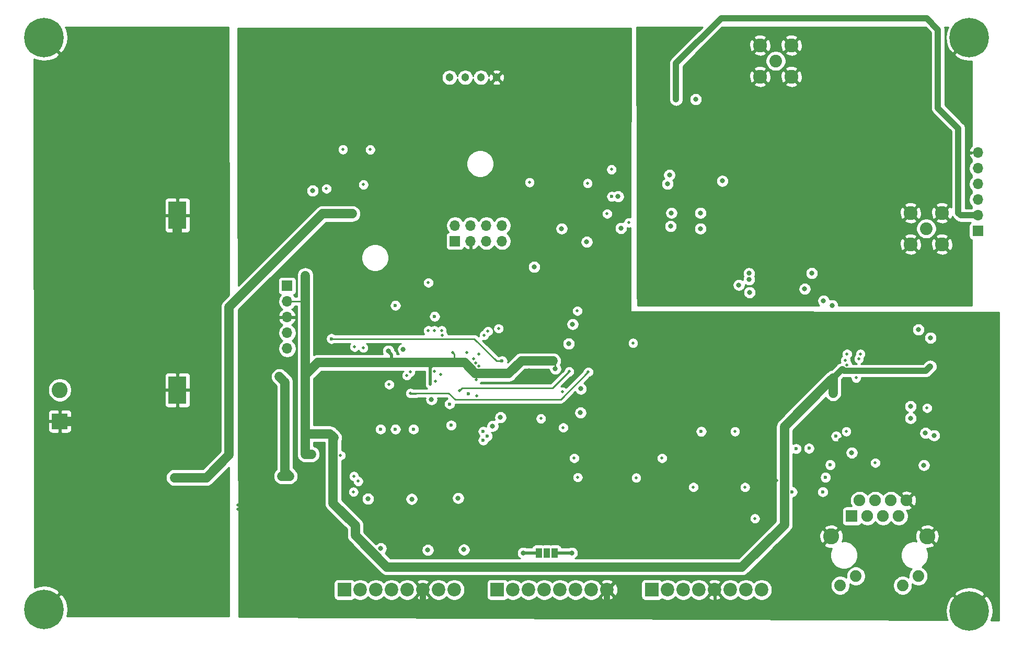
<source format=gbr>
G04 #@! TF.GenerationSoftware,KiCad,Pcbnew,(5.1.9)-1*
G04 #@! TF.CreationDate,2021-02-19T10:56:33+04:00*
G04 #@! TF.ProjectId,saxli,7361786c-692e-46b6-9963-61645f706362,rev?*
G04 #@! TF.SameCoordinates,Original*
G04 #@! TF.FileFunction,Copper,L4,Bot*
G04 #@! TF.FilePolarity,Positive*
%FSLAX46Y46*%
G04 Gerber Fmt 4.6, Leading zero omitted, Abs format (unit mm)*
G04 Created by KiCad (PCBNEW (5.1.9)-1) date 2021-02-19 10:56:33*
%MOMM*%
%LPD*%
G01*
G04 APERTURE LIST*
G04 #@! TA.AperFunction,ComponentPad*
%ADD10C,1.303000*%
G04 #@! TD*
G04 #@! TA.AperFunction,SMDPad,CuDef*
%ADD11R,1.000000X1.500000*%
G04 #@! TD*
G04 #@! TA.AperFunction,ComponentPad*
%ADD12C,2.250000*%
G04 #@! TD*
G04 #@! TA.AperFunction,ComponentPad*
%ADD13C,2.050000*%
G04 #@! TD*
G04 #@! TA.AperFunction,ComponentPad*
%ADD14O,1.700000X1.700000*%
G04 #@! TD*
G04 #@! TA.AperFunction,ComponentPad*
%ADD15R,1.700000X1.700000*%
G04 #@! TD*
G04 #@! TA.AperFunction,ComponentPad*
%ADD16R,2.200000X2.200000*%
G04 #@! TD*
G04 #@! TA.AperFunction,ComponentPad*
%ADD17C,2.200000*%
G04 #@! TD*
G04 #@! TA.AperFunction,ComponentPad*
%ADD18C,0.600000*%
G04 #@! TD*
G04 #@! TA.AperFunction,SMDPad,CuDef*
%ADD19R,2.950000X4.500000*%
G04 #@! TD*
G04 #@! TA.AperFunction,ComponentPad*
%ADD20C,2.600000*%
G04 #@! TD*
G04 #@! TA.AperFunction,ComponentPad*
%ADD21C,1.890000*%
G04 #@! TD*
G04 #@! TA.AperFunction,ComponentPad*
%ADD22C,1.900000*%
G04 #@! TD*
G04 #@! TA.AperFunction,ComponentPad*
%ADD23R,1.900000X1.900000*%
G04 #@! TD*
G04 #@! TA.AperFunction,ComponentPad*
%ADD24R,2.600000X2.600000*%
G04 #@! TD*
G04 #@! TA.AperFunction,ComponentPad*
%ADD25C,6.400000*%
G04 #@! TD*
G04 #@! TA.AperFunction,ViaPad*
%ADD26C,0.500000*%
G04 #@! TD*
G04 #@! TA.AperFunction,ViaPad*
%ADD27C,0.600000*%
G04 #@! TD*
G04 #@! TA.AperFunction,ViaPad*
%ADD28C,0.800000*%
G04 #@! TD*
G04 #@! TA.AperFunction,ViaPad*
%ADD29C,1.000000*%
G04 #@! TD*
G04 #@! TA.AperFunction,Conductor*
%ADD30C,1.000000*%
G04 #@! TD*
G04 #@! TA.AperFunction,Conductor*
%ADD31C,0.500000*%
G04 #@! TD*
G04 #@! TA.AperFunction,Conductor*
%ADD32C,1.500000*%
G04 #@! TD*
G04 #@! TA.AperFunction,Conductor*
%ADD33C,0.250000*%
G04 #@! TD*
G04 #@! TA.AperFunction,Conductor*
%ADD34C,0.254000*%
G04 #@! TD*
G04 #@! TA.AperFunction,Conductor*
%ADD35C,0.100000*%
G04 #@! TD*
G04 APERTURE END LIST*
D10*
X116459000Y-31877000D03*
X113919000Y-31877000D03*
X111379000Y-31877000D03*
X108839000Y-31877000D03*
D11*
X123287000Y-108966000D03*
X124587000Y-108966000D03*
X125887000Y-108966000D03*
D12*
X164211000Y-31750000D03*
X159131000Y-31750000D03*
X159131000Y-26670000D03*
X164211000Y-26670000D03*
D13*
X161671000Y-29210000D03*
D12*
X183515000Y-58928000D03*
X183515000Y-53848000D03*
X188595000Y-53848000D03*
X188595000Y-58928000D03*
D13*
X186055000Y-56388000D03*
D14*
X194437000Y-44069000D03*
X194437000Y-46609000D03*
X194437000Y-49149000D03*
X194437000Y-51689000D03*
X194437000Y-54229000D03*
D15*
X194437000Y-56769000D03*
D16*
X141605000Y-114935000D03*
D17*
X144145000Y-114935000D03*
X146685000Y-114935000D03*
X149225000Y-114935000D03*
X151765000Y-114935000D03*
X154305000Y-114935000D03*
X156845000Y-114935000D03*
X159385000Y-114935000D03*
D16*
X91821000Y-114935000D03*
D17*
X94361000Y-114935000D03*
X96901000Y-114935000D03*
X99441000Y-114935000D03*
X101981000Y-114935000D03*
X104521000Y-114935000D03*
X107061000Y-114935000D03*
X109601000Y-114935000D03*
D16*
X116586000Y-114935000D03*
D17*
X119126000Y-114935000D03*
X121666000Y-114935000D03*
X124206000Y-114935000D03*
X126746000Y-114935000D03*
X129286000Y-114935000D03*
X131826000Y-114935000D03*
X134366000Y-114935000D03*
D18*
X64170000Y-80750000D03*
X64170000Y-81850000D03*
X65370000Y-81850000D03*
X65370000Y-80750000D03*
X64170000Y-84350000D03*
X64170000Y-83150000D03*
X65370000Y-83150000D03*
X65370000Y-84350000D03*
D19*
X64770000Y-82550000D03*
D18*
X64170000Y-52429000D03*
X64170000Y-53529000D03*
X65370000Y-53529000D03*
X65370000Y-52429000D03*
X64170000Y-56029000D03*
X64170000Y-54829000D03*
X65370000Y-54829000D03*
X65370000Y-56029000D03*
D19*
X64770000Y-54229000D03*
D20*
X186210000Y-106287000D03*
X170660000Y-106287000D03*
D21*
X172110000Y-114237000D03*
X174650000Y-112717000D03*
X182220000Y-114237000D03*
X184760000Y-112717000D03*
D22*
X182880000Y-100457000D03*
X181610000Y-102997000D03*
X180340000Y-100457000D03*
X179070000Y-102997000D03*
X177800000Y-100457000D03*
X176530000Y-102997000D03*
X175260000Y-100457000D03*
D23*
X173990000Y-102997000D03*
D15*
X109728000Y-58420000D03*
D14*
X109728000Y-55880000D03*
X112268000Y-58420000D03*
X112268000Y-55880000D03*
X114808000Y-58420000D03*
X114808000Y-55880000D03*
X117348000Y-58420000D03*
X117348000Y-55880000D03*
X82550000Y-75819000D03*
X82550000Y-73279000D03*
X82550000Y-70739000D03*
X82550000Y-68199000D03*
D15*
X82550000Y-65659000D03*
D20*
X45720000Y-82550000D03*
D24*
X45720000Y-87630000D03*
D25*
X193040000Y-25400000D03*
X193040000Y-118364000D03*
X43180000Y-118110000D03*
X43180000Y-25400000D03*
D26*
X74549000Y-101219000D03*
X74549000Y-101854000D03*
X75819000Y-101219000D03*
X75184000Y-101219000D03*
X75819000Y-101854000D03*
X75184000Y-101854000D03*
X75946000Y-104140000D03*
X75184000Y-104140000D03*
X75946000Y-104902000D03*
X75184000Y-104902000D03*
X75184000Y-105664000D03*
X75946000Y-105664000D03*
X71755000Y-101854000D03*
X71755000Y-101092000D03*
X70993000Y-101092000D03*
X70993000Y-101854000D03*
X71755000Y-104013000D03*
X71755000Y-104775000D03*
X71755000Y-105537000D03*
X70993000Y-104013000D03*
X70993000Y-104775000D03*
X70993000Y-105537000D03*
X122811500Y-85854500D03*
X105029000Y-70993000D03*
X111392000Y-68072000D03*
X123812000Y-67704000D03*
D27*
X130175000Y-75311000D03*
D26*
X148971000Y-102997000D03*
X152146000Y-97091500D03*
X161859000Y-97221000D03*
X106172000Y-100965000D03*
X108902500Y-98615500D03*
D28*
X88900000Y-104140000D03*
D26*
X168402000Y-88011000D03*
X101092000Y-80772000D03*
X141841000Y-102761000D03*
X133096000Y-65151000D03*
D29*
X85344000Y-45593000D03*
D26*
X123317000Y-73533000D03*
X90297000Y-80518000D03*
X128458000Y-91633000D03*
D28*
X173990000Y-59817000D03*
X186943000Y-47245000D03*
X191960000Y-36132000D03*
X142748000Y-29591000D03*
X153685000Y-42657000D03*
X121729500Y-79438500D03*
D27*
X144526000Y-106299000D03*
X129690500Y-103020500D03*
D28*
X177672000Y-41657000D03*
X150178000Y-59626000D03*
X113474000Y-93790000D03*
D27*
X93793000Y-47685000D03*
X90493000Y-47683000D03*
X87343000Y-47719000D03*
X106680000Y-98806000D03*
D28*
X186182000Y-84201000D03*
X194577000Y-91173000D03*
X172212000Y-90678000D03*
X172212000Y-84328000D03*
X177586000Y-72811000D03*
X187642500Y-79946500D03*
D26*
X62103000Y-101854000D03*
X62738000Y-101854000D03*
X63373000Y-101854000D03*
X64008000Y-101854000D03*
X64643000Y-101854000D03*
X65278000Y-101854000D03*
X65913000Y-101854000D03*
X66548000Y-101854000D03*
X67183000Y-101854000D03*
X67818000Y-101854000D03*
X62035000Y-102811000D03*
X62670000Y-102811000D03*
X63305000Y-102811000D03*
X63940000Y-102811000D03*
X64575000Y-102811000D03*
X65210000Y-102811000D03*
X65845000Y-102811000D03*
X66480000Y-102811000D03*
X67115000Y-102811000D03*
X67750000Y-102811000D03*
X112395000Y-66167000D03*
X143383000Y-45212000D03*
D28*
X63627000Y-78105000D03*
X62230000Y-78105000D03*
X60706000Y-78105000D03*
X59182000Y-78105000D03*
X57785000Y-78105000D03*
X56388000Y-78105000D03*
X152019000Y-72136000D03*
X66802000Y-65151000D03*
X56769000Y-65024000D03*
X146939000Y-51181000D03*
X177233010Y-56700990D03*
D26*
X138557000Y-74930000D03*
D28*
X145542000Y-35433000D03*
X148717000Y-35433000D03*
D27*
X191262000Y-40513000D03*
D28*
X187960000Y-28956000D03*
D29*
X81280000Y-80391000D03*
X82922000Y-96511000D03*
X81670000Y-96511000D03*
D28*
X105313000Y-108488000D03*
X111155000Y-108428000D03*
X97693000Y-108234000D03*
X128651000Y-108966000D03*
D26*
X156702000Y-98314000D03*
X148336000Y-98298000D03*
X143256000Y-93599000D03*
X129032000Y-93599000D03*
X158305500Y-103378000D03*
X123634500Y-87185500D03*
X170958000Y-83042000D03*
D28*
X98933000Y-76200000D03*
X125984000Y-79121000D03*
X122555000Y-62611000D03*
D26*
X113157000Y-80899000D03*
X109347000Y-76454000D03*
X105725999Y-81599001D03*
X89784499Y-78109501D03*
D29*
X85217000Y-92964000D03*
X86487000Y-92964000D03*
D28*
X86673999Y-50232001D03*
D29*
X85471000Y-64008000D03*
D28*
X169672000Y-81661000D03*
X186690000Y-78740000D03*
D26*
X127254000Y-88646000D03*
D28*
X128143000Y-75057000D03*
D26*
X106351000Y-72898000D03*
X177800000Y-94361000D03*
X173101000Y-89281000D03*
X173228000Y-76708000D03*
X106426000Y-79502000D03*
D28*
X101346000Y-75946000D03*
D26*
X94893000Y-49252000D03*
X172974000Y-77724000D03*
X107442000Y-80010000D03*
D28*
X136602000Y-56311000D03*
D26*
X134366000Y-53975000D03*
D28*
X184785000Y-72771000D03*
X186753500Y-74104500D03*
X183515000Y-85217000D03*
X185674000Y-94742000D03*
X183515000Y-87122000D03*
X187325000Y-89916000D03*
X185928000Y-89535000D03*
X173984999Y-92715001D03*
D26*
X186182000Y-85471000D03*
X101917500Y-80200500D03*
X174692001Y-80577999D03*
X106553000Y-81153000D03*
X102489000Y-79629000D03*
X105410000Y-65151000D03*
D29*
X64275000Y-96761000D03*
D26*
X131191000Y-49022000D03*
D27*
X170497500Y-94678500D03*
X135128000Y-51181000D03*
D28*
X110236000Y-100076000D03*
X102713000Y-100233000D03*
X95631000Y-100203000D03*
X120777000Y-108966000D03*
D29*
X93345000Y-53975000D03*
X69482000Y-96761000D03*
D28*
X136144000Y-51181000D03*
D26*
X173228000Y-78486000D03*
X113220500Y-83502500D03*
X175133000Y-77470000D03*
X111633000Y-76454000D03*
X175387000Y-76708000D03*
X116776500Y-72580500D03*
X94869000Y-75692000D03*
X91567000Y-43561000D03*
X99060000Y-81661000D03*
X95993000Y-43580000D03*
D27*
X117348000Y-77851000D03*
X89721999Y-74235001D03*
D26*
X88900000Y-49911000D03*
D27*
X114300000Y-89281000D03*
X149606000Y-89281000D03*
D26*
X155067000Y-89281000D03*
D27*
X114935000Y-90043000D03*
D26*
X93282205Y-99060705D03*
X113601500Y-78676500D03*
X94043500Y-97345500D03*
X113093500Y-78168500D03*
X93345000Y-96520000D03*
X112776000Y-77533500D03*
X113601500Y-76771500D03*
X91186000Y-93154500D03*
X139065000Y-96774000D03*
X129603500Y-96710500D03*
X105410000Y-72898000D03*
X127095000Y-82836000D03*
D28*
X128778000Y-71882000D03*
X115824000Y-88392000D03*
X131064000Y-58547000D03*
X117094000Y-86995000D03*
X127000000Y-56388000D03*
D26*
X114427000Y-73660000D03*
X115062000Y-73025000D03*
X107569000Y-72898000D03*
D27*
X164973000Y-92075000D03*
X169735500Y-96710500D03*
D26*
X107696000Y-73660000D03*
D27*
X171450000Y-90043000D03*
X106426000Y-70612000D03*
X100076000Y-68834000D03*
X109093000Y-88265000D03*
X102997000Y-88900000D03*
X108851000Y-84824000D03*
X97663000Y-88900000D03*
X111887000Y-83185000D03*
X100076000Y-88900000D03*
D28*
X144463000Y-47689000D03*
D26*
X93472000Y-75565000D03*
X131318000Y-79629000D03*
D28*
X144780000Y-53848000D03*
D26*
X102489000Y-83058000D03*
X110490000Y-82677000D03*
X128206500Y-79565500D03*
D28*
X144653000Y-56007000D03*
X149479000Y-56388000D03*
X153019000Y-48657000D03*
X130111500Y-82359500D03*
X105918000Y-84074000D03*
X130048000Y-86233000D03*
X149479000Y-53848000D03*
X167513000Y-63627000D03*
X155702000Y-65532000D03*
D26*
X121793000Y-48895000D03*
X135064500Y-46799500D03*
D28*
X157353000Y-64643000D03*
X170815000Y-68834000D03*
X157347761Y-63632239D03*
X169418000Y-68072000D03*
X166370000Y-66167000D03*
X157420600Y-66734400D03*
D27*
X114300000Y-90678000D03*
X167068500Y-92011500D03*
X164338000Y-99060000D03*
X169291000Y-99060000D03*
D26*
X129540000Y-69723000D03*
X137872000Y-55422000D03*
D28*
X144145000Y-49149000D03*
D30*
X134366000Y-117983000D02*
X134366000Y-114935000D01*
X134620000Y-118237000D02*
X134366000Y-117983000D01*
X135382000Y-118237000D02*
X104902000Y-118237000D01*
X135382000Y-118237000D02*
X134620000Y-118237000D01*
X104521000Y-117856000D02*
X104521000Y-114935000D01*
X104902000Y-118237000D02*
X104521000Y-117856000D01*
X151892000Y-118237000D02*
X135382000Y-118237000D01*
D31*
X151892000Y-115062000D02*
X151765000Y-114935000D01*
X151892000Y-118237000D02*
X151892000Y-115062000D01*
D32*
X45720000Y-87630000D02*
X50292000Y-87630000D01*
X50292000Y-87630000D02*
X55245000Y-82677000D01*
X55245000Y-78105000D02*
X56388000Y-78105000D01*
X63627000Y-78105000D02*
X64262000Y-78105000D01*
X62230000Y-78105000D02*
X63627000Y-78105000D01*
X60706000Y-78105000D02*
X62230000Y-78105000D01*
X59182000Y-78105000D02*
X60706000Y-78105000D01*
X57785000Y-78105000D02*
X59182000Y-78105000D01*
X56388000Y-78105000D02*
X57785000Y-78105000D01*
X55245000Y-79121000D02*
X55245000Y-69977000D01*
X55245000Y-82677000D02*
X55245000Y-79121000D01*
X55245000Y-79121000D02*
X55245000Y-78105000D01*
X64770000Y-60452000D02*
X64770000Y-54229000D01*
X55245000Y-69977000D02*
X64770000Y-60452000D01*
D30*
X191643000Y-54229000D02*
X194437000Y-54229000D01*
X191262000Y-53848000D02*
X191643000Y-54229000D01*
X191262000Y-40132000D02*
X187960000Y-36830000D01*
X191262000Y-40132000D02*
X191262000Y-53848000D01*
X187960000Y-36830000D02*
X187960000Y-28956000D01*
X187960000Y-24130000D02*
X187960000Y-28956000D01*
X186134999Y-22304999D02*
X187960000Y-24130000D01*
X152828001Y-22304999D02*
X186134999Y-22304999D01*
X145542000Y-29591000D02*
X152828001Y-22304999D01*
X145542000Y-35433000D02*
X145542000Y-29591000D01*
X82169999Y-81280999D02*
X81779999Y-80890999D01*
X82169999Y-96011001D02*
X82169999Y-81280999D01*
X81670000Y-96511000D02*
X82169999Y-96011001D01*
D32*
X81280000Y-80391000D02*
X81779999Y-80890999D01*
X82169999Y-95758999D02*
X82922000Y-96511000D01*
X82169999Y-81280999D02*
X82169999Y-95758999D01*
X82922000Y-96511000D02*
X81670000Y-96511000D01*
D31*
X125887000Y-108966000D02*
X128651000Y-108966000D01*
X128651000Y-108966000D02*
X128651000Y-108966000D01*
D32*
X170958000Y-83042000D02*
X170958000Y-80629000D01*
X85471000Y-92964000D02*
X85471000Y-80137000D01*
X113025499Y-79876501D02*
X118435497Y-79876501D01*
X111258499Y-78109501D02*
X113025499Y-79876501D01*
X118435497Y-79876501D02*
X120486499Y-77825499D01*
D31*
X99436499Y-78109501D02*
X99436499Y-76830499D01*
X99436499Y-76830499D02*
X98933000Y-76327000D01*
X98933000Y-76327000D02*
X98933000Y-76200000D01*
X98933000Y-76200000D02*
X98933000Y-76200000D01*
X105725999Y-78932001D02*
X105725999Y-81472001D01*
X106548499Y-78109501D02*
X105725999Y-78932001D01*
D32*
X99436499Y-78109501D02*
X106548499Y-78109501D01*
D31*
X105725999Y-81472001D02*
X105725999Y-81599001D01*
D33*
X125984000Y-78232000D02*
X125577499Y-77825499D01*
X125984000Y-79121000D02*
X125984000Y-78232000D01*
D32*
X120486499Y-77825499D02*
X125577499Y-77825499D01*
D33*
X113157000Y-80008002D02*
X113025499Y-79876501D01*
X113157000Y-80899000D02*
X113157000Y-80008002D01*
X109605501Y-76712501D02*
X109347000Y-76454000D01*
X109605501Y-78109501D02*
X109605501Y-76712501D01*
D32*
X106548499Y-78109501D02*
X109605501Y-78109501D01*
X109605501Y-78109501D02*
X111258499Y-78109501D01*
X96524501Y-78109501D02*
X99436499Y-78109501D01*
X87498499Y-78109501D02*
X89784499Y-78109501D01*
X85471000Y-80137000D02*
X87498499Y-78109501D01*
X89784499Y-78109501D02*
X96524501Y-78109501D01*
X86487000Y-92964000D02*
X85471000Y-92964000D01*
D33*
X85471000Y-68199000D02*
X82550000Y-68199000D01*
D32*
X85471000Y-64008000D02*
X85471000Y-68199000D01*
X89469502Y-89662000D02*
X90104502Y-90297000D01*
X85471000Y-89662000D02*
X89469502Y-89662000D01*
X85471000Y-68199000D02*
X85471000Y-89662000D01*
X85471000Y-89662000D02*
X85471000Y-92964000D01*
X89985999Y-90415503D02*
X89985999Y-100907999D01*
X90104502Y-90297000D02*
X89985999Y-90415503D01*
X89985999Y-100907999D02*
X93599000Y-104521000D01*
X93599000Y-106138002D02*
X98712998Y-111252000D01*
X93599000Y-104521000D02*
X93599000Y-106138002D01*
X98712998Y-111252000D02*
X156210000Y-111252000D01*
X163087999Y-104374001D02*
X163087999Y-88499001D01*
X156210000Y-111252000D02*
X163087999Y-104374001D01*
D31*
X172400999Y-79186001D02*
X170958000Y-80629000D01*
D30*
X170243500Y-81343500D02*
X172400999Y-79186001D01*
D32*
X163087999Y-88499001D02*
X170243500Y-81343500D01*
X170243500Y-81343500D02*
X170958000Y-80629000D01*
D30*
X185993999Y-79436001D02*
X186690000Y-78740000D01*
X172771999Y-79436001D02*
X185993999Y-79436001D01*
X172521999Y-79186001D02*
X172771999Y-79436001D01*
X172400999Y-79186001D02*
X172521999Y-79186001D01*
D31*
X123287000Y-108966000D02*
X120777000Y-108966000D01*
X120777000Y-108966000D02*
X120650000Y-108966000D01*
D32*
X64275000Y-96761000D02*
X69482000Y-96761000D01*
X69482000Y-96761000D02*
X73152000Y-93091000D01*
X73152000Y-93091000D02*
X73152000Y-69088000D01*
X73152000Y-69088000D02*
X88265000Y-53975000D01*
X88265000Y-53975000D02*
X93091000Y-53975000D01*
X93091000Y-53975000D02*
X93091000Y-53975000D01*
X69482000Y-96761000D02*
X69482000Y-96761000D01*
D33*
X117348000Y-77851000D02*
X116459000Y-77851000D01*
X112843001Y-74235001D02*
X89721999Y-74235001D01*
X116459000Y-77851000D02*
X112843001Y-74235001D01*
X89721999Y-74235001D02*
X89594999Y-74235001D01*
X109731501Y-84077501D02*
X126869499Y-84077501D01*
X108700999Y-83046999D02*
X109731501Y-84077501D01*
X126869499Y-84077501D02*
X131318000Y-79629000D01*
X131318000Y-79629000D02*
X131318000Y-79629000D01*
X103482998Y-83058000D02*
X103493999Y-83046999D01*
X103736998Y-83058000D02*
X103747999Y-83046999D01*
X102489000Y-83058000D02*
X103736998Y-83058000D01*
X103747999Y-83046999D02*
X108700999Y-83046999D01*
X103493999Y-83046999D02*
X103747999Y-83046999D01*
X103355998Y-83185000D02*
X103493999Y-83046999D01*
X102489000Y-83185000D02*
X103355998Y-83185000D01*
X110906001Y-82260999D02*
X125511001Y-82260999D01*
X110490000Y-82677000D02*
X110906001Y-82260999D01*
X125511001Y-82260999D02*
X128206500Y-79565500D01*
X128206500Y-79565500D02*
X128270000Y-79502000D01*
D34*
X138171080Y-54587966D02*
X138130145Y-54571010D01*
X137959165Y-54537000D01*
X137784835Y-54537000D01*
X137613855Y-54571010D01*
X137452795Y-54637723D01*
X137307845Y-54734576D01*
X137184576Y-54857845D01*
X137087723Y-55002795D01*
X137021010Y-55163855D01*
X136987000Y-55334835D01*
X136987000Y-55350196D01*
X136903898Y-55315774D01*
X136703939Y-55276000D01*
X136500061Y-55276000D01*
X136300102Y-55315774D01*
X136111744Y-55393795D01*
X135942226Y-55507063D01*
X135798063Y-55651226D01*
X135684795Y-55820744D01*
X135606774Y-56009102D01*
X135567000Y-56209061D01*
X135567000Y-56412939D01*
X135606774Y-56612898D01*
X135684795Y-56801256D01*
X135798063Y-56970774D01*
X135942226Y-57114937D01*
X136111744Y-57228205D01*
X136300102Y-57306226D01*
X136500061Y-57346000D01*
X136703939Y-57346000D01*
X136903898Y-57306226D01*
X137092256Y-57228205D01*
X137261774Y-57114937D01*
X137405937Y-56970774D01*
X137519205Y-56801256D01*
X137597226Y-56612898D01*
X137637000Y-56412939D01*
X137637000Y-56277594D01*
X137784835Y-56307000D01*
X137959165Y-56307000D01*
X138130145Y-56272990D01*
X138170034Y-56256467D01*
X138161596Y-69722920D01*
X138164021Y-69747698D01*
X138171233Y-69771527D01*
X138182955Y-69793491D01*
X138198737Y-69812746D01*
X138217972Y-69828552D01*
X138239922Y-69840302D01*
X138263741Y-69847544D01*
X138288326Y-69850000D01*
X197866000Y-69976730D01*
X197866000Y-119887124D01*
X196579969Y-119881169D01*
X196590849Y-119861118D01*
X196814694Y-119139615D01*
X196893480Y-118388305D01*
X196824178Y-117636062D01*
X196609452Y-116911792D01*
X196257555Y-116243330D01*
X196230548Y-116202912D01*
X195740881Y-115842724D01*
X193219605Y-118364000D01*
X193233748Y-118378143D01*
X193054143Y-118557748D01*
X193040000Y-118543605D01*
X193025858Y-118557748D01*
X192846253Y-118378143D01*
X192860395Y-118364000D01*
X190339119Y-115842724D01*
X189849452Y-116202912D01*
X189489151Y-116866882D01*
X189265306Y-117588385D01*
X189186520Y-118339695D01*
X189255822Y-119091938D01*
X189470548Y-119816208D01*
X189487455Y-119848325D01*
X74706618Y-119316799D01*
X74697687Y-113835000D01*
X90082928Y-113835000D01*
X90082928Y-116035000D01*
X90095188Y-116159482D01*
X90131498Y-116279180D01*
X90190463Y-116389494D01*
X90269815Y-116486185D01*
X90366506Y-116565537D01*
X90476820Y-116624502D01*
X90596518Y-116660812D01*
X90721000Y-116673072D01*
X92921000Y-116673072D01*
X93045482Y-116660812D01*
X93165180Y-116624502D01*
X93275494Y-116565537D01*
X93372185Y-116486185D01*
X93438557Y-116405310D01*
X93539169Y-116472537D01*
X93854919Y-116603325D01*
X94190117Y-116670000D01*
X94531883Y-116670000D01*
X94867081Y-116603325D01*
X95182831Y-116472537D01*
X95466998Y-116282663D01*
X95631000Y-116118661D01*
X95795002Y-116282663D01*
X96079169Y-116472537D01*
X96394919Y-116603325D01*
X96730117Y-116670000D01*
X97071883Y-116670000D01*
X97407081Y-116603325D01*
X97722831Y-116472537D01*
X98006998Y-116282663D01*
X98171000Y-116118661D01*
X98335002Y-116282663D01*
X98619169Y-116472537D01*
X98934919Y-116603325D01*
X99270117Y-116670000D01*
X99611883Y-116670000D01*
X99947081Y-116603325D01*
X100262831Y-116472537D01*
X100546998Y-116282663D01*
X100711000Y-116118661D01*
X100875002Y-116282663D01*
X101159169Y-116472537D01*
X101474919Y-116603325D01*
X101810117Y-116670000D01*
X102151883Y-116670000D01*
X102487081Y-116603325D01*
X102802831Y-116472537D01*
X103086998Y-116282663D01*
X103227949Y-116141712D01*
X103493893Y-116141712D01*
X103601726Y-116416338D01*
X103908384Y-116567216D01*
X104238585Y-116655369D01*
X104579639Y-116677409D01*
X104918439Y-116632489D01*
X105241966Y-116522336D01*
X105440274Y-116416338D01*
X105548107Y-116141712D01*
X104521000Y-115114605D01*
X103493893Y-116141712D01*
X103227949Y-116141712D01*
X103328663Y-116040998D01*
X103516469Y-115759926D01*
X104341395Y-114935000D01*
X104700605Y-114935000D01*
X105525531Y-115759926D01*
X105713337Y-116040998D01*
X105955002Y-116282663D01*
X106239169Y-116472537D01*
X106554919Y-116603325D01*
X106890117Y-116670000D01*
X107231883Y-116670000D01*
X107567081Y-116603325D01*
X107882831Y-116472537D01*
X108166998Y-116282663D01*
X108331000Y-116118661D01*
X108495002Y-116282663D01*
X108779169Y-116472537D01*
X109094919Y-116603325D01*
X109430117Y-116670000D01*
X109771883Y-116670000D01*
X110107081Y-116603325D01*
X110422831Y-116472537D01*
X110706998Y-116282663D01*
X110948663Y-116040998D01*
X111138537Y-115756831D01*
X111269325Y-115441081D01*
X111336000Y-115105883D01*
X111336000Y-114764117D01*
X111269325Y-114428919D01*
X111138537Y-114113169D01*
X110952671Y-113835000D01*
X114847928Y-113835000D01*
X114847928Y-116035000D01*
X114860188Y-116159482D01*
X114896498Y-116279180D01*
X114955463Y-116389494D01*
X115034815Y-116486185D01*
X115131506Y-116565537D01*
X115241820Y-116624502D01*
X115361518Y-116660812D01*
X115486000Y-116673072D01*
X117686000Y-116673072D01*
X117810482Y-116660812D01*
X117930180Y-116624502D01*
X118040494Y-116565537D01*
X118137185Y-116486185D01*
X118203557Y-116405310D01*
X118304169Y-116472537D01*
X118619919Y-116603325D01*
X118955117Y-116670000D01*
X119296883Y-116670000D01*
X119632081Y-116603325D01*
X119947831Y-116472537D01*
X120231998Y-116282663D01*
X120396000Y-116118661D01*
X120560002Y-116282663D01*
X120844169Y-116472537D01*
X121159919Y-116603325D01*
X121495117Y-116670000D01*
X121836883Y-116670000D01*
X122172081Y-116603325D01*
X122487831Y-116472537D01*
X122771998Y-116282663D01*
X122936000Y-116118661D01*
X123100002Y-116282663D01*
X123384169Y-116472537D01*
X123699919Y-116603325D01*
X124035117Y-116670000D01*
X124376883Y-116670000D01*
X124712081Y-116603325D01*
X125027831Y-116472537D01*
X125311998Y-116282663D01*
X125476000Y-116118661D01*
X125640002Y-116282663D01*
X125924169Y-116472537D01*
X126239919Y-116603325D01*
X126575117Y-116670000D01*
X126916883Y-116670000D01*
X127252081Y-116603325D01*
X127567831Y-116472537D01*
X127851998Y-116282663D01*
X128016000Y-116118661D01*
X128180002Y-116282663D01*
X128464169Y-116472537D01*
X128779919Y-116603325D01*
X129115117Y-116670000D01*
X129456883Y-116670000D01*
X129792081Y-116603325D01*
X130107831Y-116472537D01*
X130391998Y-116282663D01*
X130556000Y-116118661D01*
X130720002Y-116282663D01*
X131004169Y-116472537D01*
X131319919Y-116603325D01*
X131655117Y-116670000D01*
X131996883Y-116670000D01*
X132332081Y-116603325D01*
X132647831Y-116472537D01*
X132931998Y-116282663D01*
X133072949Y-116141712D01*
X133338893Y-116141712D01*
X133446726Y-116416338D01*
X133753384Y-116567216D01*
X134083585Y-116655369D01*
X134424639Y-116677409D01*
X134763439Y-116632489D01*
X135086966Y-116522336D01*
X135285274Y-116416338D01*
X135393107Y-116141712D01*
X134366000Y-115114605D01*
X133338893Y-116141712D01*
X133072949Y-116141712D01*
X133173663Y-116040998D01*
X133361469Y-115759926D01*
X134186395Y-114935000D01*
X134545605Y-114935000D01*
X135572712Y-115962107D01*
X135847338Y-115854274D01*
X135998216Y-115547616D01*
X136086369Y-115217415D01*
X136108409Y-114876361D01*
X136063489Y-114537561D01*
X135953336Y-114214034D01*
X135847338Y-114015726D01*
X135572712Y-113907893D01*
X134545605Y-114935000D01*
X134186395Y-114935000D01*
X133361469Y-114110074D01*
X133173663Y-113829002D01*
X133072949Y-113728288D01*
X133338893Y-113728288D01*
X134366000Y-114755395D01*
X135286395Y-113835000D01*
X139866928Y-113835000D01*
X139866928Y-116035000D01*
X139879188Y-116159482D01*
X139915498Y-116279180D01*
X139974463Y-116389494D01*
X140053815Y-116486185D01*
X140150506Y-116565537D01*
X140260820Y-116624502D01*
X140380518Y-116660812D01*
X140505000Y-116673072D01*
X142705000Y-116673072D01*
X142829482Y-116660812D01*
X142949180Y-116624502D01*
X143059494Y-116565537D01*
X143156185Y-116486185D01*
X143222557Y-116405310D01*
X143323169Y-116472537D01*
X143638919Y-116603325D01*
X143974117Y-116670000D01*
X144315883Y-116670000D01*
X144651081Y-116603325D01*
X144966831Y-116472537D01*
X145250998Y-116282663D01*
X145415000Y-116118661D01*
X145579002Y-116282663D01*
X145863169Y-116472537D01*
X146178919Y-116603325D01*
X146514117Y-116670000D01*
X146855883Y-116670000D01*
X147191081Y-116603325D01*
X147506831Y-116472537D01*
X147790998Y-116282663D01*
X147955000Y-116118661D01*
X148119002Y-116282663D01*
X148403169Y-116472537D01*
X148718919Y-116603325D01*
X149054117Y-116670000D01*
X149395883Y-116670000D01*
X149731081Y-116603325D01*
X150046831Y-116472537D01*
X150330998Y-116282663D01*
X150471949Y-116141712D01*
X150737893Y-116141712D01*
X150845726Y-116416338D01*
X151152384Y-116567216D01*
X151482585Y-116655369D01*
X151823639Y-116677409D01*
X152162439Y-116632489D01*
X152485966Y-116522336D01*
X152684274Y-116416338D01*
X152792107Y-116141712D01*
X151765000Y-115114605D01*
X150737893Y-116141712D01*
X150471949Y-116141712D01*
X150572663Y-116040998D01*
X150760469Y-115759926D01*
X151585395Y-114935000D01*
X151944605Y-114935000D01*
X152769531Y-115759926D01*
X152957337Y-116040998D01*
X153199002Y-116282663D01*
X153483169Y-116472537D01*
X153798919Y-116603325D01*
X154134117Y-116670000D01*
X154475883Y-116670000D01*
X154811081Y-116603325D01*
X155126831Y-116472537D01*
X155410998Y-116282663D01*
X155575000Y-116118661D01*
X155739002Y-116282663D01*
X156023169Y-116472537D01*
X156338919Y-116603325D01*
X156674117Y-116670000D01*
X157015883Y-116670000D01*
X157351081Y-116603325D01*
X157666831Y-116472537D01*
X157950998Y-116282663D01*
X158115000Y-116118661D01*
X158279002Y-116282663D01*
X158563169Y-116472537D01*
X158878919Y-116603325D01*
X159214117Y-116670000D01*
X159555883Y-116670000D01*
X159891081Y-116603325D01*
X160206831Y-116472537D01*
X160490998Y-116282663D01*
X160732663Y-116040998D01*
X160922537Y-115756831D01*
X161053325Y-115441081D01*
X161120000Y-115105883D01*
X161120000Y-114764117D01*
X161053325Y-114428919D01*
X160922537Y-114113169D01*
X160901299Y-114081384D01*
X170530000Y-114081384D01*
X170530000Y-114392616D01*
X170590718Y-114697869D01*
X170709822Y-114985411D01*
X170882734Y-115244191D01*
X171102809Y-115464266D01*
X171361589Y-115637178D01*
X171649131Y-115756282D01*
X171954384Y-115817000D01*
X172265616Y-115817000D01*
X172570869Y-115756282D01*
X172858411Y-115637178D01*
X173117191Y-115464266D01*
X173337266Y-115244191D01*
X173510178Y-114985411D01*
X173629282Y-114697869D01*
X173690000Y-114392616D01*
X173690000Y-114081384D01*
X173665779Y-113959614D01*
X173901589Y-114117178D01*
X174189131Y-114236282D01*
X174494384Y-114297000D01*
X174805616Y-114297000D01*
X175110869Y-114236282D01*
X175398411Y-114117178D01*
X175451980Y-114081384D01*
X180640000Y-114081384D01*
X180640000Y-114392616D01*
X180700718Y-114697869D01*
X180819822Y-114985411D01*
X180992734Y-115244191D01*
X181212809Y-115464266D01*
X181471589Y-115637178D01*
X181759131Y-115756282D01*
X182064384Y-115817000D01*
X182375616Y-115817000D01*
X182680869Y-115756282D01*
X182905783Y-115663119D01*
X190518724Y-115663119D01*
X193040000Y-118184395D01*
X195561276Y-115663119D01*
X195201088Y-115173452D01*
X194537118Y-114813151D01*
X193815615Y-114589306D01*
X193064305Y-114510520D01*
X192312062Y-114579822D01*
X191587792Y-114794548D01*
X190919330Y-115146445D01*
X190878912Y-115173452D01*
X190518724Y-115663119D01*
X182905783Y-115663119D01*
X182968411Y-115637178D01*
X183227191Y-115464266D01*
X183447266Y-115244191D01*
X183620178Y-114985411D01*
X183739282Y-114697869D01*
X183800000Y-114392616D01*
X183800000Y-114081384D01*
X183775779Y-113959614D01*
X184011589Y-114117178D01*
X184299131Y-114236282D01*
X184604384Y-114297000D01*
X184915616Y-114297000D01*
X185220869Y-114236282D01*
X185508411Y-114117178D01*
X185767191Y-113944266D01*
X185987266Y-113724191D01*
X186160178Y-113465411D01*
X186279282Y-113177869D01*
X186340000Y-112872616D01*
X186340000Y-112561384D01*
X186279282Y-112256131D01*
X186160178Y-111968589D01*
X185987266Y-111709809D01*
X185767191Y-111489734D01*
X185508411Y-111316822D01*
X185351902Y-111251994D01*
X185590666Y-111092456D01*
X185905456Y-110777666D01*
X186152786Y-110407511D01*
X186323149Y-109996218D01*
X186410000Y-109559591D01*
X186410000Y-109114409D01*
X186323149Y-108677782D01*
X186152786Y-108266489D01*
X186122189Y-108220697D01*
X186260729Y-108230701D01*
X186638951Y-108183457D01*
X187000690Y-108063333D01*
X187247683Y-107931312D01*
X187379619Y-107636224D01*
X186210000Y-106466605D01*
X186195858Y-106480748D01*
X186016253Y-106301143D01*
X186030395Y-106287000D01*
X186389605Y-106287000D01*
X187559224Y-107456619D01*
X187854312Y-107324683D01*
X188025159Y-106983955D01*
X188126250Y-106616443D01*
X188153701Y-106236271D01*
X188106457Y-105858049D01*
X187986333Y-105496310D01*
X187854312Y-105249317D01*
X187559224Y-105117381D01*
X186389605Y-106287000D01*
X186030395Y-106287000D01*
X184860776Y-105117381D01*
X184565688Y-105249317D01*
X184394841Y-105590045D01*
X184293750Y-105957557D01*
X184266299Y-106337729D01*
X184313543Y-106715951D01*
X184433667Y-107077690D01*
X184440521Y-107090512D01*
X184372591Y-107077000D01*
X183927409Y-107077000D01*
X183490782Y-107163851D01*
X183079489Y-107334214D01*
X182709334Y-107581544D01*
X182394544Y-107896334D01*
X182147214Y-108266489D01*
X181976851Y-108677782D01*
X181890000Y-109114409D01*
X181890000Y-109559591D01*
X181976851Y-109996218D01*
X182147214Y-110407511D01*
X182394544Y-110777666D01*
X182709334Y-111092456D01*
X183079489Y-111339786D01*
X183490782Y-111510149D01*
X183692308Y-111550235D01*
X183532734Y-111709809D01*
X183359822Y-111968589D01*
X183240718Y-112256131D01*
X183180000Y-112561384D01*
X183180000Y-112872616D01*
X183204221Y-112994386D01*
X182968411Y-112836822D01*
X182680869Y-112717718D01*
X182375616Y-112657000D01*
X182064384Y-112657000D01*
X181759131Y-112717718D01*
X181471589Y-112836822D01*
X181212809Y-113009734D01*
X180992734Y-113229809D01*
X180819822Y-113488589D01*
X180700718Y-113776131D01*
X180640000Y-114081384D01*
X175451980Y-114081384D01*
X175657191Y-113944266D01*
X175877266Y-113724191D01*
X176050178Y-113465411D01*
X176169282Y-113177869D01*
X176230000Y-112872616D01*
X176230000Y-112561384D01*
X176169282Y-112256131D01*
X176050178Y-111968589D01*
X175877266Y-111709809D01*
X175657191Y-111489734D01*
X175398411Y-111316822D01*
X175110869Y-111197718D01*
X174805616Y-111137000D01*
X174494384Y-111137000D01*
X174189131Y-111197718D01*
X173901589Y-111316822D01*
X173642809Y-111489734D01*
X173422734Y-111709809D01*
X173249822Y-111968589D01*
X173130718Y-112256131D01*
X173070000Y-112561384D01*
X173070000Y-112872616D01*
X173094221Y-112994386D01*
X172858411Y-112836822D01*
X172570869Y-112717718D01*
X172265616Y-112657000D01*
X171954384Y-112657000D01*
X171649131Y-112717718D01*
X171361589Y-112836822D01*
X171102809Y-113009734D01*
X170882734Y-113229809D01*
X170709822Y-113488589D01*
X170590718Y-113776131D01*
X170530000Y-114081384D01*
X160901299Y-114081384D01*
X160732663Y-113829002D01*
X160490998Y-113587337D01*
X160206831Y-113397463D01*
X159891081Y-113266675D01*
X159555883Y-113200000D01*
X159214117Y-113200000D01*
X158878919Y-113266675D01*
X158563169Y-113397463D01*
X158279002Y-113587337D01*
X158115000Y-113751339D01*
X157950998Y-113587337D01*
X157666831Y-113397463D01*
X157351081Y-113266675D01*
X157015883Y-113200000D01*
X156674117Y-113200000D01*
X156338919Y-113266675D01*
X156023169Y-113397463D01*
X155739002Y-113587337D01*
X155575000Y-113751339D01*
X155410998Y-113587337D01*
X155126831Y-113397463D01*
X154811081Y-113266675D01*
X154475883Y-113200000D01*
X154134117Y-113200000D01*
X153798919Y-113266675D01*
X153483169Y-113397463D01*
X153199002Y-113587337D01*
X152957337Y-113829002D01*
X152769531Y-114110074D01*
X151944605Y-114935000D01*
X151585395Y-114935000D01*
X150760469Y-114110074D01*
X150572663Y-113829002D01*
X150471949Y-113728288D01*
X150737893Y-113728288D01*
X151765000Y-114755395D01*
X152792107Y-113728288D01*
X152684274Y-113453662D01*
X152377616Y-113302784D01*
X152047415Y-113214631D01*
X151706361Y-113192591D01*
X151367561Y-113237511D01*
X151044034Y-113347664D01*
X150845726Y-113453662D01*
X150737893Y-113728288D01*
X150471949Y-113728288D01*
X150330998Y-113587337D01*
X150046831Y-113397463D01*
X149731081Y-113266675D01*
X149395883Y-113200000D01*
X149054117Y-113200000D01*
X148718919Y-113266675D01*
X148403169Y-113397463D01*
X148119002Y-113587337D01*
X147955000Y-113751339D01*
X147790998Y-113587337D01*
X147506831Y-113397463D01*
X147191081Y-113266675D01*
X146855883Y-113200000D01*
X146514117Y-113200000D01*
X146178919Y-113266675D01*
X145863169Y-113397463D01*
X145579002Y-113587337D01*
X145415000Y-113751339D01*
X145250998Y-113587337D01*
X144966831Y-113397463D01*
X144651081Y-113266675D01*
X144315883Y-113200000D01*
X143974117Y-113200000D01*
X143638919Y-113266675D01*
X143323169Y-113397463D01*
X143222557Y-113464690D01*
X143156185Y-113383815D01*
X143059494Y-113304463D01*
X142949180Y-113245498D01*
X142829482Y-113209188D01*
X142705000Y-113196928D01*
X140505000Y-113196928D01*
X140380518Y-113209188D01*
X140260820Y-113245498D01*
X140150506Y-113304463D01*
X140053815Y-113383815D01*
X139974463Y-113480506D01*
X139915498Y-113590820D01*
X139879188Y-113710518D01*
X139866928Y-113835000D01*
X135286395Y-113835000D01*
X135393107Y-113728288D01*
X135285274Y-113453662D01*
X134978616Y-113302784D01*
X134648415Y-113214631D01*
X134307361Y-113192591D01*
X133968561Y-113237511D01*
X133645034Y-113347664D01*
X133446726Y-113453662D01*
X133338893Y-113728288D01*
X133072949Y-113728288D01*
X132931998Y-113587337D01*
X132647831Y-113397463D01*
X132332081Y-113266675D01*
X131996883Y-113200000D01*
X131655117Y-113200000D01*
X131319919Y-113266675D01*
X131004169Y-113397463D01*
X130720002Y-113587337D01*
X130556000Y-113751339D01*
X130391998Y-113587337D01*
X130107831Y-113397463D01*
X129792081Y-113266675D01*
X129456883Y-113200000D01*
X129115117Y-113200000D01*
X128779919Y-113266675D01*
X128464169Y-113397463D01*
X128180002Y-113587337D01*
X128016000Y-113751339D01*
X127851998Y-113587337D01*
X127567831Y-113397463D01*
X127252081Y-113266675D01*
X126916883Y-113200000D01*
X126575117Y-113200000D01*
X126239919Y-113266675D01*
X125924169Y-113397463D01*
X125640002Y-113587337D01*
X125476000Y-113751339D01*
X125311998Y-113587337D01*
X125027831Y-113397463D01*
X124712081Y-113266675D01*
X124376883Y-113200000D01*
X124035117Y-113200000D01*
X123699919Y-113266675D01*
X123384169Y-113397463D01*
X123100002Y-113587337D01*
X122936000Y-113751339D01*
X122771998Y-113587337D01*
X122487831Y-113397463D01*
X122172081Y-113266675D01*
X121836883Y-113200000D01*
X121495117Y-113200000D01*
X121159919Y-113266675D01*
X120844169Y-113397463D01*
X120560002Y-113587337D01*
X120396000Y-113751339D01*
X120231998Y-113587337D01*
X119947831Y-113397463D01*
X119632081Y-113266675D01*
X119296883Y-113200000D01*
X118955117Y-113200000D01*
X118619919Y-113266675D01*
X118304169Y-113397463D01*
X118203557Y-113464690D01*
X118137185Y-113383815D01*
X118040494Y-113304463D01*
X117930180Y-113245498D01*
X117810482Y-113209188D01*
X117686000Y-113196928D01*
X115486000Y-113196928D01*
X115361518Y-113209188D01*
X115241820Y-113245498D01*
X115131506Y-113304463D01*
X115034815Y-113383815D01*
X114955463Y-113480506D01*
X114896498Y-113590820D01*
X114860188Y-113710518D01*
X114847928Y-113835000D01*
X110952671Y-113835000D01*
X110948663Y-113829002D01*
X110706998Y-113587337D01*
X110422831Y-113397463D01*
X110107081Y-113266675D01*
X109771883Y-113200000D01*
X109430117Y-113200000D01*
X109094919Y-113266675D01*
X108779169Y-113397463D01*
X108495002Y-113587337D01*
X108331000Y-113751339D01*
X108166998Y-113587337D01*
X107882831Y-113397463D01*
X107567081Y-113266675D01*
X107231883Y-113200000D01*
X106890117Y-113200000D01*
X106554919Y-113266675D01*
X106239169Y-113397463D01*
X105955002Y-113587337D01*
X105713337Y-113829002D01*
X105525531Y-114110074D01*
X104700605Y-114935000D01*
X104341395Y-114935000D01*
X103516469Y-114110074D01*
X103328663Y-113829002D01*
X103227949Y-113728288D01*
X103493893Y-113728288D01*
X104521000Y-114755395D01*
X105548107Y-113728288D01*
X105440274Y-113453662D01*
X105133616Y-113302784D01*
X104803415Y-113214631D01*
X104462361Y-113192591D01*
X104123561Y-113237511D01*
X103800034Y-113347664D01*
X103601726Y-113453662D01*
X103493893Y-113728288D01*
X103227949Y-113728288D01*
X103086998Y-113587337D01*
X102802831Y-113397463D01*
X102487081Y-113266675D01*
X102151883Y-113200000D01*
X101810117Y-113200000D01*
X101474919Y-113266675D01*
X101159169Y-113397463D01*
X100875002Y-113587337D01*
X100711000Y-113751339D01*
X100546998Y-113587337D01*
X100262831Y-113397463D01*
X99947081Y-113266675D01*
X99611883Y-113200000D01*
X99270117Y-113200000D01*
X98934919Y-113266675D01*
X98619169Y-113397463D01*
X98335002Y-113587337D01*
X98171000Y-113751339D01*
X98006998Y-113587337D01*
X97722831Y-113397463D01*
X97407081Y-113266675D01*
X97071883Y-113200000D01*
X96730117Y-113200000D01*
X96394919Y-113266675D01*
X96079169Y-113397463D01*
X95795002Y-113587337D01*
X95631000Y-113751339D01*
X95466998Y-113587337D01*
X95182831Y-113397463D01*
X94867081Y-113266675D01*
X94531883Y-113200000D01*
X94190117Y-113200000D01*
X93854919Y-113266675D01*
X93539169Y-113397463D01*
X93438557Y-113464690D01*
X93372185Y-113383815D01*
X93275494Y-113304463D01*
X93165180Y-113245498D01*
X93045482Y-113209188D01*
X92921000Y-113196928D01*
X90721000Y-113196928D01*
X90596518Y-113209188D01*
X90476820Y-113245498D01*
X90366506Y-113304463D01*
X90269815Y-113383815D01*
X90190463Y-113480506D01*
X90131498Y-113590820D01*
X90095188Y-113710518D01*
X90082928Y-113835000D01*
X74697687Y-113835000D01*
X74643199Y-80391000D01*
X79888300Y-80391000D01*
X79915040Y-80662507D01*
X79994236Y-80923580D01*
X80122844Y-81164188D01*
X80252548Y-81322233D01*
X80784999Y-81854684D01*
X80785000Y-95445605D01*
X80685919Y-95526919D01*
X80512843Y-95737812D01*
X80384236Y-95978419D01*
X80305040Y-96239493D01*
X80278299Y-96511000D01*
X80305040Y-96782507D01*
X80384236Y-97043581D01*
X80512843Y-97284188D01*
X80685919Y-97495081D01*
X80896812Y-97668157D01*
X81137419Y-97796764D01*
X81398493Y-97875960D01*
X81601963Y-97896000D01*
X82853970Y-97896000D01*
X82921999Y-97902700D01*
X82990028Y-97896000D01*
X82990037Y-97896000D01*
X83193507Y-97875960D01*
X83454581Y-97796764D01*
X83695188Y-97668157D01*
X83906081Y-97495081D01*
X84079157Y-97284188D01*
X84207764Y-97043581D01*
X84286960Y-96782507D01*
X84313701Y-96511000D01*
X84286960Y-96239493D01*
X84285143Y-96233501D01*
X84207764Y-95978419D01*
X84195698Y-95955845D01*
X84079157Y-95737812D01*
X83906081Y-95526919D01*
X83853231Y-95483546D01*
X83554999Y-95185314D01*
X83554999Y-81212962D01*
X83534959Y-81009492D01*
X83455763Y-80748418D01*
X83327156Y-80507811D01*
X83154079Y-80296918D01*
X82943186Y-80123842D01*
X82939256Y-80121741D01*
X82937155Y-80117811D01*
X82807451Y-79959766D01*
X82211233Y-79363548D01*
X82053188Y-79233844D01*
X81812580Y-79105236D01*
X81551507Y-79026040D01*
X81280000Y-78999300D01*
X81008493Y-79026040D01*
X80747420Y-79105236D01*
X80506812Y-79233844D01*
X80295919Y-79406919D01*
X80122844Y-79617812D01*
X79994236Y-79858420D01*
X79915040Y-80119493D01*
X79888300Y-80391000D01*
X74643199Y-80391000D01*
X74631373Y-73132740D01*
X81065000Y-73132740D01*
X81065000Y-73425260D01*
X81122068Y-73712158D01*
X81234010Y-73982411D01*
X81396525Y-74225632D01*
X81603368Y-74432475D01*
X81777760Y-74549000D01*
X81603368Y-74665525D01*
X81396525Y-74872368D01*
X81234010Y-75115589D01*
X81122068Y-75385842D01*
X81065000Y-75672740D01*
X81065000Y-75965260D01*
X81122068Y-76252158D01*
X81234010Y-76522411D01*
X81396525Y-76765632D01*
X81603368Y-76972475D01*
X81846589Y-77134990D01*
X82116842Y-77246932D01*
X82403740Y-77304000D01*
X82696260Y-77304000D01*
X82983158Y-77246932D01*
X83253411Y-77134990D01*
X83496632Y-76972475D01*
X83703475Y-76765632D01*
X83865990Y-76522411D01*
X83977932Y-76252158D01*
X84035000Y-75965260D01*
X84035000Y-75672740D01*
X83977932Y-75385842D01*
X83865990Y-75115589D01*
X83703475Y-74872368D01*
X83496632Y-74665525D01*
X83322240Y-74549000D01*
X83496632Y-74432475D01*
X83703475Y-74225632D01*
X83865990Y-73982411D01*
X83977932Y-73712158D01*
X84035000Y-73425260D01*
X84035000Y-73132740D01*
X83977932Y-72845842D01*
X83865990Y-72575589D01*
X83703475Y-72332368D01*
X83496632Y-72125525D01*
X83314466Y-72003805D01*
X83431355Y-71934178D01*
X83647588Y-71739269D01*
X83821641Y-71505920D01*
X83946825Y-71243099D01*
X83991476Y-71095890D01*
X83870155Y-70866000D01*
X82677000Y-70866000D01*
X82677000Y-70886000D01*
X82423000Y-70886000D01*
X82423000Y-70866000D01*
X81229845Y-70866000D01*
X81108524Y-71095890D01*
X81153175Y-71243099D01*
X81278359Y-71505920D01*
X81452412Y-71739269D01*
X81668645Y-71934178D01*
X81785534Y-72003805D01*
X81603368Y-72125525D01*
X81396525Y-72332368D01*
X81234010Y-72575589D01*
X81122068Y-72845842D01*
X81065000Y-73132740D01*
X74631373Y-73132740D01*
X74625573Y-69573112D01*
X79389685Y-64809000D01*
X81061928Y-64809000D01*
X81061928Y-66509000D01*
X81074188Y-66633482D01*
X81110498Y-66753180D01*
X81169463Y-66863494D01*
X81248815Y-66960185D01*
X81345506Y-67039537D01*
X81455820Y-67098502D01*
X81528380Y-67120513D01*
X81396525Y-67252368D01*
X81234010Y-67495589D01*
X81122068Y-67765842D01*
X81065000Y-68052740D01*
X81065000Y-68345260D01*
X81122068Y-68632158D01*
X81234010Y-68902411D01*
X81396525Y-69145632D01*
X81603368Y-69352475D01*
X81785534Y-69474195D01*
X81668645Y-69543822D01*
X81452412Y-69738731D01*
X81278359Y-69972080D01*
X81153175Y-70234901D01*
X81108524Y-70382110D01*
X81229845Y-70612000D01*
X82423000Y-70612000D01*
X82423000Y-70592000D01*
X82677000Y-70592000D01*
X82677000Y-70612000D01*
X83870155Y-70612000D01*
X83991476Y-70382110D01*
X83946825Y-70234901D01*
X83821641Y-69972080D01*
X83647588Y-69738731D01*
X83431355Y-69543822D01*
X83314466Y-69474195D01*
X83496632Y-69352475D01*
X83703475Y-69145632D01*
X83828178Y-68959000D01*
X84086000Y-68959000D01*
X84086001Y-80068963D01*
X84079300Y-80137000D01*
X84086001Y-80205039D01*
X84086000Y-89593961D01*
X84079299Y-89662000D01*
X84086000Y-89730037D01*
X84086000Y-92832102D01*
X84082000Y-92852212D01*
X84082000Y-92936576D01*
X84079299Y-92964000D01*
X84082000Y-92991424D01*
X84082000Y-93075788D01*
X84098459Y-93158532D01*
X84106040Y-93235507D01*
X84185236Y-93496581D01*
X84313843Y-93737188D01*
X84486919Y-93948081D01*
X84670814Y-94099000D01*
X84697812Y-94121157D01*
X84938419Y-94249764D01*
X85199493Y-94328960D01*
X85471000Y-94355701D01*
X85539037Y-94349000D01*
X86555037Y-94349000D01*
X86758507Y-94328960D01*
X87019581Y-94249764D01*
X87260188Y-94121157D01*
X87471081Y-93948081D01*
X87644157Y-93737188D01*
X87772764Y-93496581D01*
X87851960Y-93235507D01*
X87878701Y-92964000D01*
X87851960Y-92692493D01*
X87772764Y-92431419D01*
X87644157Y-92190812D01*
X87471081Y-91979919D01*
X87260188Y-91806843D01*
X87019581Y-91678236D01*
X86856000Y-91628614D01*
X86856000Y-91047000D01*
X88600999Y-91047000D01*
X88601000Y-100839960D01*
X88594299Y-100907999D01*
X88621039Y-101179506D01*
X88700235Y-101440579D01*
X88828843Y-101681187D01*
X88958547Y-101839232D01*
X88958550Y-101839235D01*
X89001919Y-101892080D01*
X89054763Y-101935448D01*
X92214000Y-105094686D01*
X92214000Y-106069973D01*
X92207300Y-106138002D01*
X92214000Y-106206031D01*
X92214000Y-106206039D01*
X92234040Y-106409509D01*
X92313236Y-106670582D01*
X92441844Y-106911190D01*
X92571548Y-107069235D01*
X92571551Y-107069238D01*
X92614920Y-107122083D01*
X92667764Y-107165451D01*
X97685548Y-112183236D01*
X97728917Y-112236081D01*
X97781762Y-112279450D01*
X97781764Y-112279452D01*
X97894097Y-112371641D01*
X97939810Y-112409157D01*
X98180417Y-112537764D01*
X98441491Y-112616960D01*
X98644961Y-112637000D01*
X98644970Y-112637000D01*
X98712997Y-112643700D01*
X98781024Y-112637000D01*
X156141971Y-112637000D01*
X156210000Y-112643700D01*
X156278029Y-112637000D01*
X156278037Y-112637000D01*
X156481507Y-112616960D01*
X156742581Y-112537764D01*
X156983188Y-112409157D01*
X157194081Y-112236081D01*
X157237454Y-112183231D01*
X161784461Y-107636224D01*
X169490381Y-107636224D01*
X169622317Y-107931312D01*
X169963045Y-108102159D01*
X170330557Y-108203250D01*
X170710729Y-108230701D01*
X170743895Y-108226558D01*
X170717214Y-108266489D01*
X170546851Y-108677782D01*
X170460000Y-109114409D01*
X170460000Y-109559591D01*
X170546851Y-109996218D01*
X170717214Y-110407511D01*
X170964544Y-110777666D01*
X171279334Y-111092456D01*
X171649489Y-111339786D01*
X172060782Y-111510149D01*
X172497409Y-111597000D01*
X172942591Y-111597000D01*
X173379218Y-111510149D01*
X173790511Y-111339786D01*
X174160666Y-111092456D01*
X174475456Y-110777666D01*
X174722786Y-110407511D01*
X174893149Y-109996218D01*
X174980000Y-109559591D01*
X174980000Y-109114409D01*
X174893149Y-108677782D01*
X174722786Y-108266489D01*
X174475456Y-107896334D01*
X174160666Y-107581544D01*
X173790511Y-107334214D01*
X173379218Y-107163851D01*
X172942591Y-107077000D01*
X172497409Y-107077000D01*
X172420871Y-107092224D01*
X172475159Y-106983955D01*
X172576250Y-106616443D01*
X172603701Y-106236271D01*
X172556457Y-105858049D01*
X172436333Y-105496310D01*
X172304312Y-105249317D01*
X172009224Y-105117381D01*
X170839605Y-106287000D01*
X170853748Y-106301143D01*
X170674143Y-106480748D01*
X170660000Y-106466605D01*
X169490381Y-107636224D01*
X161784461Y-107636224D01*
X163082956Y-106337729D01*
X168716299Y-106337729D01*
X168763543Y-106715951D01*
X168883667Y-107077690D01*
X169015688Y-107324683D01*
X169310776Y-107456619D01*
X170480395Y-106287000D01*
X169310776Y-105117381D01*
X169015688Y-105249317D01*
X168844841Y-105590045D01*
X168743750Y-105957557D01*
X168716299Y-106337729D01*
X163082956Y-106337729D01*
X164019234Y-105401451D01*
X164072079Y-105358082D01*
X164245156Y-105147189D01*
X164357089Y-104937776D01*
X169490381Y-104937776D01*
X170660000Y-106107395D01*
X171829619Y-104937776D01*
X185040381Y-104937776D01*
X186210000Y-106107395D01*
X187379619Y-104937776D01*
X187247683Y-104642688D01*
X186906955Y-104471841D01*
X186539443Y-104370750D01*
X186159271Y-104343299D01*
X185781049Y-104390543D01*
X185419310Y-104510667D01*
X185172317Y-104642688D01*
X185040381Y-104937776D01*
X171829619Y-104937776D01*
X171697683Y-104642688D01*
X171356955Y-104471841D01*
X170989443Y-104370750D01*
X170609271Y-104343299D01*
X170231049Y-104390543D01*
X169869310Y-104510667D01*
X169622317Y-104642688D01*
X169490381Y-104937776D01*
X164357089Y-104937776D01*
X164373763Y-104906582D01*
X164452959Y-104645508D01*
X164472999Y-104442038D01*
X164472999Y-104442029D01*
X164479699Y-104374002D01*
X164472999Y-104305975D01*
X164472999Y-102047000D01*
X172401928Y-102047000D01*
X172401928Y-103947000D01*
X172414188Y-104071482D01*
X172450498Y-104191180D01*
X172509463Y-104301494D01*
X172588815Y-104398185D01*
X172685506Y-104477537D01*
X172795820Y-104536502D01*
X172915518Y-104572812D01*
X173040000Y-104585072D01*
X174940000Y-104585072D01*
X175064482Y-104572812D01*
X175184180Y-104536502D01*
X175294494Y-104477537D01*
X175391185Y-104398185D01*
X175470537Y-104301494D01*
X175513182Y-104221711D01*
X175519621Y-104228150D01*
X175779221Y-104401609D01*
X176067673Y-104521089D01*
X176373891Y-104582000D01*
X176686109Y-104582000D01*
X176992327Y-104521089D01*
X177280779Y-104401609D01*
X177540379Y-104228150D01*
X177761150Y-104007379D01*
X177800000Y-103949236D01*
X177838850Y-104007379D01*
X178059621Y-104228150D01*
X178319221Y-104401609D01*
X178607673Y-104521089D01*
X178913891Y-104582000D01*
X179226109Y-104582000D01*
X179532327Y-104521089D01*
X179820779Y-104401609D01*
X180080379Y-104228150D01*
X180301150Y-104007379D01*
X180340000Y-103949236D01*
X180378850Y-104007379D01*
X180599621Y-104228150D01*
X180859221Y-104401609D01*
X181147673Y-104521089D01*
X181453891Y-104582000D01*
X181766109Y-104582000D01*
X182072327Y-104521089D01*
X182360779Y-104401609D01*
X182620379Y-104228150D01*
X182841150Y-104007379D01*
X183014609Y-103747779D01*
X183134089Y-103459327D01*
X183195000Y-103153109D01*
X183195000Y-102840891D01*
X183134089Y-102534673D01*
X183014609Y-102246221D01*
X182879910Y-102044629D01*
X182944573Y-102048359D01*
X183253791Y-102005184D01*
X183548644Y-101902513D01*
X183710421Y-101816042D01*
X183800147Y-101556752D01*
X182880000Y-100636605D01*
X182865858Y-100650748D01*
X182686253Y-100471143D01*
X182700395Y-100457000D01*
X183059605Y-100457000D01*
X183979752Y-101377147D01*
X184239042Y-101287421D01*
X184374935Y-101006329D01*
X184453379Y-100704127D01*
X184471359Y-100392427D01*
X184428184Y-100083209D01*
X184325513Y-99788356D01*
X184239042Y-99626579D01*
X183979752Y-99536853D01*
X183059605Y-100457000D01*
X182700395Y-100457000D01*
X181780248Y-99536853D01*
X181659387Y-99578676D01*
X181571150Y-99446621D01*
X181481777Y-99357248D01*
X181959853Y-99357248D01*
X182880000Y-100277395D01*
X183800147Y-99357248D01*
X183710421Y-99097958D01*
X183429329Y-98962065D01*
X183127127Y-98883621D01*
X182815427Y-98865641D01*
X182506209Y-98908816D01*
X182211356Y-99011487D01*
X182049579Y-99097958D01*
X181959853Y-99357248D01*
X181481777Y-99357248D01*
X181350379Y-99225850D01*
X181090779Y-99052391D01*
X180802327Y-98932911D01*
X180496109Y-98872000D01*
X180183891Y-98872000D01*
X179877673Y-98932911D01*
X179589221Y-99052391D01*
X179329621Y-99225850D01*
X179108850Y-99446621D01*
X179070000Y-99504764D01*
X179031150Y-99446621D01*
X178810379Y-99225850D01*
X178550779Y-99052391D01*
X178262327Y-98932911D01*
X177956109Y-98872000D01*
X177643891Y-98872000D01*
X177337673Y-98932911D01*
X177049221Y-99052391D01*
X176789621Y-99225850D01*
X176568850Y-99446621D01*
X176530000Y-99504764D01*
X176491150Y-99446621D01*
X176270379Y-99225850D01*
X176010779Y-99052391D01*
X175722327Y-98932911D01*
X175416109Y-98872000D01*
X175103891Y-98872000D01*
X174797673Y-98932911D01*
X174509221Y-99052391D01*
X174249621Y-99225850D01*
X174028850Y-99446621D01*
X173855391Y-99706221D01*
X173735911Y-99994673D01*
X173675000Y-100300891D01*
X173675000Y-100613109D01*
X173735911Y-100919327D01*
X173855391Y-101207779D01*
X173989794Y-101408928D01*
X173040000Y-101408928D01*
X172915518Y-101421188D01*
X172795820Y-101457498D01*
X172685506Y-101516463D01*
X172588815Y-101595815D01*
X172509463Y-101692506D01*
X172450498Y-101802820D01*
X172414188Y-101922518D01*
X172401928Y-102047000D01*
X164472999Y-102047000D01*
X164472999Y-99986465D01*
X164610729Y-99959068D01*
X164780889Y-99888586D01*
X164934028Y-99786262D01*
X165064262Y-99656028D01*
X165166586Y-99502889D01*
X165237068Y-99332729D01*
X165273000Y-99152089D01*
X165273000Y-98967911D01*
X168356000Y-98967911D01*
X168356000Y-99152089D01*
X168391932Y-99332729D01*
X168462414Y-99502889D01*
X168564738Y-99656028D01*
X168694972Y-99786262D01*
X168848111Y-99888586D01*
X169018271Y-99959068D01*
X169198911Y-99995000D01*
X169383089Y-99995000D01*
X169563729Y-99959068D01*
X169733889Y-99888586D01*
X169887028Y-99786262D01*
X170017262Y-99656028D01*
X170119586Y-99502889D01*
X170190068Y-99332729D01*
X170226000Y-99152089D01*
X170226000Y-98967911D01*
X170190068Y-98787271D01*
X170119586Y-98617111D01*
X170017262Y-98463972D01*
X169887028Y-98333738D01*
X169733889Y-98231414D01*
X169563729Y-98160932D01*
X169383089Y-98125000D01*
X169198911Y-98125000D01*
X169018271Y-98160932D01*
X168848111Y-98231414D01*
X168694972Y-98333738D01*
X168564738Y-98463972D01*
X168462414Y-98617111D01*
X168391932Y-98787271D01*
X168356000Y-98967911D01*
X165273000Y-98967911D01*
X165237068Y-98787271D01*
X165166586Y-98617111D01*
X165064262Y-98463972D01*
X164934028Y-98333738D01*
X164780889Y-98231414D01*
X164610729Y-98160932D01*
X164472999Y-98133535D01*
X164472999Y-96618411D01*
X168800500Y-96618411D01*
X168800500Y-96802589D01*
X168836432Y-96983229D01*
X168906914Y-97153389D01*
X169009238Y-97306528D01*
X169139472Y-97436762D01*
X169292611Y-97539086D01*
X169462771Y-97609568D01*
X169643411Y-97645500D01*
X169827589Y-97645500D01*
X170008229Y-97609568D01*
X170178389Y-97539086D01*
X170331528Y-97436762D01*
X170461762Y-97306528D01*
X170564086Y-97153389D01*
X170634568Y-96983229D01*
X170670500Y-96802589D01*
X170670500Y-96618411D01*
X170634568Y-96437771D01*
X170564086Y-96267611D01*
X170461762Y-96114472D01*
X170331528Y-95984238D01*
X170178389Y-95881914D01*
X170008229Y-95811432D01*
X169827589Y-95775500D01*
X169643411Y-95775500D01*
X169462771Y-95811432D01*
X169292611Y-95881914D01*
X169139472Y-95984238D01*
X169009238Y-96114472D01*
X168906914Y-96267611D01*
X168836432Y-96437771D01*
X168800500Y-96618411D01*
X164472999Y-96618411D01*
X164472999Y-94586411D01*
X169562500Y-94586411D01*
X169562500Y-94770589D01*
X169598432Y-94951229D01*
X169668914Y-95121389D01*
X169771238Y-95274528D01*
X169901472Y-95404762D01*
X170054611Y-95507086D01*
X170224771Y-95577568D01*
X170405411Y-95613500D01*
X170589589Y-95613500D01*
X170770229Y-95577568D01*
X170940389Y-95507086D01*
X171093528Y-95404762D01*
X171223762Y-95274528D01*
X171326086Y-95121389D01*
X171396568Y-94951229D01*
X171432500Y-94770589D01*
X171432500Y-94586411D01*
X171396568Y-94405771D01*
X171341919Y-94273835D01*
X176915000Y-94273835D01*
X176915000Y-94448165D01*
X176949010Y-94619145D01*
X177015723Y-94780205D01*
X177112576Y-94925155D01*
X177235845Y-95048424D01*
X177380795Y-95145277D01*
X177541855Y-95211990D01*
X177712835Y-95246000D01*
X177887165Y-95246000D01*
X178058145Y-95211990D01*
X178219205Y-95145277D01*
X178364155Y-95048424D01*
X178487424Y-94925155D01*
X178584277Y-94780205D01*
X178642326Y-94640061D01*
X184639000Y-94640061D01*
X184639000Y-94843939D01*
X184678774Y-95043898D01*
X184756795Y-95232256D01*
X184870063Y-95401774D01*
X185014226Y-95545937D01*
X185183744Y-95659205D01*
X185372102Y-95737226D01*
X185572061Y-95777000D01*
X185775939Y-95777000D01*
X185975898Y-95737226D01*
X186164256Y-95659205D01*
X186333774Y-95545937D01*
X186477937Y-95401774D01*
X186591205Y-95232256D01*
X186669226Y-95043898D01*
X186709000Y-94843939D01*
X186709000Y-94640061D01*
X186669226Y-94440102D01*
X186591205Y-94251744D01*
X186477937Y-94082226D01*
X186333774Y-93938063D01*
X186164256Y-93824795D01*
X185975898Y-93746774D01*
X185775939Y-93707000D01*
X185572061Y-93707000D01*
X185372102Y-93746774D01*
X185183744Y-93824795D01*
X185014226Y-93938063D01*
X184870063Y-94082226D01*
X184756795Y-94251744D01*
X184678774Y-94440102D01*
X184639000Y-94640061D01*
X178642326Y-94640061D01*
X178650990Y-94619145D01*
X178685000Y-94448165D01*
X178685000Y-94273835D01*
X178650990Y-94102855D01*
X178584277Y-93941795D01*
X178487424Y-93796845D01*
X178364155Y-93673576D01*
X178219205Y-93576723D01*
X178058145Y-93510010D01*
X177887165Y-93476000D01*
X177712835Y-93476000D01*
X177541855Y-93510010D01*
X177380795Y-93576723D01*
X177235845Y-93673576D01*
X177112576Y-93796845D01*
X177015723Y-93941795D01*
X176949010Y-94102855D01*
X176915000Y-94273835D01*
X171341919Y-94273835D01*
X171326086Y-94235611D01*
X171223762Y-94082472D01*
X171093528Y-93952238D01*
X170940389Y-93849914D01*
X170770229Y-93779432D01*
X170589589Y-93743500D01*
X170405411Y-93743500D01*
X170224771Y-93779432D01*
X170054611Y-93849914D01*
X169901472Y-93952238D01*
X169771238Y-94082472D01*
X169668914Y-94235611D01*
X169598432Y-94405771D01*
X169562500Y-94586411D01*
X164472999Y-94586411D01*
X164472999Y-92865425D01*
X164530111Y-92903586D01*
X164700271Y-92974068D01*
X164880911Y-93010000D01*
X165065089Y-93010000D01*
X165245729Y-92974068D01*
X165415889Y-92903586D01*
X165569028Y-92801262D01*
X165699262Y-92671028D01*
X165801586Y-92517889D01*
X165872068Y-92347729D01*
X165908000Y-92167089D01*
X165908000Y-91982911D01*
X165895369Y-91919411D01*
X166133500Y-91919411D01*
X166133500Y-92103589D01*
X166169432Y-92284229D01*
X166239914Y-92454389D01*
X166342238Y-92607528D01*
X166472472Y-92737762D01*
X166625611Y-92840086D01*
X166795771Y-92910568D01*
X166976411Y-92946500D01*
X167160589Y-92946500D01*
X167341229Y-92910568D01*
X167511389Y-92840086D01*
X167664528Y-92737762D01*
X167789228Y-92613062D01*
X172949999Y-92613062D01*
X172949999Y-92816940D01*
X172989773Y-93016899D01*
X173067794Y-93205257D01*
X173181062Y-93374775D01*
X173325225Y-93518938D01*
X173494743Y-93632206D01*
X173683101Y-93710227D01*
X173883060Y-93750001D01*
X174086938Y-93750001D01*
X174286897Y-93710227D01*
X174475255Y-93632206D01*
X174644773Y-93518938D01*
X174788936Y-93374775D01*
X174902204Y-93205257D01*
X174980225Y-93016899D01*
X175019999Y-92816940D01*
X175019999Y-92613062D01*
X174980225Y-92413103D01*
X174902204Y-92224745D01*
X174788936Y-92055227D01*
X174644773Y-91911064D01*
X174475255Y-91797796D01*
X174286897Y-91719775D01*
X174086938Y-91680001D01*
X173883060Y-91680001D01*
X173683101Y-91719775D01*
X173494743Y-91797796D01*
X173325225Y-91911064D01*
X173181062Y-92055227D01*
X173067794Y-92224745D01*
X172989773Y-92413103D01*
X172949999Y-92613062D01*
X167789228Y-92613062D01*
X167794762Y-92607528D01*
X167897086Y-92454389D01*
X167967568Y-92284229D01*
X168003500Y-92103589D01*
X168003500Y-91919411D01*
X167967568Y-91738771D01*
X167897086Y-91568611D01*
X167794762Y-91415472D01*
X167664528Y-91285238D01*
X167511389Y-91182914D01*
X167341229Y-91112432D01*
X167160589Y-91076500D01*
X166976411Y-91076500D01*
X166795771Y-91112432D01*
X166625611Y-91182914D01*
X166472472Y-91285238D01*
X166342238Y-91415472D01*
X166239914Y-91568611D01*
X166169432Y-91738771D01*
X166133500Y-91919411D01*
X165895369Y-91919411D01*
X165872068Y-91802271D01*
X165801586Y-91632111D01*
X165699262Y-91478972D01*
X165569028Y-91348738D01*
X165415889Y-91246414D01*
X165245729Y-91175932D01*
X165065089Y-91140000D01*
X164880911Y-91140000D01*
X164700271Y-91175932D01*
X164530111Y-91246414D01*
X164472999Y-91284575D01*
X164472999Y-89950911D01*
X170515000Y-89950911D01*
X170515000Y-90135089D01*
X170550932Y-90315729D01*
X170621414Y-90485889D01*
X170723738Y-90639028D01*
X170853972Y-90769262D01*
X171007111Y-90871586D01*
X171177271Y-90942068D01*
X171357911Y-90978000D01*
X171542089Y-90978000D01*
X171722729Y-90942068D01*
X171892889Y-90871586D01*
X172046028Y-90769262D01*
X172176262Y-90639028D01*
X172278586Y-90485889D01*
X172349068Y-90315729D01*
X172385000Y-90135089D01*
X172385000Y-89950911D01*
X172349068Y-89770271D01*
X172325465Y-89713289D01*
X172413576Y-89845155D01*
X172536845Y-89968424D01*
X172681795Y-90065277D01*
X172842855Y-90131990D01*
X173013835Y-90166000D01*
X173188165Y-90166000D01*
X173359145Y-90131990D01*
X173520205Y-90065277D01*
X173665155Y-89968424D01*
X173788424Y-89845155D01*
X173885277Y-89700205D01*
X173951990Y-89539145D01*
X173973091Y-89433061D01*
X184893000Y-89433061D01*
X184893000Y-89636939D01*
X184932774Y-89836898D01*
X185010795Y-90025256D01*
X185124063Y-90194774D01*
X185268226Y-90338937D01*
X185437744Y-90452205D01*
X185626102Y-90530226D01*
X185826061Y-90570000D01*
X186029939Y-90570000D01*
X186229898Y-90530226D01*
X186418256Y-90452205D01*
X186432250Y-90442855D01*
X186521063Y-90575774D01*
X186665226Y-90719937D01*
X186834744Y-90833205D01*
X187023102Y-90911226D01*
X187223061Y-90951000D01*
X187426939Y-90951000D01*
X187626898Y-90911226D01*
X187815256Y-90833205D01*
X187984774Y-90719937D01*
X188128937Y-90575774D01*
X188242205Y-90406256D01*
X188320226Y-90217898D01*
X188360000Y-90017939D01*
X188360000Y-89814061D01*
X188320226Y-89614102D01*
X188242205Y-89425744D01*
X188128937Y-89256226D01*
X187984774Y-89112063D01*
X187815256Y-88998795D01*
X187626898Y-88920774D01*
X187426939Y-88881000D01*
X187223061Y-88881000D01*
X187023102Y-88920774D01*
X186834744Y-88998795D01*
X186820750Y-89008145D01*
X186731937Y-88875226D01*
X186587774Y-88731063D01*
X186418256Y-88617795D01*
X186229898Y-88539774D01*
X186029939Y-88500000D01*
X185826061Y-88500000D01*
X185626102Y-88539774D01*
X185437744Y-88617795D01*
X185268226Y-88731063D01*
X185124063Y-88875226D01*
X185010795Y-89044744D01*
X184932774Y-89233102D01*
X184893000Y-89433061D01*
X173973091Y-89433061D01*
X173986000Y-89368165D01*
X173986000Y-89193835D01*
X173951990Y-89022855D01*
X173885277Y-88861795D01*
X173788424Y-88716845D01*
X173665155Y-88593576D01*
X173520205Y-88496723D01*
X173359145Y-88430010D01*
X173188165Y-88396000D01*
X173013835Y-88396000D01*
X172842855Y-88430010D01*
X172681795Y-88496723D01*
X172536845Y-88593576D01*
X172413576Y-88716845D01*
X172316723Y-88861795D01*
X172250010Y-89022855D01*
X172216000Y-89193835D01*
X172216000Y-89368165D01*
X172250010Y-89539145D01*
X172269843Y-89587026D01*
X172176262Y-89446972D01*
X172046028Y-89316738D01*
X171892889Y-89214414D01*
X171722729Y-89143932D01*
X171542089Y-89108000D01*
X171357911Y-89108000D01*
X171177271Y-89143932D01*
X171007111Y-89214414D01*
X170853972Y-89316738D01*
X170723738Y-89446972D01*
X170621414Y-89600111D01*
X170550932Y-89770271D01*
X170515000Y-89950911D01*
X164472999Y-89950911D01*
X164472999Y-89072686D01*
X168430624Y-85115061D01*
X182480000Y-85115061D01*
X182480000Y-85318939D01*
X182519774Y-85518898D01*
X182597795Y-85707256D01*
X182711063Y-85876774D01*
X182855226Y-86020937D01*
X183024744Y-86134205D01*
X183109953Y-86169500D01*
X183024744Y-86204795D01*
X182855226Y-86318063D01*
X182711063Y-86462226D01*
X182597795Y-86631744D01*
X182519774Y-86820102D01*
X182480000Y-87020061D01*
X182480000Y-87223939D01*
X182519774Y-87423898D01*
X182597795Y-87612256D01*
X182711063Y-87781774D01*
X182855226Y-87925937D01*
X183024744Y-88039205D01*
X183213102Y-88117226D01*
X183413061Y-88157000D01*
X183616939Y-88157000D01*
X183816898Y-88117226D01*
X184005256Y-88039205D01*
X184174774Y-87925937D01*
X184318937Y-87781774D01*
X184432205Y-87612256D01*
X184510226Y-87423898D01*
X184550000Y-87223939D01*
X184550000Y-87020061D01*
X184510226Y-86820102D01*
X184432205Y-86631744D01*
X184318937Y-86462226D01*
X184174774Y-86318063D01*
X184005256Y-86204795D01*
X183920047Y-86169500D01*
X184005256Y-86134205D01*
X184174774Y-86020937D01*
X184318937Y-85876774D01*
X184432205Y-85707256D01*
X184510226Y-85518898D01*
X184537091Y-85383835D01*
X185297000Y-85383835D01*
X185297000Y-85558165D01*
X185331010Y-85729145D01*
X185397723Y-85890205D01*
X185494576Y-86035155D01*
X185617845Y-86158424D01*
X185762795Y-86255277D01*
X185923855Y-86321990D01*
X186094835Y-86356000D01*
X186269165Y-86356000D01*
X186440145Y-86321990D01*
X186601205Y-86255277D01*
X186746155Y-86158424D01*
X186869424Y-86035155D01*
X186966277Y-85890205D01*
X187032990Y-85729145D01*
X187067000Y-85558165D01*
X187067000Y-85383835D01*
X187032990Y-85212855D01*
X186966277Y-85051795D01*
X186869424Y-84906845D01*
X186746155Y-84783576D01*
X186601205Y-84686723D01*
X186440145Y-84620010D01*
X186269165Y-84586000D01*
X186094835Y-84586000D01*
X185923855Y-84620010D01*
X185762795Y-84686723D01*
X185617845Y-84783576D01*
X185494576Y-84906845D01*
X185397723Y-85051795D01*
X185331010Y-85212855D01*
X185297000Y-85383835D01*
X184537091Y-85383835D01*
X184550000Y-85318939D01*
X184550000Y-85115061D01*
X184510226Y-84915102D01*
X184432205Y-84726744D01*
X184318937Y-84557226D01*
X184174774Y-84413063D01*
X184005256Y-84299795D01*
X183816898Y-84221774D01*
X183616939Y-84182000D01*
X183413061Y-84182000D01*
X183213102Y-84221774D01*
X183024744Y-84299795D01*
X182855226Y-84413063D01*
X182711063Y-84557226D01*
X182597795Y-84726744D01*
X182519774Y-84915102D01*
X182480000Y-85115061D01*
X168430624Y-85115061D01*
X169776340Y-83769346D01*
X169800843Y-83815187D01*
X169973919Y-84026080D01*
X170184812Y-84199157D01*
X170425419Y-84327764D01*
X170686493Y-84406960D01*
X170958000Y-84433701D01*
X171229506Y-84406960D01*
X171490580Y-84327764D01*
X171731187Y-84199157D01*
X171942080Y-84026081D01*
X172115157Y-83815188D01*
X172243764Y-83574581D01*
X172322960Y-83313507D01*
X172343000Y-83110037D01*
X172343000Y-80849132D01*
X172629659Y-80562473D01*
X172716247Y-80571001D01*
X172716256Y-80571001D01*
X172771998Y-80576491D01*
X172827740Y-80571001D01*
X173807001Y-80571001D01*
X173807001Y-80665164D01*
X173841011Y-80836144D01*
X173907724Y-80997204D01*
X174004577Y-81142154D01*
X174127846Y-81265423D01*
X174272796Y-81362276D01*
X174433856Y-81428989D01*
X174604836Y-81462999D01*
X174779166Y-81462999D01*
X174950146Y-81428989D01*
X175111206Y-81362276D01*
X175256156Y-81265423D01*
X175379425Y-81142154D01*
X175476278Y-80997204D01*
X175542991Y-80836144D01*
X175577001Y-80665164D01*
X175577001Y-80571001D01*
X185938248Y-80571001D01*
X185993999Y-80576492D01*
X186049750Y-80571001D01*
X186049751Y-80571001D01*
X186216498Y-80554578D01*
X186430446Y-80489677D01*
X186627622Y-80384285D01*
X186800448Y-80242450D01*
X186835995Y-80199136D01*
X187531988Y-79503143D01*
X187638283Y-79373623D01*
X187743676Y-79176447D01*
X187808577Y-78962499D01*
X187830491Y-78740001D01*
X187808577Y-78517502D01*
X187743676Y-78303554D01*
X187638283Y-78106378D01*
X187496448Y-77933552D01*
X187323622Y-77791717D01*
X187126446Y-77686324D01*
X186912498Y-77621423D01*
X186689999Y-77599509D01*
X186467501Y-77621423D01*
X186253553Y-77686324D01*
X186056377Y-77791717D01*
X185926857Y-77898012D01*
X185523868Y-78301001D01*
X175439403Y-78301001D01*
X175552205Y-78254277D01*
X175697155Y-78157424D01*
X175820424Y-78034155D01*
X175917277Y-77889205D01*
X175983990Y-77728145D01*
X176018000Y-77557165D01*
X176018000Y-77382835D01*
X176008998Y-77337581D01*
X176074424Y-77272155D01*
X176171277Y-77127205D01*
X176237990Y-76966145D01*
X176272000Y-76795165D01*
X176272000Y-76620835D01*
X176237990Y-76449855D01*
X176171277Y-76288795D01*
X176074424Y-76143845D01*
X175951155Y-76020576D01*
X175806205Y-75923723D01*
X175645145Y-75857010D01*
X175474165Y-75823000D01*
X175299835Y-75823000D01*
X175128855Y-75857010D01*
X174967795Y-75923723D01*
X174822845Y-76020576D01*
X174699576Y-76143845D01*
X174602723Y-76288795D01*
X174536010Y-76449855D01*
X174502000Y-76620835D01*
X174502000Y-76795165D01*
X174511002Y-76840419D01*
X174445576Y-76905845D01*
X174348723Y-77050795D01*
X174282010Y-77211855D01*
X174248000Y-77382835D01*
X174248000Y-77557165D01*
X174282010Y-77728145D01*
X174348723Y-77889205D01*
X174445576Y-78034155D01*
X174568845Y-78157424D01*
X174713795Y-78254277D01*
X174826597Y-78301001D01*
X174093540Y-78301001D01*
X174078990Y-78227855D01*
X174012277Y-78066795D01*
X173915424Y-77921845D01*
X173849998Y-77856419D01*
X173859000Y-77811165D01*
X173859000Y-77636835D01*
X173824990Y-77465855D01*
X173794744Y-77392835D01*
X173915424Y-77272155D01*
X174012277Y-77127205D01*
X174078990Y-76966145D01*
X174113000Y-76795165D01*
X174113000Y-76620835D01*
X174078990Y-76449855D01*
X174012277Y-76288795D01*
X173915424Y-76143845D01*
X173792155Y-76020576D01*
X173647205Y-75923723D01*
X173486145Y-75857010D01*
X173315165Y-75823000D01*
X173140835Y-75823000D01*
X172969855Y-75857010D01*
X172808795Y-75923723D01*
X172663845Y-76020576D01*
X172540576Y-76143845D01*
X172443723Y-76288795D01*
X172377010Y-76449855D01*
X172343000Y-76620835D01*
X172343000Y-76795165D01*
X172377010Y-76966145D01*
X172407256Y-77039165D01*
X172286576Y-77159845D01*
X172189723Y-77304795D01*
X172123010Y-77465855D01*
X172089000Y-77636835D01*
X172089000Y-77811165D01*
X172123010Y-77982145D01*
X172160585Y-78072859D01*
X171964552Y-78132325D01*
X171767376Y-78237717D01*
X171594550Y-78379552D01*
X171559008Y-78422860D01*
X170721252Y-79260617D01*
X170710836Y-79261642D01*
X170686493Y-79264040D01*
X170425419Y-79343236D01*
X170184813Y-79471843D01*
X170026767Y-79601548D01*
X170026765Y-79601550D01*
X169973920Y-79644919D01*
X169930551Y-79697764D01*
X169312272Y-80316043D01*
X169312266Y-80316048D01*
X162156763Y-87471552D01*
X162103919Y-87514920D01*
X162060550Y-87567765D01*
X162060547Y-87567768D01*
X161930843Y-87725813D01*
X161802235Y-87966421D01*
X161723039Y-88227494D01*
X161696299Y-88499001D01*
X161703000Y-88567040D01*
X161702999Y-103800316D01*
X155636315Y-109867000D01*
X129165509Y-109867000D01*
X129310774Y-109769937D01*
X129454937Y-109625774D01*
X129568205Y-109456256D01*
X129646226Y-109267898D01*
X129686000Y-109067939D01*
X129686000Y-108864061D01*
X129646226Y-108664102D01*
X129568205Y-108475744D01*
X129454937Y-108306226D01*
X129310774Y-108162063D01*
X129141256Y-108048795D01*
X128952898Y-107970774D01*
X128752939Y-107931000D01*
X128549061Y-107931000D01*
X128349102Y-107970774D01*
X128160744Y-108048795D01*
X128112546Y-108081000D01*
X127009621Y-108081000D01*
X126976502Y-107971820D01*
X126917537Y-107861506D01*
X126838185Y-107764815D01*
X126741494Y-107685463D01*
X126631180Y-107626498D01*
X126511482Y-107590188D01*
X126387000Y-107577928D01*
X125387000Y-107577928D01*
X125262518Y-107590188D01*
X125237000Y-107597929D01*
X125211482Y-107590188D01*
X125087000Y-107577928D01*
X124087000Y-107577928D01*
X123962518Y-107590188D01*
X123937000Y-107597929D01*
X123911482Y-107590188D01*
X123787000Y-107577928D01*
X122787000Y-107577928D01*
X122662518Y-107590188D01*
X122542820Y-107626498D01*
X122432506Y-107685463D01*
X122335815Y-107764815D01*
X122256463Y-107861506D01*
X122197498Y-107971820D01*
X122164379Y-108081000D01*
X121315454Y-108081000D01*
X121267256Y-108048795D01*
X121078898Y-107970774D01*
X120878939Y-107931000D01*
X120675061Y-107931000D01*
X120475102Y-107970774D01*
X120286744Y-108048795D01*
X120117226Y-108162063D01*
X119973063Y-108306226D01*
X119859795Y-108475744D01*
X119781774Y-108664102D01*
X119742000Y-108864061D01*
X119742000Y-109067939D01*
X119781774Y-109267898D01*
X119859795Y-109456256D01*
X119973063Y-109625774D01*
X120117226Y-109769937D01*
X120262491Y-109867000D01*
X99286684Y-109867000D01*
X98405197Y-108985514D01*
X98496937Y-108893774D01*
X98610205Y-108724256D01*
X98688226Y-108535898D01*
X98718030Y-108386061D01*
X104278000Y-108386061D01*
X104278000Y-108589939D01*
X104317774Y-108789898D01*
X104395795Y-108978256D01*
X104509063Y-109147774D01*
X104653226Y-109291937D01*
X104822744Y-109405205D01*
X105011102Y-109483226D01*
X105211061Y-109523000D01*
X105414939Y-109523000D01*
X105614898Y-109483226D01*
X105803256Y-109405205D01*
X105972774Y-109291937D01*
X106116937Y-109147774D01*
X106230205Y-108978256D01*
X106308226Y-108789898D01*
X106348000Y-108589939D01*
X106348000Y-108386061D01*
X106336066Y-108326061D01*
X110120000Y-108326061D01*
X110120000Y-108529939D01*
X110159774Y-108729898D01*
X110237795Y-108918256D01*
X110351063Y-109087774D01*
X110495226Y-109231937D01*
X110664744Y-109345205D01*
X110853102Y-109423226D01*
X111053061Y-109463000D01*
X111256939Y-109463000D01*
X111456898Y-109423226D01*
X111645256Y-109345205D01*
X111814774Y-109231937D01*
X111958937Y-109087774D01*
X112072205Y-108918256D01*
X112150226Y-108729898D01*
X112190000Y-108529939D01*
X112190000Y-108326061D01*
X112150226Y-108126102D01*
X112072205Y-107937744D01*
X111958937Y-107768226D01*
X111814774Y-107624063D01*
X111645256Y-107510795D01*
X111456898Y-107432774D01*
X111256939Y-107393000D01*
X111053061Y-107393000D01*
X110853102Y-107432774D01*
X110664744Y-107510795D01*
X110495226Y-107624063D01*
X110351063Y-107768226D01*
X110237795Y-107937744D01*
X110159774Y-108126102D01*
X110120000Y-108326061D01*
X106336066Y-108326061D01*
X106308226Y-108186102D01*
X106230205Y-107997744D01*
X106116937Y-107828226D01*
X105972774Y-107684063D01*
X105803256Y-107570795D01*
X105614898Y-107492774D01*
X105414939Y-107453000D01*
X105211061Y-107453000D01*
X105011102Y-107492774D01*
X104822744Y-107570795D01*
X104653226Y-107684063D01*
X104509063Y-107828226D01*
X104395795Y-107997744D01*
X104317774Y-108186102D01*
X104278000Y-108386061D01*
X98718030Y-108386061D01*
X98728000Y-108335939D01*
X98728000Y-108132061D01*
X98688226Y-107932102D01*
X98610205Y-107743744D01*
X98496937Y-107574226D01*
X98352774Y-107430063D01*
X98183256Y-107316795D01*
X97994898Y-107238774D01*
X97794939Y-107199000D01*
X97591061Y-107199000D01*
X97391102Y-107238774D01*
X97202744Y-107316795D01*
X97033226Y-107430063D01*
X96941486Y-107521803D01*
X94984000Y-105564317D01*
X94984000Y-104589028D01*
X94990700Y-104520999D01*
X94984000Y-104452970D01*
X94984000Y-104452963D01*
X94963960Y-104249493D01*
X94957741Y-104228990D01*
X94884764Y-103988419D01*
X94782558Y-103797205D01*
X94756157Y-103747812D01*
X94739172Y-103727116D01*
X94626452Y-103589766D01*
X94626445Y-103589759D01*
X94583080Y-103536919D01*
X94530241Y-103493555D01*
X94327521Y-103290835D01*
X157420500Y-103290835D01*
X157420500Y-103465165D01*
X157454510Y-103636145D01*
X157521223Y-103797205D01*
X157618076Y-103942155D01*
X157741345Y-104065424D01*
X157886295Y-104162277D01*
X158047355Y-104228990D01*
X158218335Y-104263000D01*
X158392665Y-104263000D01*
X158563645Y-104228990D01*
X158724705Y-104162277D01*
X158869655Y-104065424D01*
X158992924Y-103942155D01*
X159089777Y-103797205D01*
X159156490Y-103636145D01*
X159190500Y-103465165D01*
X159190500Y-103290835D01*
X159156490Y-103119855D01*
X159089777Y-102958795D01*
X158992924Y-102813845D01*
X158869655Y-102690576D01*
X158724705Y-102593723D01*
X158563645Y-102527010D01*
X158392665Y-102493000D01*
X158218335Y-102493000D01*
X158047355Y-102527010D01*
X157886295Y-102593723D01*
X157741345Y-102690576D01*
X157618076Y-102813845D01*
X157521223Y-102958795D01*
X157454510Y-103119855D01*
X157420500Y-103290835D01*
X94327521Y-103290835D01*
X91370999Y-100334314D01*
X91370999Y-100101061D01*
X94596000Y-100101061D01*
X94596000Y-100304939D01*
X94635774Y-100504898D01*
X94713795Y-100693256D01*
X94827063Y-100862774D01*
X94971226Y-101006937D01*
X95140744Y-101120205D01*
X95329102Y-101198226D01*
X95529061Y-101238000D01*
X95732939Y-101238000D01*
X95932898Y-101198226D01*
X96121256Y-101120205D01*
X96290774Y-101006937D01*
X96434937Y-100862774D01*
X96548205Y-100693256D01*
X96626226Y-100504898D01*
X96666000Y-100304939D01*
X96666000Y-100131061D01*
X101678000Y-100131061D01*
X101678000Y-100334939D01*
X101717774Y-100534898D01*
X101795795Y-100723256D01*
X101909063Y-100892774D01*
X102053226Y-101036937D01*
X102222744Y-101150205D01*
X102411102Y-101228226D01*
X102611061Y-101268000D01*
X102814939Y-101268000D01*
X103014898Y-101228226D01*
X103203256Y-101150205D01*
X103372774Y-101036937D01*
X103516937Y-100892774D01*
X103630205Y-100723256D01*
X103708226Y-100534898D01*
X103748000Y-100334939D01*
X103748000Y-100131061D01*
X103716772Y-99974061D01*
X109201000Y-99974061D01*
X109201000Y-100177939D01*
X109240774Y-100377898D01*
X109318795Y-100566256D01*
X109432063Y-100735774D01*
X109576226Y-100879937D01*
X109745744Y-100993205D01*
X109934102Y-101071226D01*
X110134061Y-101111000D01*
X110337939Y-101111000D01*
X110537898Y-101071226D01*
X110726256Y-100993205D01*
X110895774Y-100879937D01*
X111039937Y-100735774D01*
X111153205Y-100566256D01*
X111231226Y-100377898D01*
X111271000Y-100177939D01*
X111271000Y-99974061D01*
X111231226Y-99774102D01*
X111153205Y-99585744D01*
X111039937Y-99416226D01*
X110895774Y-99272063D01*
X110726256Y-99158795D01*
X110537898Y-99080774D01*
X110337939Y-99041000D01*
X110134061Y-99041000D01*
X109934102Y-99080774D01*
X109745744Y-99158795D01*
X109576226Y-99272063D01*
X109432063Y-99416226D01*
X109318795Y-99585744D01*
X109240774Y-99774102D01*
X109201000Y-99974061D01*
X103716772Y-99974061D01*
X103708226Y-99931102D01*
X103630205Y-99742744D01*
X103516937Y-99573226D01*
X103372774Y-99429063D01*
X103203256Y-99315795D01*
X103014898Y-99237774D01*
X102814939Y-99198000D01*
X102611061Y-99198000D01*
X102411102Y-99237774D01*
X102222744Y-99315795D01*
X102053226Y-99429063D01*
X101909063Y-99573226D01*
X101795795Y-99742744D01*
X101717774Y-99931102D01*
X101678000Y-100131061D01*
X96666000Y-100131061D01*
X96666000Y-100101061D01*
X96626226Y-99901102D01*
X96548205Y-99712744D01*
X96434937Y-99543226D01*
X96290774Y-99399063D01*
X96121256Y-99285795D01*
X95932898Y-99207774D01*
X95732939Y-99168000D01*
X95529061Y-99168000D01*
X95329102Y-99207774D01*
X95140744Y-99285795D01*
X94971226Y-99399063D01*
X94827063Y-99543226D01*
X94713795Y-99712744D01*
X94635774Y-99901102D01*
X94596000Y-100101061D01*
X91370999Y-100101061D01*
X91370999Y-98973540D01*
X92397205Y-98973540D01*
X92397205Y-99147870D01*
X92431215Y-99318850D01*
X92497928Y-99479910D01*
X92594781Y-99624860D01*
X92718050Y-99748129D01*
X92863000Y-99844982D01*
X93024060Y-99911695D01*
X93195040Y-99945705D01*
X93369370Y-99945705D01*
X93540350Y-99911695D01*
X93701410Y-99844982D01*
X93846360Y-99748129D01*
X93969629Y-99624860D01*
X94066482Y-99479910D01*
X94133195Y-99318850D01*
X94167205Y-99147870D01*
X94167205Y-98973540D01*
X94133195Y-98802560D01*
X94066482Y-98641500D01*
X93969629Y-98496550D01*
X93846360Y-98373281D01*
X93701410Y-98276428D01*
X93540350Y-98209715D01*
X93369370Y-98175705D01*
X93195040Y-98175705D01*
X93024060Y-98209715D01*
X92863000Y-98276428D01*
X92718050Y-98373281D01*
X92594781Y-98496550D01*
X92497928Y-98641500D01*
X92431215Y-98802560D01*
X92397205Y-98973540D01*
X91370999Y-98973540D01*
X91370999Y-96432835D01*
X92460000Y-96432835D01*
X92460000Y-96607165D01*
X92494010Y-96778145D01*
X92560723Y-96939205D01*
X92657576Y-97084155D01*
X92780845Y-97207424D01*
X92925795Y-97304277D01*
X93086855Y-97370990D01*
X93158500Y-97385241D01*
X93158500Y-97432665D01*
X93192510Y-97603645D01*
X93259223Y-97764705D01*
X93356076Y-97909655D01*
X93479345Y-98032924D01*
X93624295Y-98129777D01*
X93785355Y-98196490D01*
X93956335Y-98230500D01*
X94130665Y-98230500D01*
X94229527Y-98210835D01*
X147451000Y-98210835D01*
X147451000Y-98385165D01*
X147485010Y-98556145D01*
X147551723Y-98717205D01*
X147648576Y-98862155D01*
X147771845Y-98985424D01*
X147916795Y-99082277D01*
X148077855Y-99148990D01*
X148248835Y-99183000D01*
X148423165Y-99183000D01*
X148594145Y-99148990D01*
X148755205Y-99082277D01*
X148900155Y-98985424D01*
X149023424Y-98862155D01*
X149120277Y-98717205D01*
X149186990Y-98556145D01*
X149221000Y-98385165D01*
X149221000Y-98226835D01*
X155817000Y-98226835D01*
X155817000Y-98401165D01*
X155851010Y-98572145D01*
X155917723Y-98733205D01*
X156014576Y-98878155D01*
X156137845Y-99001424D01*
X156282795Y-99098277D01*
X156443855Y-99164990D01*
X156614835Y-99199000D01*
X156789165Y-99199000D01*
X156960145Y-99164990D01*
X157121205Y-99098277D01*
X157266155Y-99001424D01*
X157389424Y-98878155D01*
X157486277Y-98733205D01*
X157552990Y-98572145D01*
X157587000Y-98401165D01*
X157587000Y-98226835D01*
X157552990Y-98055855D01*
X157486277Y-97894795D01*
X157389424Y-97749845D01*
X157266155Y-97626576D01*
X157121205Y-97529723D01*
X156960145Y-97463010D01*
X156789165Y-97429000D01*
X156614835Y-97429000D01*
X156443855Y-97463010D01*
X156282795Y-97529723D01*
X156137845Y-97626576D01*
X156014576Y-97749845D01*
X155917723Y-97894795D01*
X155851010Y-98055855D01*
X155817000Y-98226835D01*
X149221000Y-98226835D01*
X149221000Y-98210835D01*
X149186990Y-98039855D01*
X149120277Y-97878795D01*
X149023424Y-97733845D01*
X148900155Y-97610576D01*
X148755205Y-97513723D01*
X148594145Y-97447010D01*
X148423165Y-97413000D01*
X148248835Y-97413000D01*
X148077855Y-97447010D01*
X147916795Y-97513723D01*
X147771845Y-97610576D01*
X147648576Y-97733845D01*
X147551723Y-97878795D01*
X147485010Y-98039855D01*
X147451000Y-98210835D01*
X94229527Y-98210835D01*
X94301645Y-98196490D01*
X94462705Y-98129777D01*
X94607655Y-98032924D01*
X94730924Y-97909655D01*
X94827777Y-97764705D01*
X94894490Y-97603645D01*
X94928500Y-97432665D01*
X94928500Y-97258335D01*
X94894490Y-97087355D01*
X94827777Y-96926295D01*
X94730924Y-96781345D01*
X94607655Y-96658076D01*
X94555662Y-96623335D01*
X128718500Y-96623335D01*
X128718500Y-96797665D01*
X128752510Y-96968645D01*
X128819223Y-97129705D01*
X128916076Y-97274655D01*
X129039345Y-97397924D01*
X129184295Y-97494777D01*
X129345355Y-97561490D01*
X129516335Y-97595500D01*
X129690665Y-97595500D01*
X129861645Y-97561490D01*
X130022705Y-97494777D01*
X130167655Y-97397924D01*
X130290924Y-97274655D01*
X130387777Y-97129705D01*
X130454490Y-96968645D01*
X130488500Y-96797665D01*
X130488500Y-96686835D01*
X138180000Y-96686835D01*
X138180000Y-96861165D01*
X138214010Y-97032145D01*
X138280723Y-97193205D01*
X138377576Y-97338155D01*
X138500845Y-97461424D01*
X138645795Y-97558277D01*
X138806855Y-97624990D01*
X138977835Y-97659000D01*
X139152165Y-97659000D01*
X139323145Y-97624990D01*
X139484205Y-97558277D01*
X139629155Y-97461424D01*
X139752424Y-97338155D01*
X139849277Y-97193205D01*
X139915990Y-97032145D01*
X139950000Y-96861165D01*
X139950000Y-96686835D01*
X139915990Y-96515855D01*
X139849277Y-96354795D01*
X139752424Y-96209845D01*
X139629155Y-96086576D01*
X139484205Y-95989723D01*
X139323145Y-95923010D01*
X139152165Y-95889000D01*
X138977835Y-95889000D01*
X138806855Y-95923010D01*
X138645795Y-95989723D01*
X138500845Y-96086576D01*
X138377576Y-96209845D01*
X138280723Y-96354795D01*
X138214010Y-96515855D01*
X138180000Y-96686835D01*
X130488500Y-96686835D01*
X130488500Y-96623335D01*
X130454490Y-96452355D01*
X130387777Y-96291295D01*
X130290924Y-96146345D01*
X130167655Y-96023076D01*
X130022705Y-95926223D01*
X129861645Y-95859510D01*
X129690665Y-95825500D01*
X129516335Y-95825500D01*
X129345355Y-95859510D01*
X129184295Y-95926223D01*
X129039345Y-96023076D01*
X128916076Y-96146345D01*
X128819223Y-96291295D01*
X128752510Y-96452355D01*
X128718500Y-96623335D01*
X94555662Y-96623335D01*
X94462705Y-96561223D01*
X94301645Y-96494510D01*
X94230000Y-96480259D01*
X94230000Y-96432835D01*
X94195990Y-96261855D01*
X94129277Y-96100795D01*
X94032424Y-95955845D01*
X93909155Y-95832576D01*
X93764205Y-95735723D01*
X93603145Y-95669010D01*
X93432165Y-95635000D01*
X93257835Y-95635000D01*
X93086855Y-95669010D01*
X92925795Y-95735723D01*
X92780845Y-95832576D01*
X92657576Y-95955845D01*
X92560723Y-96100795D01*
X92494010Y-96261855D01*
X92460000Y-96432835D01*
X91370999Y-96432835D01*
X91370999Y-94020040D01*
X91444145Y-94005490D01*
X91605205Y-93938777D01*
X91750155Y-93841924D01*
X91873424Y-93718655D01*
X91970277Y-93573705D01*
X91995904Y-93511835D01*
X128147000Y-93511835D01*
X128147000Y-93686165D01*
X128181010Y-93857145D01*
X128247723Y-94018205D01*
X128344576Y-94163155D01*
X128467845Y-94286424D01*
X128612795Y-94383277D01*
X128773855Y-94449990D01*
X128944835Y-94484000D01*
X129119165Y-94484000D01*
X129290145Y-94449990D01*
X129451205Y-94383277D01*
X129596155Y-94286424D01*
X129719424Y-94163155D01*
X129816277Y-94018205D01*
X129882990Y-93857145D01*
X129917000Y-93686165D01*
X129917000Y-93511835D01*
X142371000Y-93511835D01*
X142371000Y-93686165D01*
X142405010Y-93857145D01*
X142471723Y-94018205D01*
X142568576Y-94163155D01*
X142691845Y-94286424D01*
X142836795Y-94383277D01*
X142997855Y-94449990D01*
X143168835Y-94484000D01*
X143343165Y-94484000D01*
X143514145Y-94449990D01*
X143675205Y-94383277D01*
X143820155Y-94286424D01*
X143943424Y-94163155D01*
X144040277Y-94018205D01*
X144106990Y-93857145D01*
X144141000Y-93686165D01*
X144141000Y-93511835D01*
X144106990Y-93340855D01*
X144040277Y-93179795D01*
X143943424Y-93034845D01*
X143820155Y-92911576D01*
X143675205Y-92814723D01*
X143514145Y-92748010D01*
X143343165Y-92714000D01*
X143168835Y-92714000D01*
X142997855Y-92748010D01*
X142836795Y-92814723D01*
X142691845Y-92911576D01*
X142568576Y-93034845D01*
X142471723Y-93179795D01*
X142405010Y-93340855D01*
X142371000Y-93511835D01*
X129917000Y-93511835D01*
X129882990Y-93340855D01*
X129816277Y-93179795D01*
X129719424Y-93034845D01*
X129596155Y-92911576D01*
X129451205Y-92814723D01*
X129290145Y-92748010D01*
X129119165Y-92714000D01*
X128944835Y-92714000D01*
X128773855Y-92748010D01*
X128612795Y-92814723D01*
X128467845Y-92911576D01*
X128344576Y-93034845D01*
X128247723Y-93179795D01*
X128181010Y-93340855D01*
X128147000Y-93511835D01*
X91995904Y-93511835D01*
X92036990Y-93412645D01*
X92071000Y-93241665D01*
X92071000Y-93067335D01*
X92036990Y-92896355D01*
X91970277Y-92735295D01*
X91873424Y-92590345D01*
X91750155Y-92467076D01*
X91605205Y-92370223D01*
X91444145Y-92303510D01*
X91370999Y-92288960D01*
X91370999Y-90865627D01*
X91390266Y-90829581D01*
X91469462Y-90568507D01*
X91477599Y-90485889D01*
X91496203Y-90297000D01*
X91469462Y-90025493D01*
X91390266Y-89764419D01*
X91261659Y-89523812D01*
X91088583Y-89312919D01*
X91035733Y-89269546D01*
X90574098Y-88807911D01*
X96728000Y-88807911D01*
X96728000Y-88992089D01*
X96763932Y-89172729D01*
X96834414Y-89342889D01*
X96936738Y-89496028D01*
X97066972Y-89626262D01*
X97220111Y-89728586D01*
X97390271Y-89799068D01*
X97570911Y-89835000D01*
X97755089Y-89835000D01*
X97935729Y-89799068D01*
X98105889Y-89728586D01*
X98259028Y-89626262D01*
X98389262Y-89496028D01*
X98491586Y-89342889D01*
X98562068Y-89172729D01*
X98598000Y-88992089D01*
X98598000Y-88807911D01*
X99141000Y-88807911D01*
X99141000Y-88992089D01*
X99176932Y-89172729D01*
X99247414Y-89342889D01*
X99349738Y-89496028D01*
X99479972Y-89626262D01*
X99633111Y-89728586D01*
X99803271Y-89799068D01*
X99983911Y-89835000D01*
X100168089Y-89835000D01*
X100348729Y-89799068D01*
X100518889Y-89728586D01*
X100672028Y-89626262D01*
X100802262Y-89496028D01*
X100904586Y-89342889D01*
X100975068Y-89172729D01*
X101011000Y-88992089D01*
X101011000Y-88807911D01*
X102062000Y-88807911D01*
X102062000Y-88992089D01*
X102097932Y-89172729D01*
X102168414Y-89342889D01*
X102270738Y-89496028D01*
X102400972Y-89626262D01*
X102554111Y-89728586D01*
X102724271Y-89799068D01*
X102904911Y-89835000D01*
X103089089Y-89835000D01*
X103269729Y-89799068D01*
X103439889Y-89728586D01*
X103593028Y-89626262D01*
X103723262Y-89496028D01*
X103825586Y-89342889D01*
X103896068Y-89172729D01*
X103932000Y-88992089D01*
X103932000Y-88807911D01*
X103896068Y-88627271D01*
X103825586Y-88457111D01*
X103723262Y-88303972D01*
X103593028Y-88173738D01*
X103591791Y-88172911D01*
X108158000Y-88172911D01*
X108158000Y-88357089D01*
X108193932Y-88537729D01*
X108264414Y-88707889D01*
X108366738Y-88861028D01*
X108496972Y-88991262D01*
X108650111Y-89093586D01*
X108820271Y-89164068D01*
X109000911Y-89200000D01*
X109185089Y-89200000D01*
X109240836Y-89188911D01*
X113365000Y-89188911D01*
X113365000Y-89373089D01*
X113400932Y-89553729D01*
X113471414Y-89723889D01*
X113573738Y-89877028D01*
X113676210Y-89979500D01*
X113573738Y-90081972D01*
X113471414Y-90235111D01*
X113400932Y-90405271D01*
X113365000Y-90585911D01*
X113365000Y-90770089D01*
X113400932Y-90950729D01*
X113471414Y-91120889D01*
X113573738Y-91274028D01*
X113703972Y-91404262D01*
X113857111Y-91506586D01*
X114027271Y-91577068D01*
X114207911Y-91613000D01*
X114392089Y-91613000D01*
X114572729Y-91577068D01*
X114742889Y-91506586D01*
X114896028Y-91404262D01*
X115026262Y-91274028D01*
X115128586Y-91120889D01*
X115199068Y-90950729D01*
X115200505Y-90943505D01*
X115207729Y-90942068D01*
X115377889Y-90871586D01*
X115531028Y-90769262D01*
X115661262Y-90639028D01*
X115763586Y-90485889D01*
X115834068Y-90315729D01*
X115870000Y-90135089D01*
X115870000Y-89950911D01*
X115834068Y-89770271D01*
X115763586Y-89600111D01*
X115661262Y-89446972D01*
X115621235Y-89406945D01*
X115722061Y-89427000D01*
X115925939Y-89427000D01*
X116125898Y-89387226D01*
X116314256Y-89309205D01*
X116483774Y-89195937D01*
X116627937Y-89051774D01*
X116741205Y-88882256D01*
X116819226Y-88693898D01*
X116846091Y-88558835D01*
X126369000Y-88558835D01*
X126369000Y-88733165D01*
X126403010Y-88904145D01*
X126469723Y-89065205D01*
X126566576Y-89210155D01*
X126689845Y-89333424D01*
X126834795Y-89430277D01*
X126995855Y-89496990D01*
X127166835Y-89531000D01*
X127341165Y-89531000D01*
X127512145Y-89496990D01*
X127673205Y-89430277D01*
X127818155Y-89333424D01*
X127941424Y-89210155D01*
X127955618Y-89188911D01*
X148671000Y-89188911D01*
X148671000Y-89373089D01*
X148706932Y-89553729D01*
X148777414Y-89723889D01*
X148879738Y-89877028D01*
X149009972Y-90007262D01*
X149163111Y-90109586D01*
X149333271Y-90180068D01*
X149513911Y-90216000D01*
X149698089Y-90216000D01*
X149878729Y-90180068D01*
X150048889Y-90109586D01*
X150202028Y-90007262D01*
X150332262Y-89877028D01*
X150434586Y-89723889D01*
X150505068Y-89553729D01*
X150541000Y-89373089D01*
X150541000Y-89193835D01*
X154182000Y-89193835D01*
X154182000Y-89368165D01*
X154216010Y-89539145D01*
X154282723Y-89700205D01*
X154379576Y-89845155D01*
X154502845Y-89968424D01*
X154647795Y-90065277D01*
X154808855Y-90131990D01*
X154979835Y-90166000D01*
X155154165Y-90166000D01*
X155325145Y-90131990D01*
X155486205Y-90065277D01*
X155631155Y-89968424D01*
X155754424Y-89845155D01*
X155851277Y-89700205D01*
X155917990Y-89539145D01*
X155952000Y-89368165D01*
X155952000Y-89193835D01*
X155917990Y-89022855D01*
X155851277Y-88861795D01*
X155754424Y-88716845D01*
X155631155Y-88593576D01*
X155486205Y-88496723D01*
X155325145Y-88430010D01*
X155154165Y-88396000D01*
X154979835Y-88396000D01*
X154808855Y-88430010D01*
X154647795Y-88496723D01*
X154502845Y-88593576D01*
X154379576Y-88716845D01*
X154282723Y-88861795D01*
X154216010Y-89022855D01*
X154182000Y-89193835D01*
X150541000Y-89193835D01*
X150541000Y-89188911D01*
X150505068Y-89008271D01*
X150434586Y-88838111D01*
X150332262Y-88684972D01*
X150202028Y-88554738D01*
X150048889Y-88452414D01*
X149878729Y-88381932D01*
X149698089Y-88346000D01*
X149513911Y-88346000D01*
X149333271Y-88381932D01*
X149163111Y-88452414D01*
X149009972Y-88554738D01*
X148879738Y-88684972D01*
X148777414Y-88838111D01*
X148706932Y-89008271D01*
X148671000Y-89188911D01*
X127955618Y-89188911D01*
X128038277Y-89065205D01*
X128104990Y-88904145D01*
X128139000Y-88733165D01*
X128139000Y-88558835D01*
X128104990Y-88387855D01*
X128038277Y-88226795D01*
X127941424Y-88081845D01*
X127818155Y-87958576D01*
X127673205Y-87861723D01*
X127512145Y-87795010D01*
X127341165Y-87761000D01*
X127166835Y-87761000D01*
X126995855Y-87795010D01*
X126834795Y-87861723D01*
X126689845Y-87958576D01*
X126566576Y-88081845D01*
X126469723Y-88226795D01*
X126403010Y-88387855D01*
X126369000Y-88558835D01*
X116846091Y-88558835D01*
X116859000Y-88493939D01*
X116859000Y-88290061D01*
X116819226Y-88090102D01*
X116774905Y-87983103D01*
X116792102Y-87990226D01*
X116992061Y-88030000D01*
X117195939Y-88030000D01*
X117395898Y-87990226D01*
X117584256Y-87912205D01*
X117753774Y-87798937D01*
X117897937Y-87654774D01*
X118011205Y-87485256D01*
X118089226Y-87296898D01*
X118128722Y-87098335D01*
X122749500Y-87098335D01*
X122749500Y-87272665D01*
X122783510Y-87443645D01*
X122850223Y-87604705D01*
X122947076Y-87749655D01*
X123070345Y-87872924D01*
X123215295Y-87969777D01*
X123376355Y-88036490D01*
X123547335Y-88070500D01*
X123721665Y-88070500D01*
X123892645Y-88036490D01*
X124053705Y-87969777D01*
X124198655Y-87872924D01*
X124321924Y-87749655D01*
X124418777Y-87604705D01*
X124485490Y-87443645D01*
X124519500Y-87272665D01*
X124519500Y-87098335D01*
X124485490Y-86927355D01*
X124418777Y-86766295D01*
X124321924Y-86621345D01*
X124198655Y-86498076D01*
X124053705Y-86401223D01*
X123892645Y-86334510D01*
X123721665Y-86300500D01*
X123547335Y-86300500D01*
X123376355Y-86334510D01*
X123215295Y-86401223D01*
X123070345Y-86498076D01*
X122947076Y-86621345D01*
X122850223Y-86766295D01*
X122783510Y-86927355D01*
X122749500Y-87098335D01*
X118128722Y-87098335D01*
X118129000Y-87096939D01*
X118129000Y-86893061D01*
X118089226Y-86693102D01*
X118011205Y-86504744D01*
X117897937Y-86335226D01*
X117753774Y-86191063D01*
X117663975Y-86131061D01*
X129013000Y-86131061D01*
X129013000Y-86334939D01*
X129052774Y-86534898D01*
X129130795Y-86723256D01*
X129244063Y-86892774D01*
X129388226Y-87036937D01*
X129557744Y-87150205D01*
X129746102Y-87228226D01*
X129946061Y-87268000D01*
X130149939Y-87268000D01*
X130349898Y-87228226D01*
X130538256Y-87150205D01*
X130707774Y-87036937D01*
X130851937Y-86892774D01*
X130965205Y-86723256D01*
X131043226Y-86534898D01*
X131083000Y-86334939D01*
X131083000Y-86131061D01*
X131043226Y-85931102D01*
X130965205Y-85742744D01*
X130851937Y-85573226D01*
X130707774Y-85429063D01*
X130538256Y-85315795D01*
X130349898Y-85237774D01*
X130149939Y-85198000D01*
X129946061Y-85198000D01*
X129746102Y-85237774D01*
X129557744Y-85315795D01*
X129388226Y-85429063D01*
X129244063Y-85573226D01*
X129130795Y-85742744D01*
X129052774Y-85931102D01*
X129013000Y-86131061D01*
X117663975Y-86131061D01*
X117584256Y-86077795D01*
X117395898Y-85999774D01*
X117195939Y-85960000D01*
X116992061Y-85960000D01*
X116792102Y-85999774D01*
X116603744Y-86077795D01*
X116434226Y-86191063D01*
X116290063Y-86335226D01*
X116176795Y-86504744D01*
X116098774Y-86693102D01*
X116059000Y-86893061D01*
X116059000Y-87096939D01*
X116098774Y-87296898D01*
X116143095Y-87403897D01*
X116125898Y-87396774D01*
X115925939Y-87357000D01*
X115722061Y-87357000D01*
X115522102Y-87396774D01*
X115333744Y-87474795D01*
X115164226Y-87588063D01*
X115020063Y-87732226D01*
X114906795Y-87901744D01*
X114828774Y-88090102D01*
X114789000Y-88290061D01*
X114789000Y-88483224D01*
X114742889Y-88452414D01*
X114572729Y-88381932D01*
X114392089Y-88346000D01*
X114207911Y-88346000D01*
X114027271Y-88381932D01*
X113857111Y-88452414D01*
X113703972Y-88554738D01*
X113573738Y-88684972D01*
X113471414Y-88838111D01*
X113400932Y-89008271D01*
X113365000Y-89188911D01*
X109240836Y-89188911D01*
X109365729Y-89164068D01*
X109535889Y-89093586D01*
X109689028Y-88991262D01*
X109819262Y-88861028D01*
X109921586Y-88707889D01*
X109992068Y-88537729D01*
X110028000Y-88357089D01*
X110028000Y-88172911D01*
X109992068Y-87992271D01*
X109921586Y-87822111D01*
X109819262Y-87668972D01*
X109689028Y-87538738D01*
X109535889Y-87436414D01*
X109365729Y-87365932D01*
X109185089Y-87330000D01*
X109000911Y-87330000D01*
X108820271Y-87365932D01*
X108650111Y-87436414D01*
X108496972Y-87538738D01*
X108366738Y-87668972D01*
X108264414Y-87822111D01*
X108193932Y-87992271D01*
X108158000Y-88172911D01*
X103591791Y-88172911D01*
X103439889Y-88071414D01*
X103269729Y-88000932D01*
X103089089Y-87965000D01*
X102904911Y-87965000D01*
X102724271Y-88000932D01*
X102554111Y-88071414D01*
X102400972Y-88173738D01*
X102270738Y-88303972D01*
X102168414Y-88457111D01*
X102097932Y-88627271D01*
X102062000Y-88807911D01*
X101011000Y-88807911D01*
X100975068Y-88627271D01*
X100904586Y-88457111D01*
X100802262Y-88303972D01*
X100672028Y-88173738D01*
X100518889Y-88071414D01*
X100348729Y-88000932D01*
X100168089Y-87965000D01*
X99983911Y-87965000D01*
X99803271Y-88000932D01*
X99633111Y-88071414D01*
X99479972Y-88173738D01*
X99349738Y-88303972D01*
X99247414Y-88457111D01*
X99176932Y-88627271D01*
X99141000Y-88807911D01*
X98598000Y-88807911D01*
X98562068Y-88627271D01*
X98491586Y-88457111D01*
X98389262Y-88303972D01*
X98259028Y-88173738D01*
X98105889Y-88071414D01*
X97935729Y-88000932D01*
X97755089Y-87965000D01*
X97570911Y-87965000D01*
X97390271Y-88000932D01*
X97220111Y-88071414D01*
X97066972Y-88173738D01*
X96936738Y-88303972D01*
X96834414Y-88457111D01*
X96763932Y-88627271D01*
X96728000Y-88807911D01*
X90574098Y-88807911D01*
X90496956Y-88730769D01*
X90453583Y-88677919D01*
X90242690Y-88504843D01*
X90002083Y-88376236D01*
X89741009Y-88297040D01*
X89537539Y-88277000D01*
X89537531Y-88277000D01*
X89469502Y-88270300D01*
X89401473Y-88277000D01*
X86856000Y-88277000D01*
X86856000Y-81573835D01*
X98175000Y-81573835D01*
X98175000Y-81748165D01*
X98209010Y-81919145D01*
X98275723Y-82080205D01*
X98372576Y-82225155D01*
X98495845Y-82348424D01*
X98640795Y-82445277D01*
X98801855Y-82511990D01*
X98972835Y-82546000D01*
X99147165Y-82546000D01*
X99318145Y-82511990D01*
X99479205Y-82445277D01*
X99624155Y-82348424D01*
X99747424Y-82225155D01*
X99844277Y-82080205D01*
X99910990Y-81919145D01*
X99945000Y-81748165D01*
X99945000Y-81573835D01*
X99910990Y-81402855D01*
X99844277Y-81241795D01*
X99747424Y-81096845D01*
X99624155Y-80973576D01*
X99479205Y-80876723D01*
X99318145Y-80810010D01*
X99147165Y-80776000D01*
X98972835Y-80776000D01*
X98801855Y-80810010D01*
X98640795Y-80876723D01*
X98495845Y-80973576D01*
X98372576Y-81096845D01*
X98275723Y-81241795D01*
X98209010Y-81402855D01*
X98175000Y-81573835D01*
X86856000Y-81573835D01*
X86856000Y-80710685D01*
X88072185Y-79494501D01*
X101381144Y-79494501D01*
X101353345Y-79513076D01*
X101230076Y-79636345D01*
X101133223Y-79781295D01*
X101066510Y-79942355D01*
X101032500Y-80113335D01*
X101032500Y-80287665D01*
X101066510Y-80458645D01*
X101133223Y-80619705D01*
X101230076Y-80764655D01*
X101353345Y-80887924D01*
X101498295Y-80984777D01*
X101659355Y-81051490D01*
X101830335Y-81085500D01*
X102004665Y-81085500D01*
X102175645Y-81051490D01*
X102336705Y-80984777D01*
X102481655Y-80887924D01*
X102604924Y-80764655D01*
X102701777Y-80619705D01*
X102762238Y-80473738D01*
X102908205Y-80413277D01*
X103053155Y-80316424D01*
X103176424Y-80193155D01*
X103273277Y-80048205D01*
X103339990Y-79887145D01*
X103374000Y-79716165D01*
X103374000Y-79541835D01*
X103364585Y-79494501D01*
X104840999Y-79494501D01*
X104841000Y-81428515D01*
X104840999Y-81428525D01*
X104840999Y-81686166D01*
X104849522Y-81729014D01*
X104853804Y-81772491D01*
X104866486Y-81814296D01*
X104875009Y-81857146D01*
X104891730Y-81897514D01*
X104904410Y-81939314D01*
X104925000Y-81977836D01*
X104941722Y-82018206D01*
X104965995Y-82054534D01*
X104986588Y-82093060D01*
X105014303Y-82126830D01*
X105038575Y-82163156D01*
X105069469Y-82194050D01*
X105097182Y-82227818D01*
X105130948Y-82255529D01*
X105161844Y-82286425D01*
X105162703Y-82286999D01*
X103785324Y-82286999D01*
X103747999Y-82283323D01*
X103710674Y-82286999D01*
X103531324Y-82286999D01*
X103493999Y-82283323D01*
X103456674Y-82286999D01*
X103456666Y-82286999D01*
X103345013Y-82297996D01*
X103345000Y-82298000D01*
X102944538Y-82298000D01*
X102908205Y-82273723D01*
X102747145Y-82207010D01*
X102576165Y-82173000D01*
X102401835Y-82173000D01*
X102230855Y-82207010D01*
X102069795Y-82273723D01*
X101924845Y-82370576D01*
X101801576Y-82493845D01*
X101704723Y-82638795D01*
X101638010Y-82799855D01*
X101604000Y-82970835D01*
X101604000Y-83145165D01*
X101638010Y-83316145D01*
X101704723Y-83477205D01*
X101801576Y-83622155D01*
X101924845Y-83745424D01*
X102069795Y-83842277D01*
X102230855Y-83908990D01*
X102308414Y-83924417D01*
X102340014Y-83934003D01*
X102372876Y-83937240D01*
X102401835Y-83943000D01*
X102431361Y-83943000D01*
X102451667Y-83945000D01*
X103318676Y-83945000D01*
X103355998Y-83948676D01*
X103393320Y-83945000D01*
X103393331Y-83945000D01*
X103504984Y-83934003D01*
X103648245Y-83890546D01*
X103780274Y-83819974D01*
X103783818Y-83817066D01*
X103885984Y-83807003D01*
X103885997Y-83806999D01*
X104915833Y-83806999D01*
X104883000Y-83972061D01*
X104883000Y-84175939D01*
X104922774Y-84375898D01*
X105000795Y-84564256D01*
X105114063Y-84733774D01*
X105258226Y-84877937D01*
X105427744Y-84991205D01*
X105616102Y-85069226D01*
X105816061Y-85109000D01*
X106019939Y-85109000D01*
X106219898Y-85069226D01*
X106408256Y-84991205D01*
X106577774Y-84877937D01*
X106721937Y-84733774D01*
X106835205Y-84564256D01*
X106913226Y-84375898D01*
X106953000Y-84175939D01*
X106953000Y-83972061D01*
X106920167Y-83806999D01*
X108386198Y-83806999D01*
X108525846Y-83946647D01*
X108408111Y-83995414D01*
X108254972Y-84097738D01*
X108124738Y-84227972D01*
X108022414Y-84381111D01*
X107951932Y-84551271D01*
X107916000Y-84731911D01*
X107916000Y-84916089D01*
X107951932Y-85096729D01*
X108022414Y-85266889D01*
X108124738Y-85420028D01*
X108254972Y-85550262D01*
X108408111Y-85652586D01*
X108578271Y-85723068D01*
X108758911Y-85759000D01*
X108943089Y-85759000D01*
X109123729Y-85723068D01*
X109293889Y-85652586D01*
X109447028Y-85550262D01*
X109577262Y-85420028D01*
X109679586Y-85266889D01*
X109750068Y-85096729D01*
X109786000Y-84916089D01*
X109786000Y-84837501D01*
X126832177Y-84837501D01*
X126869499Y-84841177D01*
X126906821Y-84837501D01*
X126906832Y-84837501D01*
X127018485Y-84826504D01*
X127161746Y-84783047D01*
X127293775Y-84712475D01*
X127409500Y-84617502D01*
X127433303Y-84588498D01*
X129187778Y-82834023D01*
X129194295Y-82849756D01*
X129307563Y-83019274D01*
X129451726Y-83163437D01*
X129621244Y-83276705D01*
X129809602Y-83354726D01*
X130009561Y-83394500D01*
X130213439Y-83394500D01*
X130413398Y-83354726D01*
X130601756Y-83276705D01*
X130771274Y-83163437D01*
X130915437Y-83019274D01*
X131028705Y-82849756D01*
X131106726Y-82661398D01*
X131146500Y-82461439D01*
X131146500Y-82257561D01*
X131106726Y-82057602D01*
X131028705Y-81869244D01*
X130915437Y-81699726D01*
X130771274Y-81555563D01*
X130601756Y-81442295D01*
X130586024Y-81435779D01*
X131533288Y-80488515D01*
X131576145Y-80479990D01*
X131737205Y-80413277D01*
X131882155Y-80316424D01*
X132005424Y-80193155D01*
X132102277Y-80048205D01*
X132168990Y-79887145D01*
X132203000Y-79716165D01*
X132203000Y-79541835D01*
X132168990Y-79370855D01*
X132102277Y-79209795D01*
X132005424Y-79064845D01*
X131882155Y-78941576D01*
X131737205Y-78844723D01*
X131576145Y-78778010D01*
X131405165Y-78744000D01*
X131230835Y-78744000D01*
X131059855Y-78778010D01*
X130898795Y-78844723D01*
X130753845Y-78941576D01*
X130630576Y-79064845D01*
X130533723Y-79209795D01*
X130467010Y-79370855D01*
X130458485Y-79413712D01*
X127691389Y-82180810D01*
X127659155Y-82148576D01*
X127514205Y-82051723D01*
X127353145Y-81985010D01*
X127182165Y-81951000D01*
X127007835Y-81951000D01*
X126867983Y-81978818D01*
X128421787Y-80425015D01*
X128464645Y-80416490D01*
X128625705Y-80349777D01*
X128770655Y-80252924D01*
X128893924Y-80129655D01*
X128990777Y-79984705D01*
X129057490Y-79823645D01*
X129091500Y-79652665D01*
X129091500Y-79478335D01*
X129057490Y-79307355D01*
X128990777Y-79146295D01*
X128893924Y-79001345D01*
X128770655Y-78878076D01*
X128625705Y-78781223D01*
X128464645Y-78714510D01*
X128293665Y-78680500D01*
X128119335Y-78680500D01*
X127948355Y-78714510D01*
X127787295Y-78781223D01*
X127642345Y-78878076D01*
X127519076Y-79001345D01*
X127422223Y-79146295D01*
X127355510Y-79307355D01*
X127346985Y-79350213D01*
X125196200Y-81500999D01*
X113806580Y-81500999D01*
X113844424Y-81463155D01*
X113941277Y-81318205D01*
X113964764Y-81261501D01*
X118367468Y-81261501D01*
X118435497Y-81268201D01*
X118503526Y-81261501D01*
X118503534Y-81261501D01*
X118707004Y-81241461D01*
X118968078Y-81162265D01*
X119208685Y-81033658D01*
X119419578Y-80860582D01*
X119462951Y-80807732D01*
X121060185Y-79210499D01*
X124949000Y-79210499D01*
X124949000Y-79222939D01*
X124988774Y-79422898D01*
X125066795Y-79611256D01*
X125180063Y-79780774D01*
X125324226Y-79924937D01*
X125493744Y-80038205D01*
X125682102Y-80116226D01*
X125882061Y-80156000D01*
X126085939Y-80156000D01*
X126285898Y-80116226D01*
X126474256Y-80038205D01*
X126643774Y-79924937D01*
X126787937Y-79780774D01*
X126901205Y-79611256D01*
X126979226Y-79422898D01*
X127019000Y-79222939D01*
X127019000Y-79019061D01*
X126979226Y-78819102D01*
X126901205Y-78630744D01*
X126799156Y-78478016D01*
X126863263Y-78358080D01*
X126942459Y-78097006D01*
X126969200Y-77825499D01*
X126942459Y-77553992D01*
X126863263Y-77292918D01*
X126734656Y-77052311D01*
X126561580Y-76841418D01*
X126350687Y-76668342D01*
X126110080Y-76539735D01*
X125849006Y-76460539D01*
X125645536Y-76440499D01*
X120554528Y-76440499D01*
X120486499Y-76433799D01*
X120418470Y-76440499D01*
X120418462Y-76440499D01*
X120214992Y-76460539D01*
X119953918Y-76539735D01*
X119713311Y-76668342D01*
X119555265Y-76798047D01*
X119555263Y-76798049D01*
X119502418Y-76841418D01*
X119459049Y-76894263D01*
X118251409Y-78101903D01*
X118283000Y-77943089D01*
X118283000Y-77758911D01*
X118247068Y-77578271D01*
X118176586Y-77408111D01*
X118074262Y-77254972D01*
X117944028Y-77124738D01*
X117790889Y-77022414D01*
X117620729Y-76951932D01*
X117440089Y-76916000D01*
X117255911Y-76916000D01*
X117075271Y-76951932D01*
X116905111Y-77022414D01*
X116802465Y-77091000D01*
X116773802Y-77091000D01*
X114637863Y-74955061D01*
X127108000Y-74955061D01*
X127108000Y-75158939D01*
X127147774Y-75358898D01*
X127225795Y-75547256D01*
X127339063Y-75716774D01*
X127483226Y-75860937D01*
X127652744Y-75974205D01*
X127841102Y-76052226D01*
X128041061Y-76092000D01*
X128244939Y-76092000D01*
X128444898Y-76052226D01*
X128633256Y-75974205D01*
X128802774Y-75860937D01*
X128946937Y-75716774D01*
X129060205Y-75547256D01*
X129138226Y-75358898D01*
X129178000Y-75158939D01*
X129178000Y-74955061D01*
X129155678Y-74842835D01*
X137672000Y-74842835D01*
X137672000Y-75017165D01*
X137706010Y-75188145D01*
X137772723Y-75349205D01*
X137869576Y-75494155D01*
X137992845Y-75617424D01*
X138137795Y-75714277D01*
X138298855Y-75780990D01*
X138469835Y-75815000D01*
X138644165Y-75815000D01*
X138815145Y-75780990D01*
X138976205Y-75714277D01*
X139121155Y-75617424D01*
X139244424Y-75494155D01*
X139341277Y-75349205D01*
X139407990Y-75188145D01*
X139442000Y-75017165D01*
X139442000Y-74842835D01*
X139407990Y-74671855D01*
X139341277Y-74510795D01*
X139244424Y-74365845D01*
X139121155Y-74242576D01*
X138976205Y-74145723D01*
X138815145Y-74079010D01*
X138644165Y-74045000D01*
X138469835Y-74045000D01*
X138298855Y-74079010D01*
X138137795Y-74145723D01*
X137992845Y-74242576D01*
X137869576Y-74365845D01*
X137772723Y-74510795D01*
X137706010Y-74671855D01*
X137672000Y-74842835D01*
X129155678Y-74842835D01*
X129138226Y-74755102D01*
X129060205Y-74566744D01*
X128946937Y-74397226D01*
X128802774Y-74253063D01*
X128633256Y-74139795D01*
X128444898Y-74061774D01*
X128244939Y-74022000D01*
X128041061Y-74022000D01*
X127841102Y-74061774D01*
X127652744Y-74139795D01*
X127483226Y-74253063D01*
X127339063Y-74397226D01*
X127225795Y-74566744D01*
X127147774Y-74755102D01*
X127108000Y-74955061D01*
X114637863Y-74955061D01*
X114199983Y-74517182D01*
X114339835Y-74545000D01*
X114514165Y-74545000D01*
X114685145Y-74510990D01*
X114846205Y-74444277D01*
X114991155Y-74347424D01*
X115114424Y-74224155D01*
X115211277Y-74079205D01*
X115243023Y-74002561D01*
X185718500Y-74002561D01*
X185718500Y-74206439D01*
X185758274Y-74406398D01*
X185836295Y-74594756D01*
X185949563Y-74764274D01*
X186093726Y-74908437D01*
X186263244Y-75021705D01*
X186451602Y-75099726D01*
X186651561Y-75139500D01*
X186855439Y-75139500D01*
X187055398Y-75099726D01*
X187243756Y-75021705D01*
X187413274Y-74908437D01*
X187557437Y-74764274D01*
X187670705Y-74594756D01*
X187748726Y-74406398D01*
X187788500Y-74206439D01*
X187788500Y-74002561D01*
X187748726Y-73802602D01*
X187670705Y-73614244D01*
X187557437Y-73444726D01*
X187413274Y-73300563D01*
X187243756Y-73187295D01*
X187055398Y-73109274D01*
X186855439Y-73069500D01*
X186651561Y-73069500D01*
X186451602Y-73109274D01*
X186263244Y-73187295D01*
X186093726Y-73300563D01*
X185949563Y-73444726D01*
X185836295Y-73614244D01*
X185758274Y-73802602D01*
X185718500Y-74002561D01*
X115243023Y-74002561D01*
X115277990Y-73918145D01*
X115284984Y-73882984D01*
X115320145Y-73875990D01*
X115481205Y-73809277D01*
X115626155Y-73712424D01*
X115749424Y-73589155D01*
X115846277Y-73444205D01*
X115912990Y-73283145D01*
X115947000Y-73112165D01*
X115947000Y-72937835D01*
X115928896Y-72846819D01*
X115992223Y-72999705D01*
X116089076Y-73144655D01*
X116212345Y-73267924D01*
X116357295Y-73364777D01*
X116518355Y-73431490D01*
X116689335Y-73465500D01*
X116863665Y-73465500D01*
X117034645Y-73431490D01*
X117195705Y-73364777D01*
X117340655Y-73267924D01*
X117463924Y-73144655D01*
X117560777Y-72999705D01*
X117627490Y-72838645D01*
X117661500Y-72667665D01*
X117661500Y-72493335D01*
X117627490Y-72322355D01*
X117560777Y-72161295D01*
X117463924Y-72016345D01*
X117340655Y-71893076D01*
X117195705Y-71796223D01*
X117156687Y-71780061D01*
X127743000Y-71780061D01*
X127743000Y-71983939D01*
X127782774Y-72183898D01*
X127860795Y-72372256D01*
X127974063Y-72541774D01*
X128118226Y-72685937D01*
X128287744Y-72799205D01*
X128476102Y-72877226D01*
X128676061Y-72917000D01*
X128879939Y-72917000D01*
X129079898Y-72877226D01*
X129268256Y-72799205D01*
X129437774Y-72685937D01*
X129454650Y-72669061D01*
X183750000Y-72669061D01*
X183750000Y-72872939D01*
X183789774Y-73072898D01*
X183867795Y-73261256D01*
X183981063Y-73430774D01*
X184125226Y-73574937D01*
X184294744Y-73688205D01*
X184483102Y-73766226D01*
X184683061Y-73806000D01*
X184886939Y-73806000D01*
X185086898Y-73766226D01*
X185275256Y-73688205D01*
X185444774Y-73574937D01*
X185588937Y-73430774D01*
X185702205Y-73261256D01*
X185780226Y-73072898D01*
X185820000Y-72872939D01*
X185820000Y-72669061D01*
X185780226Y-72469102D01*
X185702205Y-72280744D01*
X185588937Y-72111226D01*
X185444774Y-71967063D01*
X185275256Y-71853795D01*
X185086898Y-71775774D01*
X184886939Y-71736000D01*
X184683061Y-71736000D01*
X184483102Y-71775774D01*
X184294744Y-71853795D01*
X184125226Y-71967063D01*
X183981063Y-72111226D01*
X183867795Y-72280744D01*
X183789774Y-72469102D01*
X183750000Y-72669061D01*
X129454650Y-72669061D01*
X129581937Y-72541774D01*
X129695205Y-72372256D01*
X129773226Y-72183898D01*
X129813000Y-71983939D01*
X129813000Y-71780061D01*
X129773226Y-71580102D01*
X129695205Y-71391744D01*
X129581937Y-71222226D01*
X129437774Y-71078063D01*
X129268256Y-70964795D01*
X129079898Y-70886774D01*
X128879939Y-70847000D01*
X128676061Y-70847000D01*
X128476102Y-70886774D01*
X128287744Y-70964795D01*
X128118226Y-71078063D01*
X127974063Y-71222226D01*
X127860795Y-71391744D01*
X127782774Y-71580102D01*
X127743000Y-71780061D01*
X117156687Y-71780061D01*
X117034645Y-71729510D01*
X116863665Y-71695500D01*
X116689335Y-71695500D01*
X116518355Y-71729510D01*
X116357295Y-71796223D01*
X116212345Y-71893076D01*
X116089076Y-72016345D01*
X115992223Y-72161295D01*
X115925510Y-72322355D01*
X115891500Y-72493335D01*
X115891500Y-72667665D01*
X115909604Y-72758681D01*
X115846277Y-72605795D01*
X115749424Y-72460845D01*
X115626155Y-72337576D01*
X115481205Y-72240723D01*
X115320145Y-72174010D01*
X115149165Y-72140000D01*
X114974835Y-72140000D01*
X114803855Y-72174010D01*
X114642795Y-72240723D01*
X114497845Y-72337576D01*
X114374576Y-72460845D01*
X114277723Y-72605795D01*
X114211010Y-72766855D01*
X114204016Y-72802016D01*
X114168855Y-72809010D01*
X114007795Y-72875723D01*
X113862845Y-72972576D01*
X113739576Y-73095845D01*
X113642723Y-73240795D01*
X113576010Y-73401855D01*
X113542000Y-73572835D01*
X113542000Y-73747165D01*
X113569818Y-73887017D01*
X113406805Y-73724004D01*
X113383002Y-73695000D01*
X113267277Y-73600027D01*
X113135248Y-73529455D01*
X112991987Y-73485998D01*
X112880334Y-73475001D01*
X112880323Y-73475001D01*
X112843001Y-73471325D01*
X112805679Y-73475001D01*
X108561540Y-73475001D01*
X108546990Y-73401855D01*
X108480277Y-73240795D01*
X108420845Y-73151849D01*
X108454000Y-72985165D01*
X108454000Y-72810835D01*
X108419990Y-72639855D01*
X108353277Y-72478795D01*
X108256424Y-72333845D01*
X108133155Y-72210576D01*
X107988205Y-72113723D01*
X107827145Y-72047010D01*
X107656165Y-72013000D01*
X107481835Y-72013000D01*
X107310855Y-72047010D01*
X107149795Y-72113723D01*
X107004845Y-72210576D01*
X106960000Y-72255421D01*
X106915155Y-72210576D01*
X106770205Y-72113723D01*
X106609145Y-72047010D01*
X106438165Y-72013000D01*
X106263835Y-72013000D01*
X106092855Y-72047010D01*
X105931795Y-72113723D01*
X105880500Y-72147997D01*
X105829205Y-72113723D01*
X105668145Y-72047010D01*
X105497165Y-72013000D01*
X105322835Y-72013000D01*
X105151855Y-72047010D01*
X104990795Y-72113723D01*
X104845845Y-72210576D01*
X104722576Y-72333845D01*
X104625723Y-72478795D01*
X104559010Y-72639855D01*
X104525000Y-72810835D01*
X104525000Y-72985165D01*
X104559010Y-73156145D01*
X104625723Y-73317205D01*
X104722576Y-73462155D01*
X104735422Y-73475001D01*
X90267534Y-73475001D01*
X90164888Y-73406415D01*
X89994728Y-73335933D01*
X89814088Y-73300001D01*
X89629910Y-73300001D01*
X89449270Y-73335933D01*
X89279110Y-73406415D01*
X89125971Y-73508739D01*
X88995737Y-73638973D01*
X88893413Y-73792112D01*
X88822931Y-73962272D01*
X88786999Y-74142912D01*
X88786999Y-74327090D01*
X88822931Y-74507730D01*
X88893413Y-74677890D01*
X88995737Y-74831029D01*
X89125971Y-74961263D01*
X89279110Y-75063587D01*
X89449270Y-75134069D01*
X89629910Y-75170001D01*
X89814088Y-75170001D01*
X89994728Y-75134069D01*
X90164888Y-75063587D01*
X90267534Y-74995001D01*
X92790420Y-74995001D01*
X92784576Y-75000845D01*
X92687723Y-75145795D01*
X92621010Y-75306855D01*
X92587000Y-75477835D01*
X92587000Y-75652165D01*
X92621010Y-75823145D01*
X92687723Y-75984205D01*
X92784576Y-76129155D01*
X92907845Y-76252424D01*
X93052795Y-76349277D01*
X93213855Y-76415990D01*
X93384835Y-76450000D01*
X93559165Y-76450000D01*
X93730145Y-76415990D01*
X93891205Y-76349277D01*
X94036155Y-76252424D01*
X94121834Y-76166745D01*
X94181576Y-76256155D01*
X94304845Y-76379424D01*
X94449795Y-76476277D01*
X94610855Y-76542990D01*
X94781835Y-76577000D01*
X94956165Y-76577000D01*
X95127145Y-76542990D01*
X95288205Y-76476277D01*
X95433155Y-76379424D01*
X95556424Y-76256155D01*
X95653277Y-76111205D01*
X95719990Y-75950145D01*
X95754000Y-75779165D01*
X95754000Y-75604835D01*
X95719990Y-75433855D01*
X95653277Y-75272795D01*
X95556424Y-75127845D01*
X95433155Y-75004576D01*
X95418825Y-74995001D01*
X100937329Y-74995001D01*
X100855744Y-75028795D01*
X100686226Y-75142063D01*
X100542063Y-75286226D01*
X100428795Y-75455744D01*
X100350774Y-75644102D01*
X100311000Y-75844061D01*
X100311000Y-76047939D01*
X100350774Y-76247898D01*
X100428795Y-76436256D01*
X100542063Y-76605774D01*
X100660790Y-76724501D01*
X100315341Y-76724501D01*
X100308694Y-76657009D01*
X100258088Y-76490186D01*
X100175910Y-76336440D01*
X100065316Y-76201682D01*
X100031543Y-76173965D01*
X99968000Y-76110422D01*
X99968000Y-76098061D01*
X99928226Y-75898102D01*
X99850205Y-75709744D01*
X99736937Y-75540226D01*
X99592774Y-75396063D01*
X99423256Y-75282795D01*
X99234898Y-75204774D01*
X99034939Y-75165000D01*
X98831061Y-75165000D01*
X98631102Y-75204774D01*
X98442744Y-75282795D01*
X98273226Y-75396063D01*
X98129063Y-75540226D01*
X98015795Y-75709744D01*
X97937774Y-75898102D01*
X97898000Y-76098061D01*
X97898000Y-76301939D01*
X97937774Y-76501898D01*
X98015795Y-76690256D01*
X98038677Y-76724501D01*
X87566528Y-76724501D01*
X87498499Y-76717801D01*
X87430470Y-76724501D01*
X87430462Y-76724501D01*
X87226992Y-76744541D01*
X86965918Y-76823737D01*
X86856000Y-76882489D01*
X86856000Y-70519911D01*
X105491000Y-70519911D01*
X105491000Y-70704089D01*
X105526932Y-70884729D01*
X105597414Y-71054889D01*
X105699738Y-71208028D01*
X105829972Y-71338262D01*
X105983111Y-71440586D01*
X106153271Y-71511068D01*
X106333911Y-71547000D01*
X106518089Y-71547000D01*
X106698729Y-71511068D01*
X106868889Y-71440586D01*
X107022028Y-71338262D01*
X107152262Y-71208028D01*
X107254586Y-71054889D01*
X107325068Y-70884729D01*
X107361000Y-70704089D01*
X107361000Y-70519911D01*
X107325068Y-70339271D01*
X107254586Y-70169111D01*
X107152262Y-70015972D01*
X107022028Y-69885738D01*
X106868889Y-69783414D01*
X106698729Y-69712932D01*
X106518089Y-69677000D01*
X106333911Y-69677000D01*
X106153271Y-69712932D01*
X105983111Y-69783414D01*
X105829972Y-69885738D01*
X105699738Y-70015972D01*
X105597414Y-70169111D01*
X105526932Y-70339271D01*
X105491000Y-70519911D01*
X86856000Y-70519911D01*
X86856000Y-68741911D01*
X99141000Y-68741911D01*
X99141000Y-68926089D01*
X99176932Y-69106729D01*
X99247414Y-69276889D01*
X99349738Y-69430028D01*
X99479972Y-69560262D01*
X99633111Y-69662586D01*
X99803271Y-69733068D01*
X99983911Y-69769000D01*
X100168089Y-69769000D01*
X100348729Y-69733068D01*
X100518889Y-69662586D01*
X100558924Y-69635835D01*
X128655000Y-69635835D01*
X128655000Y-69810165D01*
X128689010Y-69981145D01*
X128755723Y-70142205D01*
X128852576Y-70287155D01*
X128975845Y-70410424D01*
X129120795Y-70507277D01*
X129281855Y-70573990D01*
X129452835Y-70608000D01*
X129627165Y-70608000D01*
X129798145Y-70573990D01*
X129959205Y-70507277D01*
X130104155Y-70410424D01*
X130227424Y-70287155D01*
X130324277Y-70142205D01*
X130390990Y-69981145D01*
X130425000Y-69810165D01*
X130425000Y-69635835D01*
X130390990Y-69464855D01*
X130324277Y-69303795D01*
X130227424Y-69158845D01*
X130104155Y-69035576D01*
X129959205Y-68938723D01*
X129798145Y-68872010D01*
X129627165Y-68838000D01*
X129452835Y-68838000D01*
X129281855Y-68872010D01*
X129120795Y-68938723D01*
X128975845Y-69035576D01*
X128852576Y-69158845D01*
X128755723Y-69303795D01*
X128689010Y-69464855D01*
X128655000Y-69635835D01*
X100558924Y-69635835D01*
X100672028Y-69560262D01*
X100802262Y-69430028D01*
X100904586Y-69276889D01*
X100975068Y-69106729D01*
X101011000Y-68926089D01*
X101011000Y-68741911D01*
X100975068Y-68561271D01*
X100904586Y-68391111D01*
X100802262Y-68237972D01*
X100672028Y-68107738D01*
X100518889Y-68005414D01*
X100348729Y-67934932D01*
X100168089Y-67899000D01*
X99983911Y-67899000D01*
X99803271Y-67934932D01*
X99633111Y-68005414D01*
X99479972Y-68107738D01*
X99349738Y-68237972D01*
X99247414Y-68391111D01*
X99176932Y-68561271D01*
X99141000Y-68741911D01*
X86856000Y-68741911D01*
X86856000Y-65063835D01*
X104525000Y-65063835D01*
X104525000Y-65238165D01*
X104559010Y-65409145D01*
X104625723Y-65570205D01*
X104722576Y-65715155D01*
X104845845Y-65838424D01*
X104990795Y-65935277D01*
X105151855Y-66001990D01*
X105322835Y-66036000D01*
X105497165Y-66036000D01*
X105668145Y-66001990D01*
X105829205Y-65935277D01*
X105974155Y-65838424D01*
X106097424Y-65715155D01*
X106194277Y-65570205D01*
X106260990Y-65409145D01*
X106295000Y-65238165D01*
X106295000Y-65063835D01*
X106260990Y-64892855D01*
X106194277Y-64731795D01*
X106097424Y-64586845D01*
X105974155Y-64463576D01*
X105829205Y-64366723D01*
X105668145Y-64300010D01*
X105497165Y-64266000D01*
X105322835Y-64266000D01*
X105151855Y-64300010D01*
X104990795Y-64366723D01*
X104845845Y-64463576D01*
X104722576Y-64586845D01*
X104625723Y-64731795D01*
X104559010Y-64892855D01*
X104525000Y-65063835D01*
X86856000Y-65063835D01*
X86856000Y-63939963D01*
X86835960Y-63736493D01*
X86756764Y-63475419D01*
X86628157Y-63234812D01*
X86455080Y-63023919D01*
X86244187Y-62850843D01*
X86003580Y-62722236D01*
X85742506Y-62643040D01*
X85471000Y-62616299D01*
X85199493Y-62643040D01*
X84938419Y-62722236D01*
X84697812Y-62850843D01*
X84486919Y-63023920D01*
X84313843Y-63234813D01*
X84185236Y-63475420D01*
X84106040Y-63736494D01*
X84086000Y-63939964D01*
X84086001Y-67439000D01*
X83828178Y-67439000D01*
X83703475Y-67252368D01*
X83571620Y-67120513D01*
X83644180Y-67098502D01*
X83754494Y-67039537D01*
X83851185Y-66960185D01*
X83930537Y-66863494D01*
X83989502Y-66753180D01*
X84025812Y-66633482D01*
X84038072Y-66509000D01*
X84038072Y-64809000D01*
X84025812Y-64684518D01*
X83989502Y-64564820D01*
X83930537Y-64454506D01*
X83851185Y-64357815D01*
X83754494Y-64278463D01*
X83644180Y-64219498D01*
X83524482Y-64183188D01*
X83400000Y-64170928D01*
X81700000Y-64170928D01*
X81575518Y-64183188D01*
X81455820Y-64219498D01*
X81345506Y-64278463D01*
X81248815Y-64357815D01*
X81169463Y-64454506D01*
X81110498Y-64564820D01*
X81074188Y-64684518D01*
X81061928Y-64809000D01*
X79389685Y-64809000D01*
X83331813Y-60866872D01*
X94539000Y-60866872D01*
X94539000Y-61307128D01*
X94624890Y-61738925D01*
X94793369Y-62145669D01*
X95037962Y-62511729D01*
X95349271Y-62823038D01*
X95715331Y-63067631D01*
X96122075Y-63236110D01*
X96553872Y-63322000D01*
X96994128Y-63322000D01*
X97425925Y-63236110D01*
X97832669Y-63067631D01*
X98198729Y-62823038D01*
X98510038Y-62511729D01*
X98511820Y-62509061D01*
X121520000Y-62509061D01*
X121520000Y-62712939D01*
X121559774Y-62912898D01*
X121637795Y-63101256D01*
X121751063Y-63270774D01*
X121895226Y-63414937D01*
X122064744Y-63528205D01*
X122253102Y-63606226D01*
X122453061Y-63646000D01*
X122656939Y-63646000D01*
X122856898Y-63606226D01*
X123045256Y-63528205D01*
X123214774Y-63414937D01*
X123358937Y-63270774D01*
X123472205Y-63101256D01*
X123550226Y-62912898D01*
X123590000Y-62712939D01*
X123590000Y-62509061D01*
X123550226Y-62309102D01*
X123472205Y-62120744D01*
X123358937Y-61951226D01*
X123214774Y-61807063D01*
X123045256Y-61693795D01*
X122856898Y-61615774D01*
X122656939Y-61576000D01*
X122453061Y-61576000D01*
X122253102Y-61615774D01*
X122064744Y-61693795D01*
X121895226Y-61807063D01*
X121751063Y-61951226D01*
X121637795Y-62120744D01*
X121559774Y-62309102D01*
X121520000Y-62509061D01*
X98511820Y-62509061D01*
X98754631Y-62145669D01*
X98923110Y-61738925D01*
X99009000Y-61307128D01*
X99009000Y-60866872D01*
X98923110Y-60435075D01*
X98754631Y-60028331D01*
X98510038Y-59662271D01*
X98198729Y-59350962D01*
X97832669Y-59106369D01*
X97425925Y-58937890D01*
X96994128Y-58852000D01*
X96553872Y-58852000D01*
X96122075Y-58937890D01*
X95715331Y-59106369D01*
X95349271Y-59350962D01*
X95037962Y-59662271D01*
X94793369Y-60028331D01*
X94624890Y-60435075D01*
X94539000Y-60866872D01*
X83331813Y-60866872D01*
X86628685Y-57570000D01*
X108239928Y-57570000D01*
X108239928Y-59270000D01*
X108252188Y-59394482D01*
X108288498Y-59514180D01*
X108347463Y-59624494D01*
X108426815Y-59721185D01*
X108523506Y-59800537D01*
X108633820Y-59859502D01*
X108753518Y-59895812D01*
X108878000Y-59908072D01*
X110578000Y-59908072D01*
X110702482Y-59895812D01*
X110822180Y-59859502D01*
X110932494Y-59800537D01*
X111029185Y-59721185D01*
X111108537Y-59624494D01*
X111167502Y-59514180D01*
X111191966Y-59433534D01*
X111267731Y-59517588D01*
X111501080Y-59691641D01*
X111763901Y-59816825D01*
X111911110Y-59861476D01*
X112141000Y-59740155D01*
X112141000Y-58547000D01*
X112121000Y-58547000D01*
X112121000Y-58293000D01*
X112141000Y-58293000D01*
X112141000Y-58273000D01*
X112395000Y-58273000D01*
X112395000Y-58293000D01*
X112415000Y-58293000D01*
X112415000Y-58547000D01*
X112395000Y-58547000D01*
X112395000Y-59740155D01*
X112624890Y-59861476D01*
X112772099Y-59816825D01*
X113034920Y-59691641D01*
X113268269Y-59517588D01*
X113463178Y-59301355D01*
X113532805Y-59184466D01*
X113654525Y-59366632D01*
X113861368Y-59573475D01*
X114104589Y-59735990D01*
X114374842Y-59847932D01*
X114661740Y-59905000D01*
X114954260Y-59905000D01*
X115241158Y-59847932D01*
X115511411Y-59735990D01*
X115754632Y-59573475D01*
X115961475Y-59366632D01*
X116078000Y-59192240D01*
X116194525Y-59366632D01*
X116401368Y-59573475D01*
X116644589Y-59735990D01*
X116914842Y-59847932D01*
X117201740Y-59905000D01*
X117494260Y-59905000D01*
X117781158Y-59847932D01*
X118051411Y-59735990D01*
X118294632Y-59573475D01*
X118501475Y-59366632D01*
X118663990Y-59123411D01*
X118775932Y-58853158D01*
X118833000Y-58566260D01*
X118833000Y-58445061D01*
X130029000Y-58445061D01*
X130029000Y-58648939D01*
X130068774Y-58848898D01*
X130146795Y-59037256D01*
X130260063Y-59206774D01*
X130404226Y-59350937D01*
X130573744Y-59464205D01*
X130762102Y-59542226D01*
X130962061Y-59582000D01*
X131165939Y-59582000D01*
X131365898Y-59542226D01*
X131554256Y-59464205D01*
X131723774Y-59350937D01*
X131867937Y-59206774D01*
X131981205Y-59037256D01*
X132059226Y-58848898D01*
X132099000Y-58648939D01*
X132099000Y-58445061D01*
X132059226Y-58245102D01*
X131981205Y-58056744D01*
X131867937Y-57887226D01*
X131723774Y-57743063D01*
X131554256Y-57629795D01*
X131365898Y-57551774D01*
X131165939Y-57512000D01*
X130962061Y-57512000D01*
X130762102Y-57551774D01*
X130573744Y-57629795D01*
X130404226Y-57743063D01*
X130260063Y-57887226D01*
X130146795Y-58056744D01*
X130068774Y-58245102D01*
X130029000Y-58445061D01*
X118833000Y-58445061D01*
X118833000Y-58273740D01*
X118775932Y-57986842D01*
X118663990Y-57716589D01*
X118501475Y-57473368D01*
X118294632Y-57266525D01*
X118120240Y-57150000D01*
X118294632Y-57033475D01*
X118501475Y-56826632D01*
X118663990Y-56583411D01*
X118775932Y-56313158D01*
X118781321Y-56286061D01*
X125965000Y-56286061D01*
X125965000Y-56489939D01*
X126004774Y-56689898D01*
X126082795Y-56878256D01*
X126196063Y-57047774D01*
X126340226Y-57191937D01*
X126509744Y-57305205D01*
X126698102Y-57383226D01*
X126898061Y-57423000D01*
X127101939Y-57423000D01*
X127301898Y-57383226D01*
X127490256Y-57305205D01*
X127659774Y-57191937D01*
X127803937Y-57047774D01*
X127917205Y-56878256D01*
X127995226Y-56689898D01*
X128035000Y-56489939D01*
X128035000Y-56286061D01*
X127995226Y-56086102D01*
X127917205Y-55897744D01*
X127803937Y-55728226D01*
X127659774Y-55584063D01*
X127490256Y-55470795D01*
X127301898Y-55392774D01*
X127101939Y-55353000D01*
X126898061Y-55353000D01*
X126698102Y-55392774D01*
X126509744Y-55470795D01*
X126340226Y-55584063D01*
X126196063Y-55728226D01*
X126082795Y-55897744D01*
X126004774Y-56086102D01*
X125965000Y-56286061D01*
X118781321Y-56286061D01*
X118833000Y-56026260D01*
X118833000Y-55733740D01*
X118775932Y-55446842D01*
X118663990Y-55176589D01*
X118501475Y-54933368D01*
X118294632Y-54726525D01*
X118051411Y-54564010D01*
X117781158Y-54452068D01*
X117494260Y-54395000D01*
X117201740Y-54395000D01*
X116914842Y-54452068D01*
X116644589Y-54564010D01*
X116401368Y-54726525D01*
X116194525Y-54933368D01*
X116078000Y-55107760D01*
X115961475Y-54933368D01*
X115754632Y-54726525D01*
X115511411Y-54564010D01*
X115241158Y-54452068D01*
X114954260Y-54395000D01*
X114661740Y-54395000D01*
X114374842Y-54452068D01*
X114104589Y-54564010D01*
X113861368Y-54726525D01*
X113654525Y-54933368D01*
X113538000Y-55107760D01*
X113421475Y-54933368D01*
X113214632Y-54726525D01*
X112971411Y-54564010D01*
X112701158Y-54452068D01*
X112414260Y-54395000D01*
X112121740Y-54395000D01*
X111834842Y-54452068D01*
X111564589Y-54564010D01*
X111321368Y-54726525D01*
X111114525Y-54933368D01*
X110998000Y-55107760D01*
X110881475Y-54933368D01*
X110674632Y-54726525D01*
X110431411Y-54564010D01*
X110161158Y-54452068D01*
X109874260Y-54395000D01*
X109581740Y-54395000D01*
X109294842Y-54452068D01*
X109024589Y-54564010D01*
X108781368Y-54726525D01*
X108574525Y-54933368D01*
X108412010Y-55176589D01*
X108300068Y-55446842D01*
X108243000Y-55733740D01*
X108243000Y-56026260D01*
X108300068Y-56313158D01*
X108412010Y-56583411D01*
X108574525Y-56826632D01*
X108706380Y-56958487D01*
X108633820Y-56980498D01*
X108523506Y-57039463D01*
X108426815Y-57118815D01*
X108347463Y-57215506D01*
X108288498Y-57325820D01*
X108252188Y-57445518D01*
X108239928Y-57570000D01*
X86628685Y-57570000D01*
X88838686Y-55360000D01*
X93159037Y-55360000D01*
X93362507Y-55339960D01*
X93623581Y-55260764D01*
X93864188Y-55132157D01*
X94075081Y-54959081D01*
X94248157Y-54748188D01*
X94376764Y-54507581D01*
X94455960Y-54246507D01*
X94463541Y-54169532D01*
X94480000Y-54086788D01*
X94480000Y-54002424D01*
X94482701Y-53975000D01*
X94480000Y-53947576D01*
X94480000Y-53887835D01*
X133481000Y-53887835D01*
X133481000Y-54062165D01*
X133515010Y-54233145D01*
X133581723Y-54394205D01*
X133678576Y-54539155D01*
X133801845Y-54662424D01*
X133946795Y-54759277D01*
X134107855Y-54825990D01*
X134278835Y-54860000D01*
X134453165Y-54860000D01*
X134624145Y-54825990D01*
X134785205Y-54759277D01*
X134930155Y-54662424D01*
X135053424Y-54539155D01*
X135150277Y-54394205D01*
X135216990Y-54233145D01*
X135251000Y-54062165D01*
X135251000Y-53887835D01*
X135216990Y-53716855D01*
X135150277Y-53555795D01*
X135053424Y-53410845D01*
X134930155Y-53287576D01*
X134785205Y-53190723D01*
X134624145Y-53124010D01*
X134453165Y-53090000D01*
X134278835Y-53090000D01*
X134107855Y-53124010D01*
X133946795Y-53190723D01*
X133801845Y-53287576D01*
X133678576Y-53410845D01*
X133581723Y-53555795D01*
X133515010Y-53716855D01*
X133481000Y-53887835D01*
X94480000Y-53887835D01*
X94480000Y-53863212D01*
X94463541Y-53780468D01*
X94455960Y-53703493D01*
X94376764Y-53442419D01*
X94248157Y-53201812D01*
X94075081Y-52990919D01*
X93864188Y-52817843D01*
X93623581Y-52689236D01*
X93362507Y-52610040D01*
X93159037Y-52590000D01*
X88333037Y-52590000D01*
X88265000Y-52583299D01*
X87993493Y-52610040D01*
X87732419Y-52689236D01*
X87491812Y-52817843D01*
X87333766Y-52947548D01*
X87333764Y-52947550D01*
X87280919Y-52990919D01*
X87237550Y-53043764D01*
X74619201Y-65662114D01*
X74593896Y-50130062D01*
X85638999Y-50130062D01*
X85638999Y-50333940D01*
X85678773Y-50533899D01*
X85756794Y-50722257D01*
X85870062Y-50891775D01*
X86014225Y-51035938D01*
X86183743Y-51149206D01*
X86372101Y-51227227D01*
X86572060Y-51267001D01*
X86775938Y-51267001D01*
X86975897Y-51227227D01*
X87164255Y-51149206D01*
X87254493Y-51088911D01*
X134193000Y-51088911D01*
X134193000Y-51273089D01*
X134228932Y-51453729D01*
X134299414Y-51623889D01*
X134401738Y-51777028D01*
X134531972Y-51907262D01*
X134685111Y-52009586D01*
X134855271Y-52080068D01*
X135035911Y-52116000D01*
X135220089Y-52116000D01*
X135400729Y-52080068D01*
X135540163Y-52022313D01*
X135653744Y-52098205D01*
X135842102Y-52176226D01*
X136042061Y-52216000D01*
X136245939Y-52216000D01*
X136445898Y-52176226D01*
X136634256Y-52098205D01*
X136803774Y-51984937D01*
X136947937Y-51840774D01*
X137061205Y-51671256D01*
X137139226Y-51482898D01*
X137179000Y-51282939D01*
X137179000Y-51079061D01*
X137139226Y-50879102D01*
X137061205Y-50690744D01*
X136947937Y-50521226D01*
X136803774Y-50377063D01*
X136634256Y-50263795D01*
X136445898Y-50185774D01*
X136245939Y-50146000D01*
X136042061Y-50146000D01*
X135842102Y-50185774D01*
X135653744Y-50263795D01*
X135540163Y-50339687D01*
X135400729Y-50281932D01*
X135220089Y-50246000D01*
X135035911Y-50246000D01*
X134855271Y-50281932D01*
X134685111Y-50352414D01*
X134531972Y-50454738D01*
X134401738Y-50584972D01*
X134299414Y-50738111D01*
X134228932Y-50908271D01*
X134193000Y-51088911D01*
X87254493Y-51088911D01*
X87333773Y-51035938D01*
X87477936Y-50891775D01*
X87591204Y-50722257D01*
X87669225Y-50533899D01*
X87708999Y-50333940D01*
X87708999Y-50130062D01*
X87669225Y-49930103D01*
X87625208Y-49823835D01*
X88015000Y-49823835D01*
X88015000Y-49998165D01*
X88049010Y-50169145D01*
X88115723Y-50330205D01*
X88212576Y-50475155D01*
X88335845Y-50598424D01*
X88480795Y-50695277D01*
X88641855Y-50761990D01*
X88812835Y-50796000D01*
X88987165Y-50796000D01*
X89158145Y-50761990D01*
X89319205Y-50695277D01*
X89464155Y-50598424D01*
X89587424Y-50475155D01*
X89684277Y-50330205D01*
X89750990Y-50169145D01*
X89785000Y-49998165D01*
X89785000Y-49823835D01*
X89750990Y-49652855D01*
X89684277Y-49491795D01*
X89587424Y-49346845D01*
X89464155Y-49223576D01*
X89376244Y-49164835D01*
X94008000Y-49164835D01*
X94008000Y-49339165D01*
X94042010Y-49510145D01*
X94108723Y-49671205D01*
X94205576Y-49816155D01*
X94328845Y-49939424D01*
X94473795Y-50036277D01*
X94634855Y-50102990D01*
X94805835Y-50137000D01*
X94980165Y-50137000D01*
X95151145Y-50102990D01*
X95312205Y-50036277D01*
X95457155Y-49939424D01*
X95580424Y-49816155D01*
X95677277Y-49671205D01*
X95743990Y-49510145D01*
X95778000Y-49339165D01*
X95778000Y-49164835D01*
X95743990Y-48993855D01*
X95677277Y-48832795D01*
X95660600Y-48807835D01*
X120908000Y-48807835D01*
X120908000Y-48982165D01*
X120942010Y-49153145D01*
X121008723Y-49314205D01*
X121105576Y-49459155D01*
X121228845Y-49582424D01*
X121373795Y-49679277D01*
X121534855Y-49745990D01*
X121705835Y-49780000D01*
X121880165Y-49780000D01*
X122051145Y-49745990D01*
X122212205Y-49679277D01*
X122357155Y-49582424D01*
X122480424Y-49459155D01*
X122577277Y-49314205D01*
X122643990Y-49153145D01*
X122678000Y-48982165D01*
X122678000Y-48934835D01*
X130306000Y-48934835D01*
X130306000Y-49109165D01*
X130340010Y-49280145D01*
X130406723Y-49441205D01*
X130503576Y-49586155D01*
X130626845Y-49709424D01*
X130771795Y-49806277D01*
X130932855Y-49872990D01*
X131103835Y-49907000D01*
X131278165Y-49907000D01*
X131449145Y-49872990D01*
X131610205Y-49806277D01*
X131755155Y-49709424D01*
X131878424Y-49586155D01*
X131975277Y-49441205D01*
X132041990Y-49280145D01*
X132076000Y-49109165D01*
X132076000Y-48934835D01*
X132041990Y-48763855D01*
X131975277Y-48602795D01*
X131878424Y-48457845D01*
X131755155Y-48334576D01*
X131610205Y-48237723D01*
X131449145Y-48171010D01*
X131278165Y-48137000D01*
X131103835Y-48137000D01*
X130932855Y-48171010D01*
X130771795Y-48237723D01*
X130626845Y-48334576D01*
X130503576Y-48457845D01*
X130406723Y-48602795D01*
X130340010Y-48763855D01*
X130306000Y-48934835D01*
X122678000Y-48934835D01*
X122678000Y-48807835D01*
X122643990Y-48636855D01*
X122577277Y-48475795D01*
X122480424Y-48330845D01*
X122357155Y-48207576D01*
X122212205Y-48110723D01*
X122051145Y-48044010D01*
X121880165Y-48010000D01*
X121705835Y-48010000D01*
X121534855Y-48044010D01*
X121373795Y-48110723D01*
X121228845Y-48207576D01*
X121105576Y-48330845D01*
X121008723Y-48475795D01*
X120942010Y-48636855D01*
X120908000Y-48807835D01*
X95660600Y-48807835D01*
X95580424Y-48687845D01*
X95457155Y-48564576D01*
X95312205Y-48467723D01*
X95151145Y-48401010D01*
X94980165Y-48367000D01*
X94805835Y-48367000D01*
X94634855Y-48401010D01*
X94473795Y-48467723D01*
X94328845Y-48564576D01*
X94205576Y-48687845D01*
X94108723Y-48832795D01*
X94042010Y-48993855D01*
X94008000Y-49164835D01*
X89376244Y-49164835D01*
X89319205Y-49126723D01*
X89158145Y-49060010D01*
X88987165Y-49026000D01*
X88812835Y-49026000D01*
X88641855Y-49060010D01*
X88480795Y-49126723D01*
X88335845Y-49223576D01*
X88212576Y-49346845D01*
X88115723Y-49491795D01*
X88049010Y-49652855D01*
X88015000Y-49823835D01*
X87625208Y-49823835D01*
X87591204Y-49741745D01*
X87477936Y-49572227D01*
X87333773Y-49428064D01*
X87164255Y-49314796D01*
X86975897Y-49236775D01*
X86775938Y-49197001D01*
X86572060Y-49197001D01*
X86372101Y-49236775D01*
X86183743Y-49314796D01*
X86014225Y-49428064D01*
X85870062Y-49572227D01*
X85756794Y-49741745D01*
X85678773Y-49930103D01*
X85638999Y-50130062D01*
X74593896Y-50130062D01*
X74586560Y-45626872D01*
X111557000Y-45626872D01*
X111557000Y-46067128D01*
X111642890Y-46498925D01*
X111811369Y-46905669D01*
X112055962Y-47271729D01*
X112367271Y-47583038D01*
X112733331Y-47827631D01*
X113140075Y-47996110D01*
X113571872Y-48082000D01*
X114012128Y-48082000D01*
X114443925Y-47996110D01*
X114850669Y-47827631D01*
X115216729Y-47583038D01*
X115528038Y-47271729D01*
X115772631Y-46905669D01*
X115852712Y-46712335D01*
X134179500Y-46712335D01*
X134179500Y-46886665D01*
X134213510Y-47057645D01*
X134280223Y-47218705D01*
X134377076Y-47363655D01*
X134500345Y-47486924D01*
X134645295Y-47583777D01*
X134806355Y-47650490D01*
X134977335Y-47684500D01*
X135151665Y-47684500D01*
X135322645Y-47650490D01*
X135483705Y-47583777D01*
X135628655Y-47486924D01*
X135751924Y-47363655D01*
X135848777Y-47218705D01*
X135915490Y-47057645D01*
X135949500Y-46886665D01*
X135949500Y-46712335D01*
X135915490Y-46541355D01*
X135848777Y-46380295D01*
X135751924Y-46235345D01*
X135628655Y-46112076D01*
X135483705Y-46015223D01*
X135322645Y-45948510D01*
X135151665Y-45914500D01*
X134977335Y-45914500D01*
X134806355Y-45948510D01*
X134645295Y-46015223D01*
X134500345Y-46112076D01*
X134377076Y-46235345D01*
X134280223Y-46380295D01*
X134213510Y-46541355D01*
X134179500Y-46712335D01*
X115852712Y-46712335D01*
X115941110Y-46498925D01*
X116027000Y-46067128D01*
X116027000Y-45626872D01*
X115941110Y-45195075D01*
X115772631Y-44788331D01*
X115528038Y-44422271D01*
X115216729Y-44110962D01*
X114850669Y-43866369D01*
X114443925Y-43697890D01*
X114012128Y-43612000D01*
X113571872Y-43612000D01*
X113140075Y-43697890D01*
X112733331Y-43866369D01*
X112367271Y-44110962D01*
X112055962Y-44422271D01*
X111811369Y-44788331D01*
X111642890Y-45195075D01*
X111557000Y-45626872D01*
X74586560Y-45626872D01*
X74583052Y-43473835D01*
X90682000Y-43473835D01*
X90682000Y-43648165D01*
X90716010Y-43819145D01*
X90782723Y-43980205D01*
X90879576Y-44125155D01*
X91002845Y-44248424D01*
X91147795Y-44345277D01*
X91308855Y-44411990D01*
X91479835Y-44446000D01*
X91654165Y-44446000D01*
X91825145Y-44411990D01*
X91986205Y-44345277D01*
X92131155Y-44248424D01*
X92254424Y-44125155D01*
X92351277Y-43980205D01*
X92417990Y-43819145D01*
X92452000Y-43648165D01*
X92452000Y-43492835D01*
X95108000Y-43492835D01*
X95108000Y-43667165D01*
X95142010Y-43838145D01*
X95208723Y-43999205D01*
X95305576Y-44144155D01*
X95428845Y-44267424D01*
X95573795Y-44364277D01*
X95734855Y-44430990D01*
X95905835Y-44465000D01*
X96080165Y-44465000D01*
X96251145Y-44430990D01*
X96412205Y-44364277D01*
X96557155Y-44267424D01*
X96680424Y-44144155D01*
X96777277Y-43999205D01*
X96843990Y-43838145D01*
X96878000Y-43667165D01*
X96878000Y-43492835D01*
X96843990Y-43321855D01*
X96777277Y-43160795D01*
X96680424Y-43015845D01*
X96557155Y-42892576D01*
X96412205Y-42795723D01*
X96251145Y-42729010D01*
X96080165Y-42695000D01*
X95905835Y-42695000D01*
X95734855Y-42729010D01*
X95573795Y-42795723D01*
X95428845Y-42892576D01*
X95305576Y-43015845D01*
X95208723Y-43160795D01*
X95142010Y-43321855D01*
X95108000Y-43492835D01*
X92452000Y-43492835D01*
X92452000Y-43473835D01*
X92417990Y-43302855D01*
X92351277Y-43141795D01*
X92254424Y-42996845D01*
X92131155Y-42873576D01*
X91986205Y-42776723D01*
X91825145Y-42710010D01*
X91654165Y-42676000D01*
X91479835Y-42676000D01*
X91308855Y-42710010D01*
X91147795Y-42776723D01*
X91002845Y-42873576D01*
X90879576Y-42996845D01*
X90782723Y-43141795D01*
X90716010Y-43302855D01*
X90682000Y-43473835D01*
X74583052Y-43473835D01*
X74563951Y-31750291D01*
X107552500Y-31750291D01*
X107552500Y-32003709D01*
X107601939Y-32252258D01*
X107698918Y-32486386D01*
X107839710Y-32697096D01*
X108018904Y-32876290D01*
X108229614Y-33017082D01*
X108463742Y-33114061D01*
X108712291Y-33163500D01*
X108965709Y-33163500D01*
X109214258Y-33114061D01*
X109448386Y-33017082D01*
X109659096Y-32876290D01*
X109838290Y-32697096D01*
X109979082Y-32486386D01*
X110076061Y-32252258D01*
X110109000Y-32086661D01*
X110141939Y-32252258D01*
X110238918Y-32486386D01*
X110379710Y-32697096D01*
X110558904Y-32876290D01*
X110769614Y-33017082D01*
X111003742Y-33114061D01*
X111252291Y-33163500D01*
X111505709Y-33163500D01*
X111754258Y-33114061D01*
X111988386Y-33017082D01*
X112199096Y-32876290D01*
X112378290Y-32697096D01*
X112519082Y-32486386D01*
X112616061Y-32252258D01*
X112649000Y-32086661D01*
X112681939Y-32252258D01*
X112778918Y-32486386D01*
X112919710Y-32697096D01*
X113098904Y-32876290D01*
X113309614Y-33017082D01*
X113543742Y-33114061D01*
X113792291Y-33163500D01*
X114045709Y-33163500D01*
X114294258Y-33114061D01*
X114528386Y-33017082D01*
X114739096Y-32876290D01*
X114851787Y-32763599D01*
X115752006Y-32763599D01*
X115805576Y-32992426D01*
X116035740Y-33098470D01*
X116282170Y-33157574D01*
X116535396Y-33167466D01*
X116785685Y-33127765D01*
X117023420Y-33039999D01*
X117112424Y-32992426D01*
X117165994Y-32763599D01*
X116459000Y-32056605D01*
X115752006Y-32763599D01*
X114851787Y-32763599D01*
X114918290Y-32697096D01*
X115059082Y-32486386D01*
X115156061Y-32252258D01*
X115189374Y-32084780D01*
X115208235Y-32203685D01*
X115296001Y-32441420D01*
X115343574Y-32530424D01*
X115572401Y-32583994D01*
X116279395Y-31877000D01*
X116638605Y-31877000D01*
X117345599Y-32583994D01*
X117574426Y-32530424D01*
X117680470Y-32300260D01*
X117739574Y-32053830D01*
X117749466Y-31800604D01*
X117709765Y-31550315D01*
X117621999Y-31312580D01*
X117574426Y-31223576D01*
X117345599Y-31170006D01*
X116638605Y-31877000D01*
X116279395Y-31877000D01*
X115572401Y-31170006D01*
X115343574Y-31223576D01*
X115237530Y-31453740D01*
X115187776Y-31661186D01*
X115156061Y-31501742D01*
X115059082Y-31267614D01*
X114918290Y-31056904D01*
X114851787Y-30990401D01*
X115752006Y-30990401D01*
X116459000Y-31697395D01*
X117165994Y-30990401D01*
X117112424Y-30761574D01*
X116882260Y-30655530D01*
X116635830Y-30596426D01*
X116382604Y-30586534D01*
X116132315Y-30626235D01*
X115894580Y-30714001D01*
X115805576Y-30761574D01*
X115752006Y-30990401D01*
X114851787Y-30990401D01*
X114739096Y-30877710D01*
X114528386Y-30736918D01*
X114294258Y-30639939D01*
X114045709Y-30590500D01*
X113792291Y-30590500D01*
X113543742Y-30639939D01*
X113309614Y-30736918D01*
X113098904Y-30877710D01*
X112919710Y-31056904D01*
X112778918Y-31267614D01*
X112681939Y-31501742D01*
X112649000Y-31667339D01*
X112616061Y-31501742D01*
X112519082Y-31267614D01*
X112378290Y-31056904D01*
X112199096Y-30877710D01*
X111988386Y-30736918D01*
X111754258Y-30639939D01*
X111505709Y-30590500D01*
X111252291Y-30590500D01*
X111003742Y-30639939D01*
X110769614Y-30736918D01*
X110558904Y-30877710D01*
X110379710Y-31056904D01*
X110238918Y-31267614D01*
X110141939Y-31501742D01*
X110109000Y-31667339D01*
X110076061Y-31501742D01*
X109979082Y-31267614D01*
X109838290Y-31056904D01*
X109659096Y-30877710D01*
X109448386Y-30736918D01*
X109214258Y-30639939D01*
X108965709Y-30590500D01*
X108712291Y-30590500D01*
X108463742Y-30639939D01*
X108229614Y-30736918D01*
X108018904Y-30877710D01*
X107839710Y-31056904D01*
X107698918Y-31267614D01*
X107601939Y-31501742D01*
X107552500Y-31750291D01*
X74563951Y-31750291D01*
X74551224Y-23939088D01*
X138190324Y-23876126D01*
X138171080Y-54587966D01*
G04 #@! TA.AperFunction,Conductor*
D35*
G36*
X138171080Y-54587966D02*
G01*
X138130145Y-54571010D01*
X137959165Y-54537000D01*
X137784835Y-54537000D01*
X137613855Y-54571010D01*
X137452795Y-54637723D01*
X137307845Y-54734576D01*
X137184576Y-54857845D01*
X137087723Y-55002795D01*
X137021010Y-55163855D01*
X136987000Y-55334835D01*
X136987000Y-55350196D01*
X136903898Y-55315774D01*
X136703939Y-55276000D01*
X136500061Y-55276000D01*
X136300102Y-55315774D01*
X136111744Y-55393795D01*
X135942226Y-55507063D01*
X135798063Y-55651226D01*
X135684795Y-55820744D01*
X135606774Y-56009102D01*
X135567000Y-56209061D01*
X135567000Y-56412939D01*
X135606774Y-56612898D01*
X135684795Y-56801256D01*
X135798063Y-56970774D01*
X135942226Y-57114937D01*
X136111744Y-57228205D01*
X136300102Y-57306226D01*
X136500061Y-57346000D01*
X136703939Y-57346000D01*
X136903898Y-57306226D01*
X137092256Y-57228205D01*
X137261774Y-57114937D01*
X137405937Y-56970774D01*
X137519205Y-56801256D01*
X137597226Y-56612898D01*
X137637000Y-56412939D01*
X137637000Y-56277594D01*
X137784835Y-56307000D01*
X137959165Y-56307000D01*
X138130145Y-56272990D01*
X138170034Y-56256467D01*
X138161596Y-69722920D01*
X138164021Y-69747698D01*
X138171233Y-69771527D01*
X138182955Y-69793491D01*
X138198737Y-69812746D01*
X138217972Y-69828552D01*
X138239922Y-69840302D01*
X138263741Y-69847544D01*
X138288326Y-69850000D01*
X197866000Y-69976730D01*
X197866000Y-119887124D01*
X196579969Y-119881169D01*
X196590849Y-119861118D01*
X196814694Y-119139615D01*
X196893480Y-118388305D01*
X196824178Y-117636062D01*
X196609452Y-116911792D01*
X196257555Y-116243330D01*
X196230548Y-116202912D01*
X195740881Y-115842724D01*
X193219605Y-118364000D01*
X193233748Y-118378143D01*
X193054143Y-118557748D01*
X193040000Y-118543605D01*
X193025858Y-118557748D01*
X192846253Y-118378143D01*
X192860395Y-118364000D01*
X190339119Y-115842724D01*
X189849452Y-116202912D01*
X189489151Y-116866882D01*
X189265306Y-117588385D01*
X189186520Y-118339695D01*
X189255822Y-119091938D01*
X189470548Y-119816208D01*
X189487455Y-119848325D01*
X74706618Y-119316799D01*
X74697687Y-113835000D01*
X90082928Y-113835000D01*
X90082928Y-116035000D01*
X90095188Y-116159482D01*
X90131498Y-116279180D01*
X90190463Y-116389494D01*
X90269815Y-116486185D01*
X90366506Y-116565537D01*
X90476820Y-116624502D01*
X90596518Y-116660812D01*
X90721000Y-116673072D01*
X92921000Y-116673072D01*
X93045482Y-116660812D01*
X93165180Y-116624502D01*
X93275494Y-116565537D01*
X93372185Y-116486185D01*
X93438557Y-116405310D01*
X93539169Y-116472537D01*
X93854919Y-116603325D01*
X94190117Y-116670000D01*
X94531883Y-116670000D01*
X94867081Y-116603325D01*
X95182831Y-116472537D01*
X95466998Y-116282663D01*
X95631000Y-116118661D01*
X95795002Y-116282663D01*
X96079169Y-116472537D01*
X96394919Y-116603325D01*
X96730117Y-116670000D01*
X97071883Y-116670000D01*
X97407081Y-116603325D01*
X97722831Y-116472537D01*
X98006998Y-116282663D01*
X98171000Y-116118661D01*
X98335002Y-116282663D01*
X98619169Y-116472537D01*
X98934919Y-116603325D01*
X99270117Y-116670000D01*
X99611883Y-116670000D01*
X99947081Y-116603325D01*
X100262831Y-116472537D01*
X100546998Y-116282663D01*
X100711000Y-116118661D01*
X100875002Y-116282663D01*
X101159169Y-116472537D01*
X101474919Y-116603325D01*
X101810117Y-116670000D01*
X102151883Y-116670000D01*
X102487081Y-116603325D01*
X102802831Y-116472537D01*
X103086998Y-116282663D01*
X103227949Y-116141712D01*
X103493893Y-116141712D01*
X103601726Y-116416338D01*
X103908384Y-116567216D01*
X104238585Y-116655369D01*
X104579639Y-116677409D01*
X104918439Y-116632489D01*
X105241966Y-116522336D01*
X105440274Y-116416338D01*
X105548107Y-116141712D01*
X104521000Y-115114605D01*
X103493893Y-116141712D01*
X103227949Y-116141712D01*
X103328663Y-116040998D01*
X103516469Y-115759926D01*
X104341395Y-114935000D01*
X104700605Y-114935000D01*
X105525531Y-115759926D01*
X105713337Y-116040998D01*
X105955002Y-116282663D01*
X106239169Y-116472537D01*
X106554919Y-116603325D01*
X106890117Y-116670000D01*
X107231883Y-116670000D01*
X107567081Y-116603325D01*
X107882831Y-116472537D01*
X108166998Y-116282663D01*
X108331000Y-116118661D01*
X108495002Y-116282663D01*
X108779169Y-116472537D01*
X109094919Y-116603325D01*
X109430117Y-116670000D01*
X109771883Y-116670000D01*
X110107081Y-116603325D01*
X110422831Y-116472537D01*
X110706998Y-116282663D01*
X110948663Y-116040998D01*
X111138537Y-115756831D01*
X111269325Y-115441081D01*
X111336000Y-115105883D01*
X111336000Y-114764117D01*
X111269325Y-114428919D01*
X111138537Y-114113169D01*
X110952671Y-113835000D01*
X114847928Y-113835000D01*
X114847928Y-116035000D01*
X114860188Y-116159482D01*
X114896498Y-116279180D01*
X114955463Y-116389494D01*
X115034815Y-116486185D01*
X115131506Y-116565537D01*
X115241820Y-116624502D01*
X115361518Y-116660812D01*
X115486000Y-116673072D01*
X117686000Y-116673072D01*
X117810482Y-116660812D01*
X117930180Y-116624502D01*
X118040494Y-116565537D01*
X118137185Y-116486185D01*
X118203557Y-116405310D01*
X118304169Y-116472537D01*
X118619919Y-116603325D01*
X118955117Y-116670000D01*
X119296883Y-116670000D01*
X119632081Y-116603325D01*
X119947831Y-116472537D01*
X120231998Y-116282663D01*
X120396000Y-116118661D01*
X120560002Y-116282663D01*
X120844169Y-116472537D01*
X121159919Y-116603325D01*
X121495117Y-116670000D01*
X121836883Y-116670000D01*
X122172081Y-116603325D01*
X122487831Y-116472537D01*
X122771998Y-116282663D01*
X122936000Y-116118661D01*
X123100002Y-116282663D01*
X123384169Y-116472537D01*
X123699919Y-116603325D01*
X124035117Y-116670000D01*
X124376883Y-116670000D01*
X124712081Y-116603325D01*
X125027831Y-116472537D01*
X125311998Y-116282663D01*
X125476000Y-116118661D01*
X125640002Y-116282663D01*
X125924169Y-116472537D01*
X126239919Y-116603325D01*
X126575117Y-116670000D01*
X126916883Y-116670000D01*
X127252081Y-116603325D01*
X127567831Y-116472537D01*
X127851998Y-116282663D01*
X128016000Y-116118661D01*
X128180002Y-116282663D01*
X128464169Y-116472537D01*
X128779919Y-116603325D01*
X129115117Y-116670000D01*
X129456883Y-116670000D01*
X129792081Y-116603325D01*
X130107831Y-116472537D01*
X130391998Y-116282663D01*
X130556000Y-116118661D01*
X130720002Y-116282663D01*
X131004169Y-116472537D01*
X131319919Y-116603325D01*
X131655117Y-116670000D01*
X131996883Y-116670000D01*
X132332081Y-116603325D01*
X132647831Y-116472537D01*
X132931998Y-116282663D01*
X133072949Y-116141712D01*
X133338893Y-116141712D01*
X133446726Y-116416338D01*
X133753384Y-116567216D01*
X134083585Y-116655369D01*
X134424639Y-116677409D01*
X134763439Y-116632489D01*
X135086966Y-116522336D01*
X135285274Y-116416338D01*
X135393107Y-116141712D01*
X134366000Y-115114605D01*
X133338893Y-116141712D01*
X133072949Y-116141712D01*
X133173663Y-116040998D01*
X133361469Y-115759926D01*
X134186395Y-114935000D01*
X134545605Y-114935000D01*
X135572712Y-115962107D01*
X135847338Y-115854274D01*
X135998216Y-115547616D01*
X136086369Y-115217415D01*
X136108409Y-114876361D01*
X136063489Y-114537561D01*
X135953336Y-114214034D01*
X135847338Y-114015726D01*
X135572712Y-113907893D01*
X134545605Y-114935000D01*
X134186395Y-114935000D01*
X133361469Y-114110074D01*
X133173663Y-113829002D01*
X133072949Y-113728288D01*
X133338893Y-113728288D01*
X134366000Y-114755395D01*
X135286395Y-113835000D01*
X139866928Y-113835000D01*
X139866928Y-116035000D01*
X139879188Y-116159482D01*
X139915498Y-116279180D01*
X139974463Y-116389494D01*
X140053815Y-116486185D01*
X140150506Y-116565537D01*
X140260820Y-116624502D01*
X140380518Y-116660812D01*
X140505000Y-116673072D01*
X142705000Y-116673072D01*
X142829482Y-116660812D01*
X142949180Y-116624502D01*
X143059494Y-116565537D01*
X143156185Y-116486185D01*
X143222557Y-116405310D01*
X143323169Y-116472537D01*
X143638919Y-116603325D01*
X143974117Y-116670000D01*
X144315883Y-116670000D01*
X144651081Y-116603325D01*
X144966831Y-116472537D01*
X145250998Y-116282663D01*
X145415000Y-116118661D01*
X145579002Y-116282663D01*
X145863169Y-116472537D01*
X146178919Y-116603325D01*
X146514117Y-116670000D01*
X146855883Y-116670000D01*
X147191081Y-116603325D01*
X147506831Y-116472537D01*
X147790998Y-116282663D01*
X147955000Y-116118661D01*
X148119002Y-116282663D01*
X148403169Y-116472537D01*
X148718919Y-116603325D01*
X149054117Y-116670000D01*
X149395883Y-116670000D01*
X149731081Y-116603325D01*
X150046831Y-116472537D01*
X150330998Y-116282663D01*
X150471949Y-116141712D01*
X150737893Y-116141712D01*
X150845726Y-116416338D01*
X151152384Y-116567216D01*
X151482585Y-116655369D01*
X151823639Y-116677409D01*
X152162439Y-116632489D01*
X152485966Y-116522336D01*
X152684274Y-116416338D01*
X152792107Y-116141712D01*
X151765000Y-115114605D01*
X150737893Y-116141712D01*
X150471949Y-116141712D01*
X150572663Y-116040998D01*
X150760469Y-115759926D01*
X151585395Y-114935000D01*
X151944605Y-114935000D01*
X152769531Y-115759926D01*
X152957337Y-116040998D01*
X153199002Y-116282663D01*
X153483169Y-116472537D01*
X153798919Y-116603325D01*
X154134117Y-116670000D01*
X154475883Y-116670000D01*
X154811081Y-116603325D01*
X155126831Y-116472537D01*
X155410998Y-116282663D01*
X155575000Y-116118661D01*
X155739002Y-116282663D01*
X156023169Y-116472537D01*
X156338919Y-116603325D01*
X156674117Y-116670000D01*
X157015883Y-116670000D01*
X157351081Y-116603325D01*
X157666831Y-116472537D01*
X157950998Y-116282663D01*
X158115000Y-116118661D01*
X158279002Y-116282663D01*
X158563169Y-116472537D01*
X158878919Y-116603325D01*
X159214117Y-116670000D01*
X159555883Y-116670000D01*
X159891081Y-116603325D01*
X160206831Y-116472537D01*
X160490998Y-116282663D01*
X160732663Y-116040998D01*
X160922537Y-115756831D01*
X161053325Y-115441081D01*
X161120000Y-115105883D01*
X161120000Y-114764117D01*
X161053325Y-114428919D01*
X160922537Y-114113169D01*
X160901299Y-114081384D01*
X170530000Y-114081384D01*
X170530000Y-114392616D01*
X170590718Y-114697869D01*
X170709822Y-114985411D01*
X170882734Y-115244191D01*
X171102809Y-115464266D01*
X171361589Y-115637178D01*
X171649131Y-115756282D01*
X171954384Y-115817000D01*
X172265616Y-115817000D01*
X172570869Y-115756282D01*
X172858411Y-115637178D01*
X173117191Y-115464266D01*
X173337266Y-115244191D01*
X173510178Y-114985411D01*
X173629282Y-114697869D01*
X173690000Y-114392616D01*
X173690000Y-114081384D01*
X173665779Y-113959614D01*
X173901589Y-114117178D01*
X174189131Y-114236282D01*
X174494384Y-114297000D01*
X174805616Y-114297000D01*
X175110869Y-114236282D01*
X175398411Y-114117178D01*
X175451980Y-114081384D01*
X180640000Y-114081384D01*
X180640000Y-114392616D01*
X180700718Y-114697869D01*
X180819822Y-114985411D01*
X180992734Y-115244191D01*
X181212809Y-115464266D01*
X181471589Y-115637178D01*
X181759131Y-115756282D01*
X182064384Y-115817000D01*
X182375616Y-115817000D01*
X182680869Y-115756282D01*
X182905783Y-115663119D01*
X190518724Y-115663119D01*
X193040000Y-118184395D01*
X195561276Y-115663119D01*
X195201088Y-115173452D01*
X194537118Y-114813151D01*
X193815615Y-114589306D01*
X193064305Y-114510520D01*
X192312062Y-114579822D01*
X191587792Y-114794548D01*
X190919330Y-115146445D01*
X190878912Y-115173452D01*
X190518724Y-115663119D01*
X182905783Y-115663119D01*
X182968411Y-115637178D01*
X183227191Y-115464266D01*
X183447266Y-115244191D01*
X183620178Y-114985411D01*
X183739282Y-114697869D01*
X183800000Y-114392616D01*
X183800000Y-114081384D01*
X183775779Y-113959614D01*
X184011589Y-114117178D01*
X184299131Y-114236282D01*
X184604384Y-114297000D01*
X184915616Y-114297000D01*
X185220869Y-114236282D01*
X185508411Y-114117178D01*
X185767191Y-113944266D01*
X185987266Y-113724191D01*
X186160178Y-113465411D01*
X186279282Y-113177869D01*
X186340000Y-112872616D01*
X186340000Y-112561384D01*
X186279282Y-112256131D01*
X186160178Y-111968589D01*
X185987266Y-111709809D01*
X185767191Y-111489734D01*
X185508411Y-111316822D01*
X185351902Y-111251994D01*
X185590666Y-111092456D01*
X185905456Y-110777666D01*
X186152786Y-110407511D01*
X186323149Y-109996218D01*
X186410000Y-109559591D01*
X186410000Y-109114409D01*
X186323149Y-108677782D01*
X186152786Y-108266489D01*
X186122189Y-108220697D01*
X186260729Y-108230701D01*
X186638951Y-108183457D01*
X187000690Y-108063333D01*
X187247683Y-107931312D01*
X187379619Y-107636224D01*
X186210000Y-106466605D01*
X186195858Y-106480748D01*
X186016253Y-106301143D01*
X186030395Y-106287000D01*
X186389605Y-106287000D01*
X187559224Y-107456619D01*
X187854312Y-107324683D01*
X188025159Y-106983955D01*
X188126250Y-106616443D01*
X188153701Y-106236271D01*
X188106457Y-105858049D01*
X187986333Y-105496310D01*
X187854312Y-105249317D01*
X187559224Y-105117381D01*
X186389605Y-106287000D01*
X186030395Y-106287000D01*
X184860776Y-105117381D01*
X184565688Y-105249317D01*
X184394841Y-105590045D01*
X184293750Y-105957557D01*
X184266299Y-106337729D01*
X184313543Y-106715951D01*
X184433667Y-107077690D01*
X184440521Y-107090512D01*
X184372591Y-107077000D01*
X183927409Y-107077000D01*
X183490782Y-107163851D01*
X183079489Y-107334214D01*
X182709334Y-107581544D01*
X182394544Y-107896334D01*
X182147214Y-108266489D01*
X181976851Y-108677782D01*
X181890000Y-109114409D01*
X181890000Y-109559591D01*
X181976851Y-109996218D01*
X182147214Y-110407511D01*
X182394544Y-110777666D01*
X182709334Y-111092456D01*
X183079489Y-111339786D01*
X183490782Y-111510149D01*
X183692308Y-111550235D01*
X183532734Y-111709809D01*
X183359822Y-111968589D01*
X183240718Y-112256131D01*
X183180000Y-112561384D01*
X183180000Y-112872616D01*
X183204221Y-112994386D01*
X182968411Y-112836822D01*
X182680869Y-112717718D01*
X182375616Y-112657000D01*
X182064384Y-112657000D01*
X181759131Y-112717718D01*
X181471589Y-112836822D01*
X181212809Y-113009734D01*
X180992734Y-113229809D01*
X180819822Y-113488589D01*
X180700718Y-113776131D01*
X180640000Y-114081384D01*
X175451980Y-114081384D01*
X175657191Y-113944266D01*
X175877266Y-113724191D01*
X176050178Y-113465411D01*
X176169282Y-113177869D01*
X176230000Y-112872616D01*
X176230000Y-112561384D01*
X176169282Y-112256131D01*
X176050178Y-111968589D01*
X175877266Y-111709809D01*
X175657191Y-111489734D01*
X175398411Y-111316822D01*
X175110869Y-111197718D01*
X174805616Y-111137000D01*
X174494384Y-111137000D01*
X174189131Y-111197718D01*
X173901589Y-111316822D01*
X173642809Y-111489734D01*
X173422734Y-111709809D01*
X173249822Y-111968589D01*
X173130718Y-112256131D01*
X173070000Y-112561384D01*
X173070000Y-112872616D01*
X173094221Y-112994386D01*
X172858411Y-112836822D01*
X172570869Y-112717718D01*
X172265616Y-112657000D01*
X171954384Y-112657000D01*
X171649131Y-112717718D01*
X171361589Y-112836822D01*
X171102809Y-113009734D01*
X170882734Y-113229809D01*
X170709822Y-113488589D01*
X170590718Y-113776131D01*
X170530000Y-114081384D01*
X160901299Y-114081384D01*
X160732663Y-113829002D01*
X160490998Y-113587337D01*
X160206831Y-113397463D01*
X159891081Y-113266675D01*
X159555883Y-113200000D01*
X159214117Y-113200000D01*
X158878919Y-113266675D01*
X158563169Y-113397463D01*
X158279002Y-113587337D01*
X158115000Y-113751339D01*
X157950998Y-113587337D01*
X157666831Y-113397463D01*
X157351081Y-113266675D01*
X157015883Y-113200000D01*
X156674117Y-113200000D01*
X156338919Y-113266675D01*
X156023169Y-113397463D01*
X155739002Y-113587337D01*
X155575000Y-113751339D01*
X155410998Y-113587337D01*
X155126831Y-113397463D01*
X154811081Y-113266675D01*
X154475883Y-113200000D01*
X154134117Y-113200000D01*
X153798919Y-113266675D01*
X153483169Y-113397463D01*
X153199002Y-113587337D01*
X152957337Y-113829002D01*
X152769531Y-114110074D01*
X151944605Y-114935000D01*
X151585395Y-114935000D01*
X150760469Y-114110074D01*
X150572663Y-113829002D01*
X150471949Y-113728288D01*
X150737893Y-113728288D01*
X151765000Y-114755395D01*
X152792107Y-113728288D01*
X152684274Y-113453662D01*
X152377616Y-113302784D01*
X152047415Y-113214631D01*
X151706361Y-113192591D01*
X151367561Y-113237511D01*
X151044034Y-113347664D01*
X150845726Y-113453662D01*
X150737893Y-113728288D01*
X150471949Y-113728288D01*
X150330998Y-113587337D01*
X150046831Y-113397463D01*
X149731081Y-113266675D01*
X149395883Y-113200000D01*
X149054117Y-113200000D01*
X148718919Y-113266675D01*
X148403169Y-113397463D01*
X148119002Y-113587337D01*
X147955000Y-113751339D01*
X147790998Y-113587337D01*
X147506831Y-113397463D01*
X147191081Y-113266675D01*
X146855883Y-113200000D01*
X146514117Y-113200000D01*
X146178919Y-113266675D01*
X145863169Y-113397463D01*
X145579002Y-113587337D01*
X145415000Y-113751339D01*
X145250998Y-113587337D01*
X144966831Y-113397463D01*
X144651081Y-113266675D01*
X144315883Y-113200000D01*
X143974117Y-113200000D01*
X143638919Y-113266675D01*
X143323169Y-113397463D01*
X143222557Y-113464690D01*
X143156185Y-113383815D01*
X143059494Y-113304463D01*
X142949180Y-113245498D01*
X142829482Y-113209188D01*
X142705000Y-113196928D01*
X140505000Y-113196928D01*
X140380518Y-113209188D01*
X140260820Y-113245498D01*
X140150506Y-113304463D01*
X140053815Y-113383815D01*
X139974463Y-113480506D01*
X139915498Y-113590820D01*
X139879188Y-113710518D01*
X139866928Y-113835000D01*
X135286395Y-113835000D01*
X135393107Y-113728288D01*
X135285274Y-113453662D01*
X134978616Y-113302784D01*
X134648415Y-113214631D01*
X134307361Y-113192591D01*
X133968561Y-113237511D01*
X133645034Y-113347664D01*
X133446726Y-113453662D01*
X133338893Y-113728288D01*
X133072949Y-113728288D01*
X132931998Y-113587337D01*
X132647831Y-113397463D01*
X132332081Y-113266675D01*
X131996883Y-113200000D01*
X131655117Y-113200000D01*
X131319919Y-113266675D01*
X131004169Y-113397463D01*
X130720002Y-113587337D01*
X130556000Y-113751339D01*
X130391998Y-113587337D01*
X130107831Y-113397463D01*
X129792081Y-113266675D01*
X129456883Y-113200000D01*
X129115117Y-113200000D01*
X128779919Y-113266675D01*
X128464169Y-113397463D01*
X128180002Y-113587337D01*
X128016000Y-113751339D01*
X127851998Y-113587337D01*
X127567831Y-113397463D01*
X127252081Y-113266675D01*
X126916883Y-113200000D01*
X126575117Y-113200000D01*
X126239919Y-113266675D01*
X125924169Y-113397463D01*
X125640002Y-113587337D01*
X125476000Y-113751339D01*
X125311998Y-113587337D01*
X125027831Y-113397463D01*
X124712081Y-113266675D01*
X124376883Y-113200000D01*
X124035117Y-113200000D01*
X123699919Y-113266675D01*
X123384169Y-113397463D01*
X123100002Y-113587337D01*
X122936000Y-113751339D01*
X122771998Y-113587337D01*
X122487831Y-113397463D01*
X122172081Y-113266675D01*
X121836883Y-113200000D01*
X121495117Y-113200000D01*
X121159919Y-113266675D01*
X120844169Y-113397463D01*
X120560002Y-113587337D01*
X120396000Y-113751339D01*
X120231998Y-113587337D01*
X119947831Y-113397463D01*
X119632081Y-113266675D01*
X119296883Y-113200000D01*
X118955117Y-113200000D01*
X118619919Y-113266675D01*
X118304169Y-113397463D01*
X118203557Y-113464690D01*
X118137185Y-113383815D01*
X118040494Y-113304463D01*
X117930180Y-113245498D01*
X117810482Y-113209188D01*
X117686000Y-113196928D01*
X115486000Y-113196928D01*
X115361518Y-113209188D01*
X115241820Y-113245498D01*
X115131506Y-113304463D01*
X115034815Y-113383815D01*
X114955463Y-113480506D01*
X114896498Y-113590820D01*
X114860188Y-113710518D01*
X114847928Y-113835000D01*
X110952671Y-113835000D01*
X110948663Y-113829002D01*
X110706998Y-113587337D01*
X110422831Y-113397463D01*
X110107081Y-113266675D01*
X109771883Y-113200000D01*
X109430117Y-113200000D01*
X109094919Y-113266675D01*
X108779169Y-113397463D01*
X108495002Y-113587337D01*
X108331000Y-113751339D01*
X108166998Y-113587337D01*
X107882831Y-113397463D01*
X107567081Y-113266675D01*
X107231883Y-113200000D01*
X106890117Y-113200000D01*
X106554919Y-113266675D01*
X106239169Y-113397463D01*
X105955002Y-113587337D01*
X105713337Y-113829002D01*
X105525531Y-114110074D01*
X104700605Y-114935000D01*
X104341395Y-114935000D01*
X103516469Y-114110074D01*
X103328663Y-113829002D01*
X103227949Y-113728288D01*
X103493893Y-113728288D01*
X104521000Y-114755395D01*
X105548107Y-113728288D01*
X105440274Y-113453662D01*
X105133616Y-113302784D01*
X104803415Y-113214631D01*
X104462361Y-113192591D01*
X104123561Y-113237511D01*
X103800034Y-113347664D01*
X103601726Y-113453662D01*
X103493893Y-113728288D01*
X103227949Y-113728288D01*
X103086998Y-113587337D01*
X102802831Y-113397463D01*
X102487081Y-113266675D01*
X102151883Y-113200000D01*
X101810117Y-113200000D01*
X101474919Y-113266675D01*
X101159169Y-113397463D01*
X100875002Y-113587337D01*
X100711000Y-113751339D01*
X100546998Y-113587337D01*
X100262831Y-113397463D01*
X99947081Y-113266675D01*
X99611883Y-113200000D01*
X99270117Y-113200000D01*
X98934919Y-113266675D01*
X98619169Y-113397463D01*
X98335002Y-113587337D01*
X98171000Y-113751339D01*
X98006998Y-113587337D01*
X97722831Y-113397463D01*
X97407081Y-113266675D01*
X97071883Y-113200000D01*
X96730117Y-113200000D01*
X96394919Y-113266675D01*
X96079169Y-113397463D01*
X95795002Y-113587337D01*
X95631000Y-113751339D01*
X95466998Y-113587337D01*
X95182831Y-113397463D01*
X94867081Y-113266675D01*
X94531883Y-113200000D01*
X94190117Y-113200000D01*
X93854919Y-113266675D01*
X93539169Y-113397463D01*
X93438557Y-113464690D01*
X93372185Y-113383815D01*
X93275494Y-113304463D01*
X93165180Y-113245498D01*
X93045482Y-113209188D01*
X92921000Y-113196928D01*
X90721000Y-113196928D01*
X90596518Y-113209188D01*
X90476820Y-113245498D01*
X90366506Y-113304463D01*
X90269815Y-113383815D01*
X90190463Y-113480506D01*
X90131498Y-113590820D01*
X90095188Y-113710518D01*
X90082928Y-113835000D01*
X74697687Y-113835000D01*
X74643199Y-80391000D01*
X79888300Y-80391000D01*
X79915040Y-80662507D01*
X79994236Y-80923580D01*
X80122844Y-81164188D01*
X80252548Y-81322233D01*
X80784999Y-81854684D01*
X80785000Y-95445605D01*
X80685919Y-95526919D01*
X80512843Y-95737812D01*
X80384236Y-95978419D01*
X80305040Y-96239493D01*
X80278299Y-96511000D01*
X80305040Y-96782507D01*
X80384236Y-97043581D01*
X80512843Y-97284188D01*
X80685919Y-97495081D01*
X80896812Y-97668157D01*
X81137419Y-97796764D01*
X81398493Y-97875960D01*
X81601963Y-97896000D01*
X82853970Y-97896000D01*
X82921999Y-97902700D01*
X82990028Y-97896000D01*
X82990037Y-97896000D01*
X83193507Y-97875960D01*
X83454581Y-97796764D01*
X83695188Y-97668157D01*
X83906081Y-97495081D01*
X84079157Y-97284188D01*
X84207764Y-97043581D01*
X84286960Y-96782507D01*
X84313701Y-96511000D01*
X84286960Y-96239493D01*
X84285143Y-96233501D01*
X84207764Y-95978419D01*
X84195698Y-95955845D01*
X84079157Y-95737812D01*
X83906081Y-95526919D01*
X83853231Y-95483546D01*
X83554999Y-95185314D01*
X83554999Y-81212962D01*
X83534959Y-81009492D01*
X83455763Y-80748418D01*
X83327156Y-80507811D01*
X83154079Y-80296918D01*
X82943186Y-80123842D01*
X82939256Y-80121741D01*
X82937155Y-80117811D01*
X82807451Y-79959766D01*
X82211233Y-79363548D01*
X82053188Y-79233844D01*
X81812580Y-79105236D01*
X81551507Y-79026040D01*
X81280000Y-78999300D01*
X81008493Y-79026040D01*
X80747420Y-79105236D01*
X80506812Y-79233844D01*
X80295919Y-79406919D01*
X80122844Y-79617812D01*
X79994236Y-79858420D01*
X79915040Y-80119493D01*
X79888300Y-80391000D01*
X74643199Y-80391000D01*
X74631373Y-73132740D01*
X81065000Y-73132740D01*
X81065000Y-73425260D01*
X81122068Y-73712158D01*
X81234010Y-73982411D01*
X81396525Y-74225632D01*
X81603368Y-74432475D01*
X81777760Y-74549000D01*
X81603368Y-74665525D01*
X81396525Y-74872368D01*
X81234010Y-75115589D01*
X81122068Y-75385842D01*
X81065000Y-75672740D01*
X81065000Y-75965260D01*
X81122068Y-76252158D01*
X81234010Y-76522411D01*
X81396525Y-76765632D01*
X81603368Y-76972475D01*
X81846589Y-77134990D01*
X82116842Y-77246932D01*
X82403740Y-77304000D01*
X82696260Y-77304000D01*
X82983158Y-77246932D01*
X83253411Y-77134990D01*
X83496632Y-76972475D01*
X83703475Y-76765632D01*
X83865990Y-76522411D01*
X83977932Y-76252158D01*
X84035000Y-75965260D01*
X84035000Y-75672740D01*
X83977932Y-75385842D01*
X83865990Y-75115589D01*
X83703475Y-74872368D01*
X83496632Y-74665525D01*
X83322240Y-74549000D01*
X83496632Y-74432475D01*
X83703475Y-74225632D01*
X83865990Y-73982411D01*
X83977932Y-73712158D01*
X84035000Y-73425260D01*
X84035000Y-73132740D01*
X83977932Y-72845842D01*
X83865990Y-72575589D01*
X83703475Y-72332368D01*
X83496632Y-72125525D01*
X83314466Y-72003805D01*
X83431355Y-71934178D01*
X83647588Y-71739269D01*
X83821641Y-71505920D01*
X83946825Y-71243099D01*
X83991476Y-71095890D01*
X83870155Y-70866000D01*
X82677000Y-70866000D01*
X82677000Y-70886000D01*
X82423000Y-70886000D01*
X82423000Y-70866000D01*
X81229845Y-70866000D01*
X81108524Y-71095890D01*
X81153175Y-71243099D01*
X81278359Y-71505920D01*
X81452412Y-71739269D01*
X81668645Y-71934178D01*
X81785534Y-72003805D01*
X81603368Y-72125525D01*
X81396525Y-72332368D01*
X81234010Y-72575589D01*
X81122068Y-72845842D01*
X81065000Y-73132740D01*
X74631373Y-73132740D01*
X74625573Y-69573112D01*
X79389685Y-64809000D01*
X81061928Y-64809000D01*
X81061928Y-66509000D01*
X81074188Y-66633482D01*
X81110498Y-66753180D01*
X81169463Y-66863494D01*
X81248815Y-66960185D01*
X81345506Y-67039537D01*
X81455820Y-67098502D01*
X81528380Y-67120513D01*
X81396525Y-67252368D01*
X81234010Y-67495589D01*
X81122068Y-67765842D01*
X81065000Y-68052740D01*
X81065000Y-68345260D01*
X81122068Y-68632158D01*
X81234010Y-68902411D01*
X81396525Y-69145632D01*
X81603368Y-69352475D01*
X81785534Y-69474195D01*
X81668645Y-69543822D01*
X81452412Y-69738731D01*
X81278359Y-69972080D01*
X81153175Y-70234901D01*
X81108524Y-70382110D01*
X81229845Y-70612000D01*
X82423000Y-70612000D01*
X82423000Y-70592000D01*
X82677000Y-70592000D01*
X82677000Y-70612000D01*
X83870155Y-70612000D01*
X83991476Y-70382110D01*
X83946825Y-70234901D01*
X83821641Y-69972080D01*
X83647588Y-69738731D01*
X83431355Y-69543822D01*
X83314466Y-69474195D01*
X83496632Y-69352475D01*
X83703475Y-69145632D01*
X83828178Y-68959000D01*
X84086000Y-68959000D01*
X84086001Y-80068963D01*
X84079300Y-80137000D01*
X84086001Y-80205039D01*
X84086000Y-89593961D01*
X84079299Y-89662000D01*
X84086000Y-89730037D01*
X84086000Y-92832102D01*
X84082000Y-92852212D01*
X84082000Y-92936576D01*
X84079299Y-92964000D01*
X84082000Y-92991424D01*
X84082000Y-93075788D01*
X84098459Y-93158532D01*
X84106040Y-93235507D01*
X84185236Y-93496581D01*
X84313843Y-93737188D01*
X84486919Y-93948081D01*
X84670814Y-94099000D01*
X84697812Y-94121157D01*
X84938419Y-94249764D01*
X85199493Y-94328960D01*
X85471000Y-94355701D01*
X85539037Y-94349000D01*
X86555037Y-94349000D01*
X86758507Y-94328960D01*
X87019581Y-94249764D01*
X87260188Y-94121157D01*
X87471081Y-93948081D01*
X87644157Y-93737188D01*
X87772764Y-93496581D01*
X87851960Y-93235507D01*
X87878701Y-92964000D01*
X87851960Y-92692493D01*
X87772764Y-92431419D01*
X87644157Y-92190812D01*
X87471081Y-91979919D01*
X87260188Y-91806843D01*
X87019581Y-91678236D01*
X86856000Y-91628614D01*
X86856000Y-91047000D01*
X88600999Y-91047000D01*
X88601000Y-100839960D01*
X88594299Y-100907999D01*
X88621039Y-101179506D01*
X88700235Y-101440579D01*
X88828843Y-101681187D01*
X88958547Y-101839232D01*
X88958550Y-101839235D01*
X89001919Y-101892080D01*
X89054763Y-101935448D01*
X92214000Y-105094686D01*
X92214000Y-106069973D01*
X92207300Y-106138002D01*
X92214000Y-106206031D01*
X92214000Y-106206039D01*
X92234040Y-106409509D01*
X92313236Y-106670582D01*
X92441844Y-106911190D01*
X92571548Y-107069235D01*
X92571551Y-107069238D01*
X92614920Y-107122083D01*
X92667764Y-107165451D01*
X97685548Y-112183236D01*
X97728917Y-112236081D01*
X97781762Y-112279450D01*
X97781764Y-112279452D01*
X97894097Y-112371641D01*
X97939810Y-112409157D01*
X98180417Y-112537764D01*
X98441491Y-112616960D01*
X98644961Y-112637000D01*
X98644970Y-112637000D01*
X98712997Y-112643700D01*
X98781024Y-112637000D01*
X156141971Y-112637000D01*
X156210000Y-112643700D01*
X156278029Y-112637000D01*
X156278037Y-112637000D01*
X156481507Y-112616960D01*
X156742581Y-112537764D01*
X156983188Y-112409157D01*
X157194081Y-112236081D01*
X157237454Y-112183231D01*
X161784461Y-107636224D01*
X169490381Y-107636224D01*
X169622317Y-107931312D01*
X169963045Y-108102159D01*
X170330557Y-108203250D01*
X170710729Y-108230701D01*
X170743895Y-108226558D01*
X170717214Y-108266489D01*
X170546851Y-108677782D01*
X170460000Y-109114409D01*
X170460000Y-109559591D01*
X170546851Y-109996218D01*
X170717214Y-110407511D01*
X170964544Y-110777666D01*
X171279334Y-111092456D01*
X171649489Y-111339786D01*
X172060782Y-111510149D01*
X172497409Y-111597000D01*
X172942591Y-111597000D01*
X173379218Y-111510149D01*
X173790511Y-111339786D01*
X174160666Y-111092456D01*
X174475456Y-110777666D01*
X174722786Y-110407511D01*
X174893149Y-109996218D01*
X174980000Y-109559591D01*
X174980000Y-109114409D01*
X174893149Y-108677782D01*
X174722786Y-108266489D01*
X174475456Y-107896334D01*
X174160666Y-107581544D01*
X173790511Y-107334214D01*
X173379218Y-107163851D01*
X172942591Y-107077000D01*
X172497409Y-107077000D01*
X172420871Y-107092224D01*
X172475159Y-106983955D01*
X172576250Y-106616443D01*
X172603701Y-106236271D01*
X172556457Y-105858049D01*
X172436333Y-105496310D01*
X172304312Y-105249317D01*
X172009224Y-105117381D01*
X170839605Y-106287000D01*
X170853748Y-106301143D01*
X170674143Y-106480748D01*
X170660000Y-106466605D01*
X169490381Y-107636224D01*
X161784461Y-107636224D01*
X163082956Y-106337729D01*
X168716299Y-106337729D01*
X168763543Y-106715951D01*
X168883667Y-107077690D01*
X169015688Y-107324683D01*
X169310776Y-107456619D01*
X170480395Y-106287000D01*
X169310776Y-105117381D01*
X169015688Y-105249317D01*
X168844841Y-105590045D01*
X168743750Y-105957557D01*
X168716299Y-106337729D01*
X163082956Y-106337729D01*
X164019234Y-105401451D01*
X164072079Y-105358082D01*
X164245156Y-105147189D01*
X164357089Y-104937776D01*
X169490381Y-104937776D01*
X170660000Y-106107395D01*
X171829619Y-104937776D01*
X185040381Y-104937776D01*
X186210000Y-106107395D01*
X187379619Y-104937776D01*
X187247683Y-104642688D01*
X186906955Y-104471841D01*
X186539443Y-104370750D01*
X186159271Y-104343299D01*
X185781049Y-104390543D01*
X185419310Y-104510667D01*
X185172317Y-104642688D01*
X185040381Y-104937776D01*
X171829619Y-104937776D01*
X171697683Y-104642688D01*
X171356955Y-104471841D01*
X170989443Y-104370750D01*
X170609271Y-104343299D01*
X170231049Y-104390543D01*
X169869310Y-104510667D01*
X169622317Y-104642688D01*
X169490381Y-104937776D01*
X164357089Y-104937776D01*
X164373763Y-104906582D01*
X164452959Y-104645508D01*
X164472999Y-104442038D01*
X164472999Y-104442029D01*
X164479699Y-104374002D01*
X164472999Y-104305975D01*
X164472999Y-102047000D01*
X172401928Y-102047000D01*
X172401928Y-103947000D01*
X172414188Y-104071482D01*
X172450498Y-104191180D01*
X172509463Y-104301494D01*
X172588815Y-104398185D01*
X172685506Y-104477537D01*
X172795820Y-104536502D01*
X172915518Y-104572812D01*
X173040000Y-104585072D01*
X174940000Y-104585072D01*
X175064482Y-104572812D01*
X175184180Y-104536502D01*
X175294494Y-104477537D01*
X175391185Y-104398185D01*
X175470537Y-104301494D01*
X175513182Y-104221711D01*
X175519621Y-104228150D01*
X175779221Y-104401609D01*
X176067673Y-104521089D01*
X176373891Y-104582000D01*
X176686109Y-104582000D01*
X176992327Y-104521089D01*
X177280779Y-104401609D01*
X177540379Y-104228150D01*
X177761150Y-104007379D01*
X177800000Y-103949236D01*
X177838850Y-104007379D01*
X178059621Y-104228150D01*
X178319221Y-104401609D01*
X178607673Y-104521089D01*
X178913891Y-104582000D01*
X179226109Y-104582000D01*
X179532327Y-104521089D01*
X179820779Y-104401609D01*
X180080379Y-104228150D01*
X180301150Y-104007379D01*
X180340000Y-103949236D01*
X180378850Y-104007379D01*
X180599621Y-104228150D01*
X180859221Y-104401609D01*
X181147673Y-104521089D01*
X181453891Y-104582000D01*
X181766109Y-104582000D01*
X182072327Y-104521089D01*
X182360779Y-104401609D01*
X182620379Y-104228150D01*
X182841150Y-104007379D01*
X183014609Y-103747779D01*
X183134089Y-103459327D01*
X183195000Y-103153109D01*
X183195000Y-102840891D01*
X183134089Y-102534673D01*
X183014609Y-102246221D01*
X182879910Y-102044629D01*
X182944573Y-102048359D01*
X183253791Y-102005184D01*
X183548644Y-101902513D01*
X183710421Y-101816042D01*
X183800147Y-101556752D01*
X182880000Y-100636605D01*
X182865858Y-100650748D01*
X182686253Y-100471143D01*
X182700395Y-100457000D01*
X183059605Y-100457000D01*
X183979752Y-101377147D01*
X184239042Y-101287421D01*
X184374935Y-101006329D01*
X184453379Y-100704127D01*
X184471359Y-100392427D01*
X184428184Y-100083209D01*
X184325513Y-99788356D01*
X184239042Y-99626579D01*
X183979752Y-99536853D01*
X183059605Y-100457000D01*
X182700395Y-100457000D01*
X181780248Y-99536853D01*
X181659387Y-99578676D01*
X181571150Y-99446621D01*
X181481777Y-99357248D01*
X181959853Y-99357248D01*
X182880000Y-100277395D01*
X183800147Y-99357248D01*
X183710421Y-99097958D01*
X183429329Y-98962065D01*
X183127127Y-98883621D01*
X182815427Y-98865641D01*
X182506209Y-98908816D01*
X182211356Y-99011487D01*
X182049579Y-99097958D01*
X181959853Y-99357248D01*
X181481777Y-99357248D01*
X181350379Y-99225850D01*
X181090779Y-99052391D01*
X180802327Y-98932911D01*
X180496109Y-98872000D01*
X180183891Y-98872000D01*
X179877673Y-98932911D01*
X179589221Y-99052391D01*
X179329621Y-99225850D01*
X179108850Y-99446621D01*
X179070000Y-99504764D01*
X179031150Y-99446621D01*
X178810379Y-99225850D01*
X178550779Y-99052391D01*
X178262327Y-98932911D01*
X177956109Y-98872000D01*
X177643891Y-98872000D01*
X177337673Y-98932911D01*
X177049221Y-99052391D01*
X176789621Y-99225850D01*
X176568850Y-99446621D01*
X176530000Y-99504764D01*
X176491150Y-99446621D01*
X176270379Y-99225850D01*
X176010779Y-99052391D01*
X175722327Y-98932911D01*
X175416109Y-98872000D01*
X175103891Y-98872000D01*
X174797673Y-98932911D01*
X174509221Y-99052391D01*
X174249621Y-99225850D01*
X174028850Y-99446621D01*
X173855391Y-99706221D01*
X173735911Y-99994673D01*
X173675000Y-100300891D01*
X173675000Y-100613109D01*
X173735911Y-100919327D01*
X173855391Y-101207779D01*
X173989794Y-101408928D01*
X173040000Y-101408928D01*
X172915518Y-101421188D01*
X172795820Y-101457498D01*
X172685506Y-101516463D01*
X172588815Y-101595815D01*
X172509463Y-101692506D01*
X172450498Y-101802820D01*
X172414188Y-101922518D01*
X172401928Y-102047000D01*
X164472999Y-102047000D01*
X164472999Y-99986465D01*
X164610729Y-99959068D01*
X164780889Y-99888586D01*
X164934028Y-99786262D01*
X165064262Y-99656028D01*
X165166586Y-99502889D01*
X165237068Y-99332729D01*
X165273000Y-99152089D01*
X165273000Y-98967911D01*
X168356000Y-98967911D01*
X168356000Y-99152089D01*
X168391932Y-99332729D01*
X168462414Y-99502889D01*
X168564738Y-99656028D01*
X168694972Y-99786262D01*
X168848111Y-99888586D01*
X169018271Y-99959068D01*
X169198911Y-99995000D01*
X169383089Y-99995000D01*
X169563729Y-99959068D01*
X169733889Y-99888586D01*
X169887028Y-99786262D01*
X170017262Y-99656028D01*
X170119586Y-99502889D01*
X170190068Y-99332729D01*
X170226000Y-99152089D01*
X170226000Y-98967911D01*
X170190068Y-98787271D01*
X170119586Y-98617111D01*
X170017262Y-98463972D01*
X169887028Y-98333738D01*
X169733889Y-98231414D01*
X169563729Y-98160932D01*
X169383089Y-98125000D01*
X169198911Y-98125000D01*
X169018271Y-98160932D01*
X168848111Y-98231414D01*
X168694972Y-98333738D01*
X168564738Y-98463972D01*
X168462414Y-98617111D01*
X168391932Y-98787271D01*
X168356000Y-98967911D01*
X165273000Y-98967911D01*
X165237068Y-98787271D01*
X165166586Y-98617111D01*
X165064262Y-98463972D01*
X164934028Y-98333738D01*
X164780889Y-98231414D01*
X164610729Y-98160932D01*
X164472999Y-98133535D01*
X164472999Y-96618411D01*
X168800500Y-96618411D01*
X168800500Y-96802589D01*
X168836432Y-96983229D01*
X168906914Y-97153389D01*
X169009238Y-97306528D01*
X169139472Y-97436762D01*
X169292611Y-97539086D01*
X169462771Y-97609568D01*
X169643411Y-97645500D01*
X169827589Y-97645500D01*
X170008229Y-97609568D01*
X170178389Y-97539086D01*
X170331528Y-97436762D01*
X170461762Y-97306528D01*
X170564086Y-97153389D01*
X170634568Y-96983229D01*
X170670500Y-96802589D01*
X170670500Y-96618411D01*
X170634568Y-96437771D01*
X170564086Y-96267611D01*
X170461762Y-96114472D01*
X170331528Y-95984238D01*
X170178389Y-95881914D01*
X170008229Y-95811432D01*
X169827589Y-95775500D01*
X169643411Y-95775500D01*
X169462771Y-95811432D01*
X169292611Y-95881914D01*
X169139472Y-95984238D01*
X169009238Y-96114472D01*
X168906914Y-96267611D01*
X168836432Y-96437771D01*
X168800500Y-96618411D01*
X164472999Y-96618411D01*
X164472999Y-94586411D01*
X169562500Y-94586411D01*
X169562500Y-94770589D01*
X169598432Y-94951229D01*
X169668914Y-95121389D01*
X169771238Y-95274528D01*
X169901472Y-95404762D01*
X170054611Y-95507086D01*
X170224771Y-95577568D01*
X170405411Y-95613500D01*
X170589589Y-95613500D01*
X170770229Y-95577568D01*
X170940389Y-95507086D01*
X171093528Y-95404762D01*
X171223762Y-95274528D01*
X171326086Y-95121389D01*
X171396568Y-94951229D01*
X171432500Y-94770589D01*
X171432500Y-94586411D01*
X171396568Y-94405771D01*
X171341919Y-94273835D01*
X176915000Y-94273835D01*
X176915000Y-94448165D01*
X176949010Y-94619145D01*
X177015723Y-94780205D01*
X177112576Y-94925155D01*
X177235845Y-95048424D01*
X177380795Y-95145277D01*
X177541855Y-95211990D01*
X177712835Y-95246000D01*
X177887165Y-95246000D01*
X178058145Y-95211990D01*
X178219205Y-95145277D01*
X178364155Y-95048424D01*
X178487424Y-94925155D01*
X178584277Y-94780205D01*
X178642326Y-94640061D01*
X184639000Y-94640061D01*
X184639000Y-94843939D01*
X184678774Y-95043898D01*
X184756795Y-95232256D01*
X184870063Y-95401774D01*
X185014226Y-95545937D01*
X185183744Y-95659205D01*
X185372102Y-95737226D01*
X185572061Y-95777000D01*
X185775939Y-95777000D01*
X185975898Y-95737226D01*
X186164256Y-95659205D01*
X186333774Y-95545937D01*
X186477937Y-95401774D01*
X186591205Y-95232256D01*
X186669226Y-95043898D01*
X186709000Y-94843939D01*
X186709000Y-94640061D01*
X186669226Y-94440102D01*
X186591205Y-94251744D01*
X186477937Y-94082226D01*
X186333774Y-93938063D01*
X186164256Y-93824795D01*
X185975898Y-93746774D01*
X185775939Y-93707000D01*
X185572061Y-93707000D01*
X185372102Y-93746774D01*
X185183744Y-93824795D01*
X185014226Y-93938063D01*
X184870063Y-94082226D01*
X184756795Y-94251744D01*
X184678774Y-94440102D01*
X184639000Y-94640061D01*
X178642326Y-94640061D01*
X178650990Y-94619145D01*
X178685000Y-94448165D01*
X178685000Y-94273835D01*
X178650990Y-94102855D01*
X178584277Y-93941795D01*
X178487424Y-93796845D01*
X178364155Y-93673576D01*
X178219205Y-93576723D01*
X178058145Y-93510010D01*
X177887165Y-93476000D01*
X177712835Y-93476000D01*
X177541855Y-93510010D01*
X177380795Y-93576723D01*
X177235845Y-93673576D01*
X177112576Y-93796845D01*
X177015723Y-93941795D01*
X176949010Y-94102855D01*
X176915000Y-94273835D01*
X171341919Y-94273835D01*
X171326086Y-94235611D01*
X171223762Y-94082472D01*
X171093528Y-93952238D01*
X170940389Y-93849914D01*
X170770229Y-93779432D01*
X170589589Y-93743500D01*
X170405411Y-93743500D01*
X170224771Y-93779432D01*
X170054611Y-93849914D01*
X169901472Y-93952238D01*
X169771238Y-94082472D01*
X169668914Y-94235611D01*
X169598432Y-94405771D01*
X169562500Y-94586411D01*
X164472999Y-94586411D01*
X164472999Y-92865425D01*
X164530111Y-92903586D01*
X164700271Y-92974068D01*
X164880911Y-93010000D01*
X165065089Y-93010000D01*
X165245729Y-92974068D01*
X165415889Y-92903586D01*
X165569028Y-92801262D01*
X165699262Y-92671028D01*
X165801586Y-92517889D01*
X165872068Y-92347729D01*
X165908000Y-92167089D01*
X165908000Y-91982911D01*
X165895369Y-91919411D01*
X166133500Y-91919411D01*
X166133500Y-92103589D01*
X166169432Y-92284229D01*
X166239914Y-92454389D01*
X166342238Y-92607528D01*
X166472472Y-92737762D01*
X166625611Y-92840086D01*
X166795771Y-92910568D01*
X166976411Y-92946500D01*
X167160589Y-92946500D01*
X167341229Y-92910568D01*
X167511389Y-92840086D01*
X167664528Y-92737762D01*
X167789228Y-92613062D01*
X172949999Y-92613062D01*
X172949999Y-92816940D01*
X172989773Y-93016899D01*
X173067794Y-93205257D01*
X173181062Y-93374775D01*
X173325225Y-93518938D01*
X173494743Y-93632206D01*
X173683101Y-93710227D01*
X173883060Y-93750001D01*
X174086938Y-93750001D01*
X174286897Y-93710227D01*
X174475255Y-93632206D01*
X174644773Y-93518938D01*
X174788936Y-93374775D01*
X174902204Y-93205257D01*
X174980225Y-93016899D01*
X175019999Y-92816940D01*
X175019999Y-92613062D01*
X174980225Y-92413103D01*
X174902204Y-92224745D01*
X174788936Y-92055227D01*
X174644773Y-91911064D01*
X174475255Y-91797796D01*
X174286897Y-91719775D01*
X174086938Y-91680001D01*
X173883060Y-91680001D01*
X173683101Y-91719775D01*
X173494743Y-91797796D01*
X173325225Y-91911064D01*
X173181062Y-92055227D01*
X173067794Y-92224745D01*
X172989773Y-92413103D01*
X172949999Y-92613062D01*
X167789228Y-92613062D01*
X167794762Y-92607528D01*
X167897086Y-92454389D01*
X167967568Y-92284229D01*
X168003500Y-92103589D01*
X168003500Y-91919411D01*
X167967568Y-91738771D01*
X167897086Y-91568611D01*
X167794762Y-91415472D01*
X167664528Y-91285238D01*
X167511389Y-91182914D01*
X167341229Y-91112432D01*
X167160589Y-91076500D01*
X166976411Y-91076500D01*
X166795771Y-91112432D01*
X166625611Y-91182914D01*
X166472472Y-91285238D01*
X166342238Y-91415472D01*
X166239914Y-91568611D01*
X166169432Y-91738771D01*
X166133500Y-91919411D01*
X165895369Y-91919411D01*
X165872068Y-91802271D01*
X165801586Y-91632111D01*
X165699262Y-91478972D01*
X165569028Y-91348738D01*
X165415889Y-91246414D01*
X165245729Y-91175932D01*
X165065089Y-91140000D01*
X164880911Y-91140000D01*
X164700271Y-91175932D01*
X164530111Y-91246414D01*
X164472999Y-91284575D01*
X164472999Y-89950911D01*
X170515000Y-89950911D01*
X170515000Y-90135089D01*
X170550932Y-90315729D01*
X170621414Y-90485889D01*
X170723738Y-90639028D01*
X170853972Y-90769262D01*
X171007111Y-90871586D01*
X171177271Y-90942068D01*
X171357911Y-90978000D01*
X171542089Y-90978000D01*
X171722729Y-90942068D01*
X171892889Y-90871586D01*
X172046028Y-90769262D01*
X172176262Y-90639028D01*
X172278586Y-90485889D01*
X172349068Y-90315729D01*
X172385000Y-90135089D01*
X172385000Y-89950911D01*
X172349068Y-89770271D01*
X172325465Y-89713289D01*
X172413576Y-89845155D01*
X172536845Y-89968424D01*
X172681795Y-90065277D01*
X172842855Y-90131990D01*
X173013835Y-90166000D01*
X173188165Y-90166000D01*
X173359145Y-90131990D01*
X173520205Y-90065277D01*
X173665155Y-89968424D01*
X173788424Y-89845155D01*
X173885277Y-89700205D01*
X173951990Y-89539145D01*
X173973091Y-89433061D01*
X184893000Y-89433061D01*
X184893000Y-89636939D01*
X184932774Y-89836898D01*
X185010795Y-90025256D01*
X185124063Y-90194774D01*
X185268226Y-90338937D01*
X185437744Y-90452205D01*
X185626102Y-90530226D01*
X185826061Y-90570000D01*
X186029939Y-90570000D01*
X186229898Y-90530226D01*
X186418256Y-90452205D01*
X186432250Y-90442855D01*
X186521063Y-90575774D01*
X186665226Y-90719937D01*
X186834744Y-90833205D01*
X187023102Y-90911226D01*
X187223061Y-90951000D01*
X187426939Y-90951000D01*
X187626898Y-90911226D01*
X187815256Y-90833205D01*
X187984774Y-90719937D01*
X188128937Y-90575774D01*
X188242205Y-90406256D01*
X188320226Y-90217898D01*
X188360000Y-90017939D01*
X188360000Y-89814061D01*
X188320226Y-89614102D01*
X188242205Y-89425744D01*
X188128937Y-89256226D01*
X187984774Y-89112063D01*
X187815256Y-88998795D01*
X187626898Y-88920774D01*
X187426939Y-88881000D01*
X187223061Y-88881000D01*
X187023102Y-88920774D01*
X186834744Y-88998795D01*
X186820750Y-89008145D01*
X186731937Y-88875226D01*
X186587774Y-88731063D01*
X186418256Y-88617795D01*
X186229898Y-88539774D01*
X186029939Y-88500000D01*
X185826061Y-88500000D01*
X185626102Y-88539774D01*
X185437744Y-88617795D01*
X185268226Y-88731063D01*
X185124063Y-88875226D01*
X185010795Y-89044744D01*
X184932774Y-89233102D01*
X184893000Y-89433061D01*
X173973091Y-89433061D01*
X173986000Y-89368165D01*
X173986000Y-89193835D01*
X173951990Y-89022855D01*
X173885277Y-88861795D01*
X173788424Y-88716845D01*
X173665155Y-88593576D01*
X173520205Y-88496723D01*
X173359145Y-88430010D01*
X173188165Y-88396000D01*
X173013835Y-88396000D01*
X172842855Y-88430010D01*
X172681795Y-88496723D01*
X172536845Y-88593576D01*
X172413576Y-88716845D01*
X172316723Y-88861795D01*
X172250010Y-89022855D01*
X172216000Y-89193835D01*
X172216000Y-89368165D01*
X172250010Y-89539145D01*
X172269843Y-89587026D01*
X172176262Y-89446972D01*
X172046028Y-89316738D01*
X171892889Y-89214414D01*
X171722729Y-89143932D01*
X171542089Y-89108000D01*
X171357911Y-89108000D01*
X171177271Y-89143932D01*
X171007111Y-89214414D01*
X170853972Y-89316738D01*
X170723738Y-89446972D01*
X170621414Y-89600111D01*
X170550932Y-89770271D01*
X170515000Y-89950911D01*
X164472999Y-89950911D01*
X164472999Y-89072686D01*
X168430624Y-85115061D01*
X182480000Y-85115061D01*
X182480000Y-85318939D01*
X182519774Y-85518898D01*
X182597795Y-85707256D01*
X182711063Y-85876774D01*
X182855226Y-86020937D01*
X183024744Y-86134205D01*
X183109953Y-86169500D01*
X183024744Y-86204795D01*
X182855226Y-86318063D01*
X182711063Y-86462226D01*
X182597795Y-86631744D01*
X182519774Y-86820102D01*
X182480000Y-87020061D01*
X182480000Y-87223939D01*
X182519774Y-87423898D01*
X182597795Y-87612256D01*
X182711063Y-87781774D01*
X182855226Y-87925937D01*
X183024744Y-88039205D01*
X183213102Y-88117226D01*
X183413061Y-88157000D01*
X183616939Y-88157000D01*
X183816898Y-88117226D01*
X184005256Y-88039205D01*
X184174774Y-87925937D01*
X184318937Y-87781774D01*
X184432205Y-87612256D01*
X184510226Y-87423898D01*
X184550000Y-87223939D01*
X184550000Y-87020061D01*
X184510226Y-86820102D01*
X184432205Y-86631744D01*
X184318937Y-86462226D01*
X184174774Y-86318063D01*
X184005256Y-86204795D01*
X183920047Y-86169500D01*
X184005256Y-86134205D01*
X184174774Y-86020937D01*
X184318937Y-85876774D01*
X184432205Y-85707256D01*
X184510226Y-85518898D01*
X184537091Y-85383835D01*
X185297000Y-85383835D01*
X185297000Y-85558165D01*
X185331010Y-85729145D01*
X185397723Y-85890205D01*
X185494576Y-86035155D01*
X185617845Y-86158424D01*
X185762795Y-86255277D01*
X185923855Y-86321990D01*
X186094835Y-86356000D01*
X186269165Y-86356000D01*
X186440145Y-86321990D01*
X186601205Y-86255277D01*
X186746155Y-86158424D01*
X186869424Y-86035155D01*
X186966277Y-85890205D01*
X187032990Y-85729145D01*
X187067000Y-85558165D01*
X187067000Y-85383835D01*
X187032990Y-85212855D01*
X186966277Y-85051795D01*
X186869424Y-84906845D01*
X186746155Y-84783576D01*
X186601205Y-84686723D01*
X186440145Y-84620010D01*
X186269165Y-84586000D01*
X186094835Y-84586000D01*
X185923855Y-84620010D01*
X185762795Y-84686723D01*
X185617845Y-84783576D01*
X185494576Y-84906845D01*
X185397723Y-85051795D01*
X185331010Y-85212855D01*
X185297000Y-85383835D01*
X184537091Y-85383835D01*
X184550000Y-85318939D01*
X184550000Y-85115061D01*
X184510226Y-84915102D01*
X184432205Y-84726744D01*
X184318937Y-84557226D01*
X184174774Y-84413063D01*
X184005256Y-84299795D01*
X183816898Y-84221774D01*
X183616939Y-84182000D01*
X183413061Y-84182000D01*
X183213102Y-84221774D01*
X183024744Y-84299795D01*
X182855226Y-84413063D01*
X182711063Y-84557226D01*
X182597795Y-84726744D01*
X182519774Y-84915102D01*
X182480000Y-85115061D01*
X168430624Y-85115061D01*
X169776340Y-83769346D01*
X169800843Y-83815187D01*
X169973919Y-84026080D01*
X170184812Y-84199157D01*
X170425419Y-84327764D01*
X170686493Y-84406960D01*
X170958000Y-84433701D01*
X171229506Y-84406960D01*
X171490580Y-84327764D01*
X171731187Y-84199157D01*
X171942080Y-84026081D01*
X172115157Y-83815188D01*
X172243764Y-83574581D01*
X172322960Y-83313507D01*
X172343000Y-83110037D01*
X172343000Y-80849132D01*
X172629659Y-80562473D01*
X172716247Y-80571001D01*
X172716256Y-80571001D01*
X172771998Y-80576491D01*
X172827740Y-80571001D01*
X173807001Y-80571001D01*
X173807001Y-80665164D01*
X173841011Y-80836144D01*
X173907724Y-80997204D01*
X174004577Y-81142154D01*
X174127846Y-81265423D01*
X174272796Y-81362276D01*
X174433856Y-81428989D01*
X174604836Y-81462999D01*
X174779166Y-81462999D01*
X174950146Y-81428989D01*
X175111206Y-81362276D01*
X175256156Y-81265423D01*
X175379425Y-81142154D01*
X175476278Y-80997204D01*
X175542991Y-80836144D01*
X175577001Y-80665164D01*
X175577001Y-80571001D01*
X185938248Y-80571001D01*
X185993999Y-80576492D01*
X186049750Y-80571001D01*
X186049751Y-80571001D01*
X186216498Y-80554578D01*
X186430446Y-80489677D01*
X186627622Y-80384285D01*
X186800448Y-80242450D01*
X186835995Y-80199136D01*
X187531988Y-79503143D01*
X187638283Y-79373623D01*
X187743676Y-79176447D01*
X187808577Y-78962499D01*
X187830491Y-78740001D01*
X187808577Y-78517502D01*
X187743676Y-78303554D01*
X187638283Y-78106378D01*
X187496448Y-77933552D01*
X187323622Y-77791717D01*
X187126446Y-77686324D01*
X186912498Y-77621423D01*
X186689999Y-77599509D01*
X186467501Y-77621423D01*
X186253553Y-77686324D01*
X186056377Y-77791717D01*
X185926857Y-77898012D01*
X185523868Y-78301001D01*
X175439403Y-78301001D01*
X175552205Y-78254277D01*
X175697155Y-78157424D01*
X175820424Y-78034155D01*
X175917277Y-77889205D01*
X175983990Y-77728145D01*
X176018000Y-77557165D01*
X176018000Y-77382835D01*
X176008998Y-77337581D01*
X176074424Y-77272155D01*
X176171277Y-77127205D01*
X176237990Y-76966145D01*
X176272000Y-76795165D01*
X176272000Y-76620835D01*
X176237990Y-76449855D01*
X176171277Y-76288795D01*
X176074424Y-76143845D01*
X175951155Y-76020576D01*
X175806205Y-75923723D01*
X175645145Y-75857010D01*
X175474165Y-75823000D01*
X175299835Y-75823000D01*
X175128855Y-75857010D01*
X174967795Y-75923723D01*
X174822845Y-76020576D01*
X174699576Y-76143845D01*
X174602723Y-76288795D01*
X174536010Y-76449855D01*
X174502000Y-76620835D01*
X174502000Y-76795165D01*
X174511002Y-76840419D01*
X174445576Y-76905845D01*
X174348723Y-77050795D01*
X174282010Y-77211855D01*
X174248000Y-77382835D01*
X174248000Y-77557165D01*
X174282010Y-77728145D01*
X174348723Y-77889205D01*
X174445576Y-78034155D01*
X174568845Y-78157424D01*
X174713795Y-78254277D01*
X174826597Y-78301001D01*
X174093540Y-78301001D01*
X174078990Y-78227855D01*
X174012277Y-78066795D01*
X173915424Y-77921845D01*
X173849998Y-77856419D01*
X173859000Y-77811165D01*
X173859000Y-77636835D01*
X173824990Y-77465855D01*
X173794744Y-77392835D01*
X173915424Y-77272155D01*
X174012277Y-77127205D01*
X174078990Y-76966145D01*
X174113000Y-76795165D01*
X174113000Y-76620835D01*
X174078990Y-76449855D01*
X174012277Y-76288795D01*
X173915424Y-76143845D01*
X173792155Y-76020576D01*
X173647205Y-75923723D01*
X173486145Y-75857010D01*
X173315165Y-75823000D01*
X173140835Y-75823000D01*
X172969855Y-75857010D01*
X172808795Y-75923723D01*
X172663845Y-76020576D01*
X172540576Y-76143845D01*
X172443723Y-76288795D01*
X172377010Y-76449855D01*
X172343000Y-76620835D01*
X172343000Y-76795165D01*
X172377010Y-76966145D01*
X172407256Y-77039165D01*
X172286576Y-77159845D01*
X172189723Y-77304795D01*
X172123010Y-77465855D01*
X172089000Y-77636835D01*
X172089000Y-77811165D01*
X172123010Y-77982145D01*
X172160585Y-78072859D01*
X171964552Y-78132325D01*
X171767376Y-78237717D01*
X171594550Y-78379552D01*
X171559008Y-78422860D01*
X170721252Y-79260617D01*
X170710836Y-79261642D01*
X170686493Y-79264040D01*
X170425419Y-79343236D01*
X170184813Y-79471843D01*
X170026767Y-79601548D01*
X170026765Y-79601550D01*
X169973920Y-79644919D01*
X169930551Y-79697764D01*
X169312272Y-80316043D01*
X169312266Y-80316048D01*
X162156763Y-87471552D01*
X162103919Y-87514920D01*
X162060550Y-87567765D01*
X162060547Y-87567768D01*
X161930843Y-87725813D01*
X161802235Y-87966421D01*
X161723039Y-88227494D01*
X161696299Y-88499001D01*
X161703000Y-88567040D01*
X161702999Y-103800316D01*
X155636315Y-109867000D01*
X129165509Y-109867000D01*
X129310774Y-109769937D01*
X129454937Y-109625774D01*
X129568205Y-109456256D01*
X129646226Y-109267898D01*
X129686000Y-109067939D01*
X129686000Y-108864061D01*
X129646226Y-108664102D01*
X129568205Y-108475744D01*
X129454937Y-108306226D01*
X129310774Y-108162063D01*
X129141256Y-108048795D01*
X128952898Y-107970774D01*
X128752939Y-107931000D01*
X128549061Y-107931000D01*
X128349102Y-107970774D01*
X128160744Y-108048795D01*
X128112546Y-108081000D01*
X127009621Y-108081000D01*
X126976502Y-107971820D01*
X126917537Y-107861506D01*
X126838185Y-107764815D01*
X126741494Y-107685463D01*
X126631180Y-107626498D01*
X126511482Y-107590188D01*
X126387000Y-107577928D01*
X125387000Y-107577928D01*
X125262518Y-107590188D01*
X125237000Y-107597929D01*
X125211482Y-107590188D01*
X125087000Y-107577928D01*
X124087000Y-107577928D01*
X123962518Y-107590188D01*
X123937000Y-107597929D01*
X123911482Y-107590188D01*
X123787000Y-107577928D01*
X122787000Y-107577928D01*
X122662518Y-107590188D01*
X122542820Y-107626498D01*
X122432506Y-107685463D01*
X122335815Y-107764815D01*
X122256463Y-107861506D01*
X122197498Y-107971820D01*
X122164379Y-108081000D01*
X121315454Y-108081000D01*
X121267256Y-108048795D01*
X121078898Y-107970774D01*
X120878939Y-107931000D01*
X120675061Y-107931000D01*
X120475102Y-107970774D01*
X120286744Y-108048795D01*
X120117226Y-108162063D01*
X119973063Y-108306226D01*
X119859795Y-108475744D01*
X119781774Y-108664102D01*
X119742000Y-108864061D01*
X119742000Y-109067939D01*
X119781774Y-109267898D01*
X119859795Y-109456256D01*
X119973063Y-109625774D01*
X120117226Y-109769937D01*
X120262491Y-109867000D01*
X99286684Y-109867000D01*
X98405197Y-108985514D01*
X98496937Y-108893774D01*
X98610205Y-108724256D01*
X98688226Y-108535898D01*
X98718030Y-108386061D01*
X104278000Y-108386061D01*
X104278000Y-108589939D01*
X104317774Y-108789898D01*
X104395795Y-108978256D01*
X104509063Y-109147774D01*
X104653226Y-109291937D01*
X104822744Y-109405205D01*
X105011102Y-109483226D01*
X105211061Y-109523000D01*
X105414939Y-109523000D01*
X105614898Y-109483226D01*
X105803256Y-109405205D01*
X105972774Y-109291937D01*
X106116937Y-109147774D01*
X106230205Y-108978256D01*
X106308226Y-108789898D01*
X106348000Y-108589939D01*
X106348000Y-108386061D01*
X106336066Y-108326061D01*
X110120000Y-108326061D01*
X110120000Y-108529939D01*
X110159774Y-108729898D01*
X110237795Y-108918256D01*
X110351063Y-109087774D01*
X110495226Y-109231937D01*
X110664744Y-109345205D01*
X110853102Y-109423226D01*
X111053061Y-109463000D01*
X111256939Y-109463000D01*
X111456898Y-109423226D01*
X111645256Y-109345205D01*
X111814774Y-109231937D01*
X111958937Y-109087774D01*
X112072205Y-108918256D01*
X112150226Y-108729898D01*
X112190000Y-108529939D01*
X112190000Y-108326061D01*
X112150226Y-108126102D01*
X112072205Y-107937744D01*
X111958937Y-107768226D01*
X111814774Y-107624063D01*
X111645256Y-107510795D01*
X111456898Y-107432774D01*
X111256939Y-107393000D01*
X111053061Y-107393000D01*
X110853102Y-107432774D01*
X110664744Y-107510795D01*
X110495226Y-107624063D01*
X110351063Y-107768226D01*
X110237795Y-107937744D01*
X110159774Y-108126102D01*
X110120000Y-108326061D01*
X106336066Y-108326061D01*
X106308226Y-108186102D01*
X106230205Y-107997744D01*
X106116937Y-107828226D01*
X105972774Y-107684063D01*
X105803256Y-107570795D01*
X105614898Y-107492774D01*
X105414939Y-107453000D01*
X105211061Y-107453000D01*
X105011102Y-107492774D01*
X104822744Y-107570795D01*
X104653226Y-107684063D01*
X104509063Y-107828226D01*
X104395795Y-107997744D01*
X104317774Y-108186102D01*
X104278000Y-108386061D01*
X98718030Y-108386061D01*
X98728000Y-108335939D01*
X98728000Y-108132061D01*
X98688226Y-107932102D01*
X98610205Y-107743744D01*
X98496937Y-107574226D01*
X98352774Y-107430063D01*
X98183256Y-107316795D01*
X97994898Y-107238774D01*
X97794939Y-107199000D01*
X97591061Y-107199000D01*
X97391102Y-107238774D01*
X97202744Y-107316795D01*
X97033226Y-107430063D01*
X96941486Y-107521803D01*
X94984000Y-105564317D01*
X94984000Y-104589028D01*
X94990700Y-104520999D01*
X94984000Y-104452970D01*
X94984000Y-104452963D01*
X94963960Y-104249493D01*
X94957741Y-104228990D01*
X94884764Y-103988419D01*
X94782558Y-103797205D01*
X94756157Y-103747812D01*
X94739172Y-103727116D01*
X94626452Y-103589766D01*
X94626445Y-103589759D01*
X94583080Y-103536919D01*
X94530241Y-103493555D01*
X94327521Y-103290835D01*
X157420500Y-103290835D01*
X157420500Y-103465165D01*
X157454510Y-103636145D01*
X157521223Y-103797205D01*
X157618076Y-103942155D01*
X157741345Y-104065424D01*
X157886295Y-104162277D01*
X158047355Y-104228990D01*
X158218335Y-104263000D01*
X158392665Y-104263000D01*
X158563645Y-104228990D01*
X158724705Y-104162277D01*
X158869655Y-104065424D01*
X158992924Y-103942155D01*
X159089777Y-103797205D01*
X159156490Y-103636145D01*
X159190500Y-103465165D01*
X159190500Y-103290835D01*
X159156490Y-103119855D01*
X159089777Y-102958795D01*
X158992924Y-102813845D01*
X158869655Y-102690576D01*
X158724705Y-102593723D01*
X158563645Y-102527010D01*
X158392665Y-102493000D01*
X158218335Y-102493000D01*
X158047355Y-102527010D01*
X157886295Y-102593723D01*
X157741345Y-102690576D01*
X157618076Y-102813845D01*
X157521223Y-102958795D01*
X157454510Y-103119855D01*
X157420500Y-103290835D01*
X94327521Y-103290835D01*
X91370999Y-100334314D01*
X91370999Y-100101061D01*
X94596000Y-100101061D01*
X94596000Y-100304939D01*
X94635774Y-100504898D01*
X94713795Y-100693256D01*
X94827063Y-100862774D01*
X94971226Y-101006937D01*
X95140744Y-101120205D01*
X95329102Y-101198226D01*
X95529061Y-101238000D01*
X95732939Y-101238000D01*
X95932898Y-101198226D01*
X96121256Y-101120205D01*
X96290774Y-101006937D01*
X96434937Y-100862774D01*
X96548205Y-100693256D01*
X96626226Y-100504898D01*
X96666000Y-100304939D01*
X96666000Y-100131061D01*
X101678000Y-100131061D01*
X101678000Y-100334939D01*
X101717774Y-100534898D01*
X101795795Y-100723256D01*
X101909063Y-100892774D01*
X102053226Y-101036937D01*
X102222744Y-101150205D01*
X102411102Y-101228226D01*
X102611061Y-101268000D01*
X102814939Y-101268000D01*
X103014898Y-101228226D01*
X103203256Y-101150205D01*
X103372774Y-101036937D01*
X103516937Y-100892774D01*
X103630205Y-100723256D01*
X103708226Y-100534898D01*
X103748000Y-100334939D01*
X103748000Y-100131061D01*
X103716772Y-99974061D01*
X109201000Y-99974061D01*
X109201000Y-100177939D01*
X109240774Y-100377898D01*
X109318795Y-100566256D01*
X109432063Y-100735774D01*
X109576226Y-100879937D01*
X109745744Y-100993205D01*
X109934102Y-101071226D01*
X110134061Y-101111000D01*
X110337939Y-101111000D01*
X110537898Y-101071226D01*
X110726256Y-100993205D01*
X110895774Y-100879937D01*
X111039937Y-100735774D01*
X111153205Y-100566256D01*
X111231226Y-100377898D01*
X111271000Y-100177939D01*
X111271000Y-99974061D01*
X111231226Y-99774102D01*
X111153205Y-99585744D01*
X111039937Y-99416226D01*
X110895774Y-99272063D01*
X110726256Y-99158795D01*
X110537898Y-99080774D01*
X110337939Y-99041000D01*
X110134061Y-99041000D01*
X109934102Y-99080774D01*
X109745744Y-99158795D01*
X109576226Y-99272063D01*
X109432063Y-99416226D01*
X109318795Y-99585744D01*
X109240774Y-99774102D01*
X109201000Y-99974061D01*
X103716772Y-99974061D01*
X103708226Y-99931102D01*
X103630205Y-99742744D01*
X103516937Y-99573226D01*
X103372774Y-99429063D01*
X103203256Y-99315795D01*
X103014898Y-99237774D01*
X102814939Y-99198000D01*
X102611061Y-99198000D01*
X102411102Y-99237774D01*
X102222744Y-99315795D01*
X102053226Y-99429063D01*
X101909063Y-99573226D01*
X101795795Y-99742744D01*
X101717774Y-99931102D01*
X101678000Y-100131061D01*
X96666000Y-100131061D01*
X96666000Y-100101061D01*
X96626226Y-99901102D01*
X96548205Y-99712744D01*
X96434937Y-99543226D01*
X96290774Y-99399063D01*
X96121256Y-99285795D01*
X95932898Y-99207774D01*
X95732939Y-99168000D01*
X95529061Y-99168000D01*
X95329102Y-99207774D01*
X95140744Y-99285795D01*
X94971226Y-99399063D01*
X94827063Y-99543226D01*
X94713795Y-99712744D01*
X94635774Y-99901102D01*
X94596000Y-100101061D01*
X91370999Y-100101061D01*
X91370999Y-98973540D01*
X92397205Y-98973540D01*
X92397205Y-99147870D01*
X92431215Y-99318850D01*
X92497928Y-99479910D01*
X92594781Y-99624860D01*
X92718050Y-99748129D01*
X92863000Y-99844982D01*
X93024060Y-99911695D01*
X93195040Y-99945705D01*
X93369370Y-99945705D01*
X93540350Y-99911695D01*
X93701410Y-99844982D01*
X93846360Y-99748129D01*
X93969629Y-99624860D01*
X94066482Y-99479910D01*
X94133195Y-99318850D01*
X94167205Y-99147870D01*
X94167205Y-98973540D01*
X94133195Y-98802560D01*
X94066482Y-98641500D01*
X93969629Y-98496550D01*
X93846360Y-98373281D01*
X93701410Y-98276428D01*
X93540350Y-98209715D01*
X93369370Y-98175705D01*
X93195040Y-98175705D01*
X93024060Y-98209715D01*
X92863000Y-98276428D01*
X92718050Y-98373281D01*
X92594781Y-98496550D01*
X92497928Y-98641500D01*
X92431215Y-98802560D01*
X92397205Y-98973540D01*
X91370999Y-98973540D01*
X91370999Y-96432835D01*
X92460000Y-96432835D01*
X92460000Y-96607165D01*
X92494010Y-96778145D01*
X92560723Y-96939205D01*
X92657576Y-97084155D01*
X92780845Y-97207424D01*
X92925795Y-97304277D01*
X93086855Y-97370990D01*
X93158500Y-97385241D01*
X93158500Y-97432665D01*
X93192510Y-97603645D01*
X93259223Y-97764705D01*
X93356076Y-97909655D01*
X93479345Y-98032924D01*
X93624295Y-98129777D01*
X93785355Y-98196490D01*
X93956335Y-98230500D01*
X94130665Y-98230500D01*
X94229527Y-98210835D01*
X147451000Y-98210835D01*
X147451000Y-98385165D01*
X147485010Y-98556145D01*
X147551723Y-98717205D01*
X147648576Y-98862155D01*
X147771845Y-98985424D01*
X147916795Y-99082277D01*
X148077855Y-99148990D01*
X148248835Y-99183000D01*
X148423165Y-99183000D01*
X148594145Y-99148990D01*
X148755205Y-99082277D01*
X148900155Y-98985424D01*
X149023424Y-98862155D01*
X149120277Y-98717205D01*
X149186990Y-98556145D01*
X149221000Y-98385165D01*
X149221000Y-98226835D01*
X155817000Y-98226835D01*
X155817000Y-98401165D01*
X155851010Y-98572145D01*
X155917723Y-98733205D01*
X156014576Y-98878155D01*
X156137845Y-99001424D01*
X156282795Y-99098277D01*
X156443855Y-99164990D01*
X156614835Y-99199000D01*
X156789165Y-99199000D01*
X156960145Y-99164990D01*
X157121205Y-99098277D01*
X157266155Y-99001424D01*
X157389424Y-98878155D01*
X157486277Y-98733205D01*
X157552990Y-98572145D01*
X157587000Y-98401165D01*
X157587000Y-98226835D01*
X157552990Y-98055855D01*
X157486277Y-97894795D01*
X157389424Y-97749845D01*
X157266155Y-97626576D01*
X157121205Y-97529723D01*
X156960145Y-97463010D01*
X156789165Y-97429000D01*
X156614835Y-97429000D01*
X156443855Y-97463010D01*
X156282795Y-97529723D01*
X156137845Y-97626576D01*
X156014576Y-97749845D01*
X155917723Y-97894795D01*
X155851010Y-98055855D01*
X155817000Y-98226835D01*
X149221000Y-98226835D01*
X149221000Y-98210835D01*
X149186990Y-98039855D01*
X149120277Y-97878795D01*
X149023424Y-97733845D01*
X148900155Y-97610576D01*
X148755205Y-97513723D01*
X148594145Y-97447010D01*
X148423165Y-97413000D01*
X148248835Y-97413000D01*
X148077855Y-97447010D01*
X147916795Y-97513723D01*
X147771845Y-97610576D01*
X147648576Y-97733845D01*
X147551723Y-97878795D01*
X147485010Y-98039855D01*
X147451000Y-98210835D01*
X94229527Y-98210835D01*
X94301645Y-98196490D01*
X94462705Y-98129777D01*
X94607655Y-98032924D01*
X94730924Y-97909655D01*
X94827777Y-97764705D01*
X94894490Y-97603645D01*
X94928500Y-97432665D01*
X94928500Y-97258335D01*
X94894490Y-97087355D01*
X94827777Y-96926295D01*
X94730924Y-96781345D01*
X94607655Y-96658076D01*
X94555662Y-96623335D01*
X128718500Y-96623335D01*
X128718500Y-96797665D01*
X128752510Y-96968645D01*
X128819223Y-97129705D01*
X128916076Y-97274655D01*
X129039345Y-97397924D01*
X129184295Y-97494777D01*
X129345355Y-97561490D01*
X129516335Y-97595500D01*
X129690665Y-97595500D01*
X129861645Y-97561490D01*
X130022705Y-97494777D01*
X130167655Y-97397924D01*
X130290924Y-97274655D01*
X130387777Y-97129705D01*
X130454490Y-96968645D01*
X130488500Y-96797665D01*
X130488500Y-96686835D01*
X138180000Y-96686835D01*
X138180000Y-96861165D01*
X138214010Y-97032145D01*
X138280723Y-97193205D01*
X138377576Y-97338155D01*
X138500845Y-97461424D01*
X138645795Y-97558277D01*
X138806855Y-97624990D01*
X138977835Y-97659000D01*
X139152165Y-97659000D01*
X139323145Y-97624990D01*
X139484205Y-97558277D01*
X139629155Y-97461424D01*
X139752424Y-97338155D01*
X139849277Y-97193205D01*
X139915990Y-97032145
... [133728 chars truncated]
</source>
